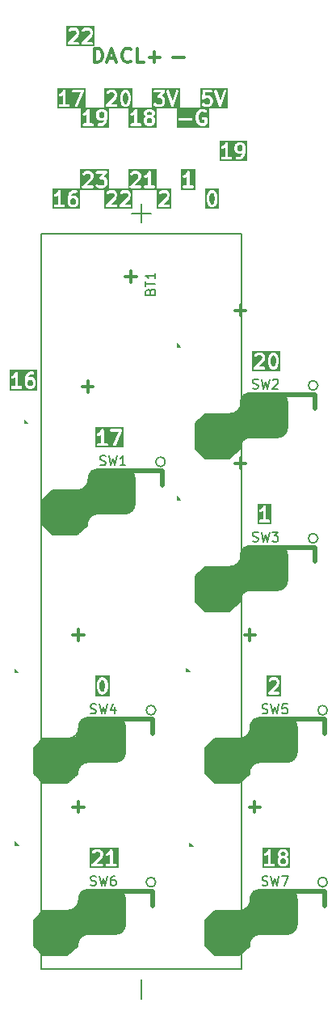
<source format=gbr>
%TF.GenerationSoftware,KiCad,Pcbnew,8.0.7*%
%TF.CreationDate,2025-04-08T16:05:58+09:00*%
%TF.ProjectId,Choc2,43686f63-322e-46b6-9963-61645f706362,rev?*%
%TF.SameCoordinates,Original*%
%TF.FileFunction,Legend,Top*%
%TF.FilePolarity,Positive*%
%FSLAX46Y46*%
G04 Gerber Fmt 4.6, Leading zero omitted, Abs format (unit mm)*
G04 Created by KiCad (PCBNEW 8.0.7) date 2025-04-08 16:05:58*
%MOMM*%
%LPD*%
G01*
G04 APERTURE LIST*
%ADD10C,0.300000*%
%ADD11C,0.150000*%
%ADD12C,0.127000*%
%ADD13C,0.100000*%
%ADD14C,0.500000*%
G04 APERTURE END LIST*
D10*
X80945489Y-96729400D02*
X79802632Y-96729400D01*
X80374060Y-97300828D02*
X80374060Y-96157971D01*
G36*
X73156892Y-70117495D02*
G01*
X71597868Y-70117495D01*
X71597868Y-69771565D01*
X71764535Y-69771565D01*
X71764535Y-69830091D01*
X71786932Y-69884163D01*
X71828318Y-69925549D01*
X71859992Y-69938668D01*
X71882389Y-69947946D01*
X71911653Y-69950828D01*
X72840225Y-69950828D01*
X72869489Y-69947946D01*
X72923561Y-69925548D01*
X72964945Y-69884164D01*
X72987343Y-69830092D01*
X72987343Y-69771564D01*
X72964945Y-69717492D01*
X72923561Y-69676108D01*
X72869489Y-69653710D01*
X72840225Y-69650828D01*
X72273785Y-69650828D01*
X72874862Y-69049751D01*
X72893517Y-69027021D01*
X72895580Y-69022039D01*
X72899110Y-69017970D01*
X72911098Y-68991120D01*
X72982527Y-68776835D01*
X72985826Y-68762325D01*
X72987343Y-68758664D01*
X72987865Y-68753355D01*
X72989047Y-68748161D01*
X72988766Y-68744211D01*
X72990225Y-68729400D01*
X72990225Y-68586542D01*
X72987343Y-68557278D01*
X72985279Y-68552297D01*
X72984898Y-68546923D01*
X72974389Y-68519459D01*
X72902960Y-68376603D01*
X72895033Y-68364011D01*
X72893517Y-68360349D01*
X72890133Y-68356226D01*
X72887295Y-68351717D01*
X72884302Y-68349121D01*
X72874862Y-68337619D01*
X72803434Y-68266191D01*
X72791932Y-68256751D01*
X72789336Y-68253758D01*
X72784822Y-68250917D01*
X72780703Y-68247536D01*
X72777043Y-68246020D01*
X72764450Y-68238093D01*
X72621592Y-68166664D01*
X72594129Y-68156154D01*
X72588751Y-68155771D01*
X72583774Y-68153710D01*
X72554510Y-68150828D01*
X72197368Y-68150828D01*
X72168104Y-68153710D01*
X72163126Y-68155771D01*
X72157749Y-68156154D01*
X72130286Y-68166664D01*
X71987428Y-68238093D01*
X71974836Y-68246019D01*
X71971174Y-68247536D01*
X71967051Y-68250919D01*
X71962542Y-68253758D01*
X71959946Y-68256750D01*
X71948444Y-68266191D01*
X71877016Y-68337619D01*
X71858361Y-68360350D01*
X71835964Y-68414422D01*
X71835964Y-68472948D01*
X71858361Y-68527020D01*
X71899747Y-68568406D01*
X71953819Y-68590803D01*
X72012345Y-68590803D01*
X72066417Y-68568406D01*
X72089148Y-68549751D01*
X72143364Y-68495535D01*
X72232778Y-68450828D01*
X72519100Y-68450828D01*
X72608514Y-68495535D01*
X72645518Y-68532539D01*
X72690225Y-68621952D01*
X72690225Y-68705059D01*
X72637691Y-68862657D01*
X71805587Y-69694762D01*
X71786932Y-69717493D01*
X71764535Y-69771565D01*
X71597868Y-69771565D01*
X71597868Y-67984161D01*
X73156892Y-67984161D01*
X73156892Y-70117495D01*
G37*
X65054510Y-54800828D02*
X65054510Y-53300828D01*
X65054510Y-53300828D02*
X65411653Y-53300828D01*
X65411653Y-53300828D02*
X65625939Y-53372257D01*
X65625939Y-53372257D02*
X65768796Y-53515114D01*
X65768796Y-53515114D02*
X65840225Y-53657971D01*
X65840225Y-53657971D02*
X65911653Y-53943685D01*
X65911653Y-53943685D02*
X65911653Y-54157971D01*
X65911653Y-54157971D02*
X65840225Y-54443685D01*
X65840225Y-54443685D02*
X65768796Y-54586542D01*
X65768796Y-54586542D02*
X65625939Y-54729400D01*
X65625939Y-54729400D02*
X65411653Y-54800828D01*
X65411653Y-54800828D02*
X65054510Y-54800828D01*
X66483082Y-54372257D02*
X67197368Y-54372257D01*
X66340225Y-54800828D02*
X66840225Y-53300828D01*
X66840225Y-53300828D02*
X67340225Y-54800828D01*
X63945489Y-132729400D02*
X62802632Y-132729400D01*
X63374060Y-133300828D02*
X63374060Y-132157971D01*
X71945489Y-54229400D02*
X70802632Y-54229400D01*
X71374060Y-54800828D02*
X71374060Y-53657971D01*
G36*
X75654010Y-68117495D02*
G01*
X74167593Y-68117495D01*
X74167593Y-66710639D01*
X74334260Y-66710639D01*
X74338409Y-66769019D01*
X74364583Y-66821368D01*
X74408798Y-66859715D01*
X74464321Y-66878222D01*
X74522701Y-66874073D01*
X74550164Y-66863564D01*
X74693021Y-66792135D01*
X74705614Y-66784207D01*
X74709274Y-66782692D01*
X74713393Y-66779310D01*
X74717907Y-66776470D01*
X74720503Y-66773476D01*
X74732005Y-66764037D01*
X74761653Y-66734389D01*
X74761653Y-67650828D01*
X74483082Y-67650828D01*
X74453818Y-67653710D01*
X74399746Y-67676108D01*
X74358362Y-67717492D01*
X74335964Y-67771564D01*
X74335964Y-67830092D01*
X74358362Y-67884164D01*
X74399746Y-67925548D01*
X74453818Y-67947946D01*
X74483082Y-67950828D01*
X75340225Y-67950828D01*
X75369489Y-67947946D01*
X75423561Y-67925548D01*
X75464945Y-67884164D01*
X75487343Y-67830092D01*
X75487343Y-67771564D01*
X75464945Y-67717492D01*
X75423561Y-67676108D01*
X75369489Y-67653710D01*
X75340225Y-67650828D01*
X75061653Y-67650828D01*
X75061653Y-66300828D01*
X75061642Y-66300722D01*
X75061653Y-66300670D01*
X75061622Y-66300516D01*
X75058771Y-66271564D01*
X75053087Y-66257843D01*
X75050175Y-66243281D01*
X75041996Y-66231068D01*
X75036373Y-66217492D01*
X75025874Y-66206993D01*
X75017609Y-66194651D01*
X75005378Y-66186497D01*
X74994989Y-66176108D01*
X74981270Y-66170425D01*
X74968910Y-66162185D01*
X74954491Y-66159332D01*
X74940917Y-66153710D01*
X74926066Y-66153710D01*
X74911496Y-66150828D01*
X74897086Y-66153710D01*
X74882389Y-66153710D01*
X74868667Y-66159393D01*
X74854106Y-66162306D01*
X74841893Y-66170484D01*
X74828317Y-66176108D01*
X74817818Y-66186606D01*
X74805476Y-66194872D01*
X74787044Y-66217380D01*
X74786933Y-66217492D01*
X74786912Y-66217542D01*
X74786846Y-66217623D01*
X74652226Y-66419551D01*
X74537085Y-66534692D01*
X74416000Y-66595236D01*
X74391114Y-66610901D01*
X74352767Y-66655116D01*
X74334260Y-66710639D01*
X74167593Y-66710639D01*
X74167593Y-65984161D01*
X75654010Y-65984161D01*
X75654010Y-68117495D01*
G37*
G36*
X58537085Y-88066963D02*
G01*
X58574088Y-88103967D01*
X58618796Y-88193381D01*
X58618796Y-88479703D01*
X58574088Y-88569117D01*
X58537085Y-88606121D01*
X58447672Y-88650828D01*
X58232777Y-88650828D01*
X58143363Y-88606121D01*
X58106358Y-88569116D01*
X58061653Y-88479704D01*
X58061653Y-88193380D01*
X58106358Y-88103968D01*
X58143363Y-88066963D01*
X58232777Y-88022257D01*
X58447672Y-88022257D01*
X58537085Y-88066963D01*
G37*
G36*
X59085463Y-89117495D02*
G01*
X56167593Y-89117495D01*
X56167593Y-87710639D01*
X56334260Y-87710639D01*
X56338409Y-87769019D01*
X56364583Y-87821368D01*
X56408798Y-87859715D01*
X56464321Y-87878222D01*
X56522701Y-87874073D01*
X56550164Y-87863564D01*
X56693021Y-87792135D01*
X56705614Y-87784207D01*
X56709274Y-87782692D01*
X56713393Y-87779310D01*
X56717907Y-87776470D01*
X56720503Y-87773476D01*
X56732005Y-87764037D01*
X56761653Y-87734389D01*
X56761653Y-88650828D01*
X56483082Y-88650828D01*
X56453818Y-88653710D01*
X56399746Y-88676108D01*
X56358362Y-88717492D01*
X56335964Y-88771564D01*
X56335964Y-88830092D01*
X56358362Y-88884164D01*
X56399746Y-88925548D01*
X56453818Y-88947946D01*
X56483082Y-88950828D01*
X57340225Y-88950828D01*
X57369489Y-88947946D01*
X57423561Y-88925548D01*
X57464945Y-88884164D01*
X57487343Y-88830092D01*
X57487343Y-88771564D01*
X57464945Y-88717492D01*
X57423561Y-88676108D01*
X57369489Y-88653710D01*
X57340225Y-88650828D01*
X57061653Y-88650828D01*
X57061653Y-87943685D01*
X57761653Y-87943685D01*
X57761653Y-88515114D01*
X57764535Y-88544378D01*
X57766597Y-88549356D01*
X57766979Y-88554732D01*
X57777489Y-88582196D01*
X57848917Y-88725053D01*
X57856844Y-88737646D01*
X57858360Y-88741306D01*
X57861741Y-88745425D01*
X57864582Y-88749939D01*
X57867575Y-88752535D01*
X57877015Y-88764037D01*
X57948444Y-88835466D01*
X57959948Y-88844907D01*
X57962543Y-88847899D01*
X57967052Y-88850737D01*
X57971175Y-88854121D01*
X57974836Y-88855637D01*
X57987428Y-88863564D01*
X58130286Y-88934992D01*
X58157749Y-88945502D01*
X58163124Y-88945883D01*
X58168103Y-88947946D01*
X58197367Y-88950828D01*
X58483081Y-88950828D01*
X58512345Y-88947946D01*
X58517323Y-88945883D01*
X58522699Y-88945502D01*
X58550162Y-88934992D01*
X58693021Y-88863564D01*
X58705615Y-88855635D01*
X58709275Y-88854120D01*
X58713395Y-88850738D01*
X58717906Y-88847899D01*
X58720500Y-88844907D01*
X58732006Y-88835465D01*
X58803434Y-88764036D01*
X58812872Y-88752535D01*
X58815866Y-88749939D01*
X58818706Y-88745426D01*
X58822088Y-88741306D01*
X58823603Y-88737646D01*
X58831531Y-88725053D01*
X58902960Y-88582197D01*
X58913469Y-88554733D01*
X58913850Y-88549358D01*
X58915914Y-88544378D01*
X58918796Y-88515114D01*
X58918796Y-88157971D01*
X58915914Y-88128707D01*
X58913850Y-88123726D01*
X58913469Y-88118352D01*
X58902960Y-88090888D01*
X58831531Y-87948032D01*
X58823603Y-87935438D01*
X58822088Y-87931779D01*
X58818706Y-87927658D01*
X58815866Y-87923146D01*
X58812872Y-87920549D01*
X58803434Y-87909049D01*
X58732006Y-87837620D01*
X58720500Y-87828177D01*
X58717906Y-87825186D01*
X58713395Y-87822346D01*
X58709275Y-87818965D01*
X58705615Y-87817449D01*
X58693021Y-87809521D01*
X58550162Y-87738093D01*
X58522699Y-87727583D01*
X58517323Y-87727201D01*
X58512345Y-87725139D01*
X58483081Y-87722257D01*
X58197367Y-87722257D01*
X58168103Y-87725139D01*
X58163124Y-87727201D01*
X58157749Y-87727583D01*
X58130286Y-87738093D01*
X58115863Y-87745303D01*
X58122300Y-87719557D01*
X58242505Y-87539250D01*
X58286221Y-87495534D01*
X58375634Y-87450828D01*
X58625939Y-87450828D01*
X58655203Y-87447946D01*
X58709275Y-87425548D01*
X58750659Y-87384164D01*
X58773057Y-87330092D01*
X58773057Y-87271564D01*
X58750659Y-87217492D01*
X58709275Y-87176108D01*
X58655203Y-87153710D01*
X58625939Y-87150828D01*
X58340224Y-87150828D01*
X58310960Y-87153710D01*
X58305979Y-87155773D01*
X58300605Y-87156155D01*
X58273141Y-87166664D01*
X58130285Y-87238093D01*
X58117693Y-87246019D01*
X58114031Y-87247536D01*
X58109908Y-87250919D01*
X58105399Y-87253758D01*
X58102803Y-87256750D01*
X58091301Y-87266191D01*
X58019873Y-87337619D01*
X58019808Y-87337698D01*
X58019762Y-87337729D01*
X58010439Y-87349114D01*
X58001218Y-87360350D01*
X58001197Y-87360400D01*
X58001132Y-87360480D01*
X57858274Y-87574766D01*
X57849659Y-87590921D01*
X57847453Y-87593900D01*
X57846196Y-87597416D01*
X57844439Y-87600713D01*
X57843719Y-87604350D01*
X57837560Y-87621591D01*
X57766132Y-87907305D01*
X57765382Y-87912376D01*
X57764535Y-87914421D01*
X57763449Y-87925443D01*
X57761830Y-87936394D01*
X57762155Y-87938581D01*
X57761653Y-87943685D01*
X57061653Y-87943685D01*
X57061653Y-87300828D01*
X57061642Y-87300722D01*
X57061653Y-87300670D01*
X57061622Y-87300516D01*
X57058771Y-87271564D01*
X57053087Y-87257843D01*
X57050175Y-87243281D01*
X57041996Y-87231068D01*
X57036373Y-87217492D01*
X57025874Y-87206993D01*
X57017609Y-87194651D01*
X57005378Y-87186497D01*
X56994989Y-87176108D01*
X56981270Y-87170425D01*
X56968910Y-87162185D01*
X56954491Y-87159332D01*
X56940917Y-87153710D01*
X56926066Y-87153710D01*
X56911496Y-87150828D01*
X56897086Y-87153710D01*
X56882389Y-87153710D01*
X56868667Y-87159393D01*
X56854106Y-87162306D01*
X56841893Y-87170484D01*
X56828317Y-87176108D01*
X56817818Y-87186606D01*
X56805476Y-87194872D01*
X56787044Y-87217380D01*
X56786933Y-87217492D01*
X56786912Y-87217542D01*
X56786846Y-87217623D01*
X56652226Y-87419551D01*
X56537085Y-87534692D01*
X56416000Y-87595236D01*
X56391114Y-87610901D01*
X56352767Y-87655116D01*
X56334260Y-87710639D01*
X56167593Y-87710639D01*
X56167593Y-86984161D01*
X59085463Y-86984161D01*
X59085463Y-89117495D01*
G37*
X68911653Y-54657971D02*
X68840225Y-54729400D01*
X68840225Y-54729400D02*
X68625939Y-54800828D01*
X68625939Y-54800828D02*
X68483082Y-54800828D01*
X68483082Y-54800828D02*
X68268796Y-54729400D01*
X68268796Y-54729400D02*
X68125939Y-54586542D01*
X68125939Y-54586542D02*
X68054510Y-54443685D01*
X68054510Y-54443685D02*
X67983082Y-54157971D01*
X67983082Y-54157971D02*
X67983082Y-53943685D01*
X67983082Y-53943685D02*
X68054510Y-53657971D01*
X68054510Y-53657971D02*
X68125939Y-53515114D01*
X68125939Y-53515114D02*
X68268796Y-53372257D01*
X68268796Y-53372257D02*
X68483082Y-53300828D01*
X68483082Y-53300828D02*
X68625939Y-53300828D01*
X68625939Y-53300828D02*
X68840225Y-53372257D01*
X68840225Y-53372257D02*
X68911653Y-53443685D01*
X70268796Y-54800828D02*
X69554510Y-54800828D01*
X69554510Y-54800828D02*
X69554510Y-53300828D01*
X64945489Y-88729400D02*
X63802632Y-88729400D01*
X64374060Y-89300828D02*
X64374060Y-88157971D01*
G36*
X69085463Y-70117495D02*
G01*
X66097868Y-70117495D01*
X66097868Y-69771565D01*
X66264535Y-69771565D01*
X66264535Y-69830091D01*
X66286932Y-69884163D01*
X66328318Y-69925549D01*
X66359992Y-69938668D01*
X66382389Y-69947946D01*
X66411653Y-69950828D01*
X67340225Y-69950828D01*
X67369489Y-69947946D01*
X67423561Y-69925548D01*
X67464945Y-69884164D01*
X67487343Y-69830092D01*
X67487343Y-69771565D01*
X67693106Y-69771565D01*
X67693106Y-69830091D01*
X67715503Y-69884163D01*
X67756889Y-69925549D01*
X67788563Y-69938668D01*
X67810960Y-69947946D01*
X67840224Y-69950828D01*
X68768796Y-69950828D01*
X68798060Y-69947946D01*
X68852132Y-69925548D01*
X68893516Y-69884164D01*
X68915914Y-69830092D01*
X68915914Y-69771564D01*
X68893516Y-69717492D01*
X68852132Y-69676108D01*
X68798060Y-69653710D01*
X68768796Y-69650828D01*
X68202356Y-69650828D01*
X68803433Y-69049751D01*
X68822088Y-69027021D01*
X68824151Y-69022039D01*
X68827681Y-69017970D01*
X68839669Y-68991120D01*
X68911098Y-68776835D01*
X68914397Y-68762325D01*
X68915914Y-68758664D01*
X68916436Y-68753355D01*
X68917618Y-68748161D01*
X68917337Y-68744211D01*
X68918796Y-68729400D01*
X68918796Y-68586542D01*
X68915914Y-68557278D01*
X68913850Y-68552297D01*
X68913469Y-68546923D01*
X68902960Y-68519459D01*
X68831531Y-68376603D01*
X68823604Y-68364011D01*
X68822088Y-68360349D01*
X68818704Y-68356226D01*
X68815866Y-68351717D01*
X68812873Y-68349121D01*
X68803433Y-68337619D01*
X68732005Y-68266191D01*
X68720503Y-68256751D01*
X68717907Y-68253758D01*
X68713393Y-68250917D01*
X68709274Y-68247536D01*
X68705614Y-68246020D01*
X68693021Y-68238093D01*
X68550163Y-68166664D01*
X68522700Y-68156154D01*
X68517322Y-68155771D01*
X68512345Y-68153710D01*
X68483081Y-68150828D01*
X68125939Y-68150828D01*
X68096675Y-68153710D01*
X68091697Y-68155771D01*
X68086320Y-68156154D01*
X68058857Y-68166664D01*
X67915999Y-68238093D01*
X67903407Y-68246019D01*
X67899745Y-68247536D01*
X67895622Y-68250919D01*
X67891113Y-68253758D01*
X67888517Y-68256750D01*
X67877015Y-68266191D01*
X67805587Y-68337619D01*
X67786932Y-68360350D01*
X67764535Y-68414422D01*
X67764535Y-68472948D01*
X67786932Y-68527020D01*
X67828318Y-68568406D01*
X67882390Y-68590803D01*
X67940916Y-68590803D01*
X67994988Y-68568406D01*
X68017719Y-68549751D01*
X68071935Y-68495535D01*
X68161349Y-68450828D01*
X68447671Y-68450828D01*
X68537085Y-68495535D01*
X68574089Y-68532539D01*
X68618796Y-68621952D01*
X68618796Y-68705059D01*
X68566262Y-68862657D01*
X67734158Y-69694762D01*
X67715503Y-69717493D01*
X67693106Y-69771565D01*
X67487343Y-69771565D01*
X67487343Y-69771564D01*
X67464945Y-69717492D01*
X67423561Y-69676108D01*
X67369489Y-69653710D01*
X67340225Y-69650828D01*
X66773785Y-69650828D01*
X67374862Y-69049751D01*
X67393517Y-69027021D01*
X67395580Y-69022039D01*
X67399110Y-69017970D01*
X67411098Y-68991120D01*
X67482527Y-68776835D01*
X67485826Y-68762325D01*
X67487343Y-68758664D01*
X67487865Y-68753355D01*
X67489047Y-68748161D01*
X67488766Y-68744211D01*
X67490225Y-68729400D01*
X67490225Y-68586542D01*
X67487343Y-68557278D01*
X67485279Y-68552297D01*
X67484898Y-68546923D01*
X67474389Y-68519459D01*
X67402960Y-68376603D01*
X67395033Y-68364011D01*
X67393517Y-68360349D01*
X67390133Y-68356226D01*
X67387295Y-68351717D01*
X67384302Y-68349121D01*
X67374862Y-68337619D01*
X67303434Y-68266191D01*
X67291932Y-68256751D01*
X67289336Y-68253758D01*
X67284822Y-68250917D01*
X67280703Y-68247536D01*
X67277043Y-68246020D01*
X67264450Y-68238093D01*
X67121592Y-68166664D01*
X67094129Y-68156154D01*
X67088751Y-68155771D01*
X67083774Y-68153710D01*
X67054510Y-68150828D01*
X66697368Y-68150828D01*
X66668104Y-68153710D01*
X66663126Y-68155771D01*
X66657749Y-68156154D01*
X66630286Y-68166664D01*
X66487428Y-68238093D01*
X66474836Y-68246019D01*
X66471174Y-68247536D01*
X66467051Y-68250919D01*
X66462542Y-68253758D01*
X66459946Y-68256750D01*
X66448444Y-68266191D01*
X66377016Y-68337619D01*
X66358361Y-68360350D01*
X66335964Y-68414422D01*
X66335964Y-68472948D01*
X66358361Y-68527020D01*
X66399747Y-68568406D01*
X66453819Y-68590803D01*
X66512345Y-68590803D01*
X66566417Y-68568406D01*
X66589148Y-68549751D01*
X66643364Y-68495535D01*
X66732778Y-68450828D01*
X67019100Y-68450828D01*
X67108514Y-68495535D01*
X67145518Y-68532539D01*
X67190225Y-68621952D01*
X67190225Y-68705059D01*
X67137691Y-68862657D01*
X66305587Y-69694762D01*
X66286932Y-69717493D01*
X66264535Y-69771565D01*
X66097868Y-69771565D01*
X66097868Y-67984161D01*
X69085463Y-67984161D01*
X69085463Y-70117495D01*
G37*
G36*
X83965657Y-85495535D02*
G01*
X84002661Y-85532539D01*
X84055839Y-85638897D01*
X84118796Y-85890721D01*
X84118796Y-86210935D01*
X84055839Y-86462759D01*
X84002660Y-86569117D01*
X83965655Y-86606122D01*
X83876243Y-86650828D01*
X83804206Y-86650828D01*
X83714792Y-86606121D01*
X83677788Y-86569117D01*
X83624607Y-86462757D01*
X83561653Y-86210936D01*
X83561653Y-85890720D01*
X83624607Y-85638898D01*
X83677788Y-85532538D01*
X83714792Y-85495535D01*
X83804206Y-85450828D01*
X83876243Y-85450828D01*
X83965657Y-85495535D01*
G37*
G36*
X84585463Y-87117495D02*
G01*
X81597868Y-87117495D01*
X81597868Y-86771565D01*
X81764535Y-86771565D01*
X81764535Y-86830091D01*
X81786932Y-86884163D01*
X81828318Y-86925549D01*
X81851116Y-86934992D01*
X81882389Y-86947946D01*
X81911653Y-86950828D01*
X82840225Y-86950828D01*
X82869489Y-86947946D01*
X82923561Y-86925548D01*
X82964945Y-86884164D01*
X82987343Y-86830092D01*
X82987343Y-86771564D01*
X82964945Y-86717492D01*
X82923561Y-86676108D01*
X82869489Y-86653710D01*
X82840225Y-86650828D01*
X82273785Y-86650828D01*
X82874862Y-86049751D01*
X82893517Y-86027021D01*
X82895580Y-86022039D01*
X82899110Y-86017970D01*
X82911098Y-85991120D01*
X82950719Y-85872257D01*
X83261653Y-85872257D01*
X83261653Y-86229400D01*
X83262155Y-86234503D01*
X83261830Y-86236691D01*
X83263449Y-86247641D01*
X83264535Y-86258664D01*
X83265382Y-86260708D01*
X83266132Y-86265780D01*
X83337560Y-86551494D01*
X83338331Y-86553652D01*
X83338408Y-86554733D01*
X83343066Y-86566907D01*
X83347453Y-86579185D01*
X83348097Y-86580055D01*
X83348917Y-86582196D01*
X83420346Y-86725053D01*
X83428273Y-86737646D01*
X83429789Y-86741306D01*
X83433170Y-86745425D01*
X83436011Y-86749939D01*
X83439004Y-86752535D01*
X83448444Y-86764037D01*
X83519873Y-86835466D01*
X83531377Y-86844907D01*
X83533972Y-86847899D01*
X83538481Y-86850737D01*
X83542604Y-86854121D01*
X83546265Y-86855637D01*
X83558857Y-86863564D01*
X83701715Y-86934992D01*
X83729178Y-86945502D01*
X83734553Y-86945883D01*
X83739532Y-86947946D01*
X83768796Y-86950828D01*
X83911653Y-86950828D01*
X83940917Y-86947946D01*
X83945895Y-86945883D01*
X83951271Y-86945502D01*
X83978735Y-86934992D01*
X84121592Y-86863564D01*
X84134185Y-86855636D01*
X84137845Y-86854121D01*
X84141964Y-86850739D01*
X84146478Y-86847899D01*
X84149074Y-86844905D01*
X84160576Y-86835466D01*
X84232005Y-86764037D01*
X84241446Y-86752532D01*
X84244438Y-86749938D01*
X84247276Y-86745428D01*
X84250660Y-86741306D01*
X84252176Y-86737644D01*
X84260103Y-86725053D01*
X84331531Y-86582195D01*
X84332348Y-86580058D01*
X84332995Y-86579186D01*
X84337384Y-86566899D01*
X84342041Y-86554732D01*
X84342117Y-86553650D01*
X84342888Y-86551495D01*
X84414317Y-86265781D01*
X84415067Y-86260708D01*
X84415914Y-86258664D01*
X84416999Y-86247644D01*
X84418619Y-86236692D01*
X84418293Y-86234503D01*
X84418796Y-86229400D01*
X84418796Y-85872257D01*
X84418293Y-85867153D01*
X84418619Y-85864965D01*
X84416999Y-85854012D01*
X84415914Y-85842993D01*
X84415067Y-85840948D01*
X84414317Y-85835876D01*
X84342888Y-85550162D01*
X84342117Y-85548006D01*
X84342041Y-85546924D01*
X84337381Y-85534749D01*
X84332995Y-85522470D01*
X84332348Y-85521597D01*
X84331531Y-85519461D01*
X84260103Y-85376603D01*
X84252174Y-85364008D01*
X84250659Y-85360349D01*
X84247277Y-85356228D01*
X84244438Y-85351718D01*
X84241446Y-85349123D01*
X84232004Y-85337618D01*
X84160575Y-85266190D01*
X84149075Y-85256752D01*
X84146478Y-85253758D01*
X84141961Y-85250915D01*
X84137844Y-85247536D01*
X84134187Y-85246021D01*
X84121592Y-85238093D01*
X83978735Y-85166664D01*
X83951272Y-85156155D01*
X83945897Y-85155773D01*
X83940917Y-85153710D01*
X83911653Y-85150828D01*
X83768796Y-85150828D01*
X83739532Y-85153710D01*
X83734551Y-85155773D01*
X83729177Y-85156155D01*
X83701713Y-85166664D01*
X83558857Y-85238093D01*
X83546263Y-85246020D01*
X83542604Y-85247536D01*
X83538483Y-85250917D01*
X83533971Y-85253758D01*
X83531374Y-85256751D01*
X83519874Y-85266190D01*
X83448445Y-85337618D01*
X83439005Y-85349120D01*
X83436011Y-85351717D01*
X83433169Y-85356231D01*
X83429790Y-85360349D01*
X83428274Y-85364007D01*
X83420346Y-85376603D01*
X83348917Y-85519460D01*
X83348097Y-85521600D01*
X83347453Y-85522471D01*
X83343066Y-85534748D01*
X83338408Y-85546923D01*
X83338331Y-85548003D01*
X83337560Y-85550162D01*
X83266132Y-85835877D01*
X83265382Y-85840948D01*
X83264535Y-85842993D01*
X83263449Y-85854015D01*
X83261830Y-85864966D01*
X83262155Y-85867153D01*
X83261653Y-85872257D01*
X82950719Y-85872257D01*
X82982527Y-85776835D01*
X82985826Y-85762325D01*
X82987343Y-85758664D01*
X82987865Y-85753355D01*
X82989047Y-85748161D01*
X82988766Y-85744211D01*
X82990225Y-85729400D01*
X82990225Y-85586542D01*
X82987343Y-85557278D01*
X82985279Y-85552297D01*
X82984898Y-85546923D01*
X82974389Y-85519459D01*
X82902960Y-85376603D01*
X82895033Y-85364011D01*
X82893517Y-85360349D01*
X82890133Y-85356226D01*
X82887295Y-85351717D01*
X82884302Y-85349121D01*
X82874862Y-85337619D01*
X82803434Y-85266191D01*
X82791932Y-85256751D01*
X82789336Y-85253758D01*
X82784822Y-85250917D01*
X82780703Y-85247536D01*
X82777043Y-85246020D01*
X82764450Y-85238093D01*
X82621592Y-85166664D01*
X82594129Y-85156154D01*
X82588751Y-85155771D01*
X82583774Y-85153710D01*
X82554510Y-85150828D01*
X82197368Y-85150828D01*
X82168104Y-85153710D01*
X82163126Y-85155771D01*
X82157749Y-85156154D01*
X82130286Y-85166664D01*
X81987428Y-85238093D01*
X81974836Y-85246019D01*
X81971174Y-85247536D01*
X81967051Y-85250919D01*
X81962542Y-85253758D01*
X81959946Y-85256750D01*
X81948444Y-85266191D01*
X81877016Y-85337619D01*
X81858361Y-85360350D01*
X81835964Y-85414422D01*
X81835964Y-85472948D01*
X81858361Y-85527020D01*
X81899747Y-85568406D01*
X81953819Y-85590803D01*
X82012345Y-85590803D01*
X82066417Y-85568406D01*
X82089148Y-85549751D01*
X82143364Y-85495535D01*
X82232778Y-85450828D01*
X82519100Y-85450828D01*
X82608514Y-85495535D01*
X82645518Y-85532539D01*
X82690225Y-85621952D01*
X82690225Y-85705059D01*
X82637691Y-85862657D01*
X81805587Y-86694762D01*
X81786932Y-86717493D01*
X81764535Y-86771565D01*
X81597868Y-86771565D01*
X81597868Y-84984161D01*
X84585463Y-84984161D01*
X84585463Y-87117495D01*
G37*
X81945489Y-114729400D02*
X80802632Y-114729400D01*
X81374060Y-115300828D02*
X81374060Y-114157971D01*
X74445489Y-54229400D02*
X73302632Y-54229400D01*
G36*
X84656892Y-121117495D02*
G01*
X83097868Y-121117495D01*
X83097868Y-120771565D01*
X83264535Y-120771565D01*
X83264535Y-120830091D01*
X83286932Y-120884163D01*
X83328318Y-120925549D01*
X83359992Y-120938668D01*
X83382389Y-120947946D01*
X83411653Y-120950828D01*
X84340225Y-120950828D01*
X84369489Y-120947946D01*
X84423561Y-120925548D01*
X84464945Y-120884164D01*
X84487343Y-120830092D01*
X84487343Y-120771564D01*
X84464945Y-120717492D01*
X84423561Y-120676108D01*
X84369489Y-120653710D01*
X84340225Y-120650828D01*
X83773785Y-120650828D01*
X84374862Y-120049751D01*
X84393517Y-120027021D01*
X84395580Y-120022039D01*
X84399110Y-120017970D01*
X84411098Y-119991120D01*
X84482527Y-119776835D01*
X84485826Y-119762325D01*
X84487343Y-119758664D01*
X84487865Y-119753355D01*
X84489047Y-119748161D01*
X84488766Y-119744211D01*
X84490225Y-119729400D01*
X84490225Y-119586542D01*
X84487343Y-119557278D01*
X84485279Y-119552297D01*
X84484898Y-119546923D01*
X84474389Y-119519459D01*
X84402960Y-119376603D01*
X84395033Y-119364011D01*
X84393517Y-119360349D01*
X84390133Y-119356226D01*
X84387295Y-119351717D01*
X84384302Y-119349121D01*
X84374862Y-119337619D01*
X84303434Y-119266191D01*
X84291932Y-119256751D01*
X84289336Y-119253758D01*
X84284822Y-119250917D01*
X84280703Y-119247536D01*
X84277043Y-119246020D01*
X84264450Y-119238093D01*
X84121592Y-119166664D01*
X84094129Y-119156154D01*
X84088751Y-119155771D01*
X84083774Y-119153710D01*
X84054510Y-119150828D01*
X83697368Y-119150828D01*
X83668104Y-119153710D01*
X83663126Y-119155771D01*
X83657749Y-119156154D01*
X83630286Y-119166664D01*
X83487428Y-119238093D01*
X83474836Y-119246019D01*
X83471174Y-119247536D01*
X83467051Y-119250919D01*
X83462542Y-119253758D01*
X83459946Y-119256750D01*
X83448444Y-119266191D01*
X83377016Y-119337619D01*
X83358361Y-119360350D01*
X83335964Y-119414422D01*
X83335964Y-119472948D01*
X83358361Y-119527020D01*
X83399747Y-119568406D01*
X83453819Y-119590803D01*
X83512345Y-119590803D01*
X83566417Y-119568406D01*
X83589148Y-119549751D01*
X83643364Y-119495535D01*
X83732778Y-119450828D01*
X84019100Y-119450828D01*
X84108514Y-119495535D01*
X84145518Y-119532539D01*
X84190225Y-119621952D01*
X84190225Y-119705059D01*
X84137691Y-119862657D01*
X83305587Y-120694762D01*
X83286932Y-120717493D01*
X83264535Y-120771565D01*
X83097868Y-120771565D01*
X83097868Y-118984161D01*
X84656892Y-118984161D01*
X84656892Y-121117495D01*
G37*
G36*
X63037085Y-69066963D02*
G01*
X63074088Y-69103967D01*
X63118796Y-69193381D01*
X63118796Y-69479703D01*
X63074088Y-69569117D01*
X63037085Y-69606121D01*
X62947672Y-69650828D01*
X62732777Y-69650828D01*
X62643363Y-69606121D01*
X62606358Y-69569116D01*
X62561653Y-69479704D01*
X62561653Y-69193380D01*
X62606358Y-69103968D01*
X62643363Y-69066963D01*
X62732777Y-69022257D01*
X62947672Y-69022257D01*
X63037085Y-69066963D01*
G37*
G36*
X63585463Y-70117495D02*
G01*
X60667593Y-70117495D01*
X60667593Y-68710639D01*
X60834260Y-68710639D01*
X60838409Y-68769019D01*
X60864583Y-68821368D01*
X60908798Y-68859715D01*
X60964321Y-68878222D01*
X61022701Y-68874073D01*
X61050164Y-68863564D01*
X61193021Y-68792135D01*
X61205614Y-68784207D01*
X61209274Y-68782692D01*
X61213393Y-68779310D01*
X61217907Y-68776470D01*
X61220503Y-68773476D01*
X61232005Y-68764037D01*
X61261653Y-68734389D01*
X61261653Y-69650828D01*
X60983082Y-69650828D01*
X60953818Y-69653710D01*
X60899746Y-69676108D01*
X60858362Y-69717492D01*
X60835964Y-69771564D01*
X60835964Y-69830092D01*
X60858362Y-69884164D01*
X60899746Y-69925548D01*
X60953818Y-69947946D01*
X60983082Y-69950828D01*
X61840225Y-69950828D01*
X61869489Y-69947946D01*
X61923561Y-69925548D01*
X61964945Y-69884164D01*
X61987343Y-69830092D01*
X61987343Y-69771564D01*
X61964945Y-69717492D01*
X61923561Y-69676108D01*
X61869489Y-69653710D01*
X61840225Y-69650828D01*
X61561653Y-69650828D01*
X61561653Y-68943685D01*
X62261653Y-68943685D01*
X62261653Y-69515114D01*
X62264535Y-69544378D01*
X62266597Y-69549356D01*
X62266979Y-69554732D01*
X62277489Y-69582196D01*
X62348917Y-69725053D01*
X62356844Y-69737646D01*
X62358360Y-69741306D01*
X62361741Y-69745425D01*
X62364582Y-69749939D01*
X62367575Y-69752535D01*
X62377015Y-69764037D01*
X62448444Y-69835466D01*
X62459948Y-69844907D01*
X62462543Y-69847899D01*
X62467052Y-69850737D01*
X62471175Y-69854121D01*
X62474836Y-69855637D01*
X62487428Y-69863564D01*
X62630286Y-69934992D01*
X62657749Y-69945502D01*
X62663124Y-69945883D01*
X62668103Y-69947946D01*
X62697367Y-69950828D01*
X62983081Y-69950828D01*
X63012345Y-69947946D01*
X63017323Y-69945883D01*
X63022699Y-69945502D01*
X63050162Y-69934992D01*
X63193021Y-69863564D01*
X63205615Y-69855635D01*
X63209275Y-69854120D01*
X63213395Y-69850738D01*
X63217906Y-69847899D01*
X63220500Y-69844907D01*
X63232006Y-69835465D01*
X63303434Y-69764036D01*
X63312872Y-69752535D01*
X63315866Y-69749939D01*
X63318706Y-69745426D01*
X63322088Y-69741306D01*
X63323603Y-69737646D01*
X63331531Y-69725053D01*
X63402960Y-69582197D01*
X63413469Y-69554733D01*
X63413850Y-69549358D01*
X63415914Y-69544378D01*
X63418796Y-69515114D01*
X63418796Y-69157971D01*
X63415914Y-69128707D01*
X63413850Y-69123726D01*
X63413469Y-69118352D01*
X63402960Y-69090888D01*
X63331531Y-68948032D01*
X63323603Y-68935438D01*
X63322088Y-68931779D01*
X63318706Y-68927658D01*
X63315866Y-68923146D01*
X63312872Y-68920549D01*
X63303434Y-68909049D01*
X63232006Y-68837620D01*
X63220500Y-68828177D01*
X63217906Y-68825186D01*
X63213395Y-68822346D01*
X63209275Y-68818965D01*
X63205615Y-68817449D01*
X63193021Y-68809521D01*
X63050162Y-68738093D01*
X63022699Y-68727583D01*
X63017323Y-68727201D01*
X63012345Y-68725139D01*
X62983081Y-68722257D01*
X62697367Y-68722257D01*
X62668103Y-68725139D01*
X62663124Y-68727201D01*
X62657749Y-68727583D01*
X62630286Y-68738093D01*
X62615863Y-68745303D01*
X62622300Y-68719557D01*
X62742505Y-68539250D01*
X62786221Y-68495534D01*
X62875634Y-68450828D01*
X63125939Y-68450828D01*
X63155203Y-68447946D01*
X63209275Y-68425548D01*
X63250659Y-68384164D01*
X63273057Y-68330092D01*
X63273057Y-68271564D01*
X63250659Y-68217492D01*
X63209275Y-68176108D01*
X63155203Y-68153710D01*
X63125939Y-68150828D01*
X62840224Y-68150828D01*
X62810960Y-68153710D01*
X62805979Y-68155773D01*
X62800605Y-68156155D01*
X62773141Y-68166664D01*
X62630285Y-68238093D01*
X62617693Y-68246019D01*
X62614031Y-68247536D01*
X62609908Y-68250919D01*
X62605399Y-68253758D01*
X62602803Y-68256750D01*
X62591301Y-68266191D01*
X62519873Y-68337619D01*
X62519808Y-68337698D01*
X62519762Y-68337729D01*
X62510439Y-68349114D01*
X62501218Y-68360350D01*
X62501197Y-68360400D01*
X62501132Y-68360480D01*
X62358274Y-68574766D01*
X62349659Y-68590921D01*
X62347453Y-68593900D01*
X62346196Y-68597416D01*
X62344439Y-68600713D01*
X62343719Y-68604350D01*
X62337560Y-68621591D01*
X62266132Y-68907305D01*
X62265382Y-68912376D01*
X62264535Y-68914421D01*
X62263449Y-68925443D01*
X62261830Y-68936394D01*
X62262155Y-68938581D01*
X62261653Y-68943685D01*
X61561653Y-68943685D01*
X61561653Y-68300828D01*
X61561642Y-68300722D01*
X61561653Y-68300670D01*
X61561622Y-68300516D01*
X61558771Y-68271564D01*
X61553087Y-68257843D01*
X61550175Y-68243281D01*
X61541996Y-68231068D01*
X61536373Y-68217492D01*
X61525874Y-68206993D01*
X61517609Y-68194651D01*
X61505378Y-68186497D01*
X61494989Y-68176108D01*
X61481270Y-68170425D01*
X61468910Y-68162185D01*
X61454491Y-68159332D01*
X61440917Y-68153710D01*
X61426066Y-68153710D01*
X61411496Y-68150828D01*
X61397086Y-68153710D01*
X61382389Y-68153710D01*
X61368667Y-68159393D01*
X61354106Y-68162306D01*
X61341893Y-68170484D01*
X61328317Y-68176108D01*
X61317818Y-68186606D01*
X61305476Y-68194872D01*
X61287044Y-68217380D01*
X61286933Y-68217492D01*
X61286912Y-68217542D01*
X61286846Y-68217623D01*
X61152226Y-68419551D01*
X61037085Y-68534692D01*
X60916000Y-68595236D01*
X60891114Y-68610901D01*
X60852767Y-68655116D01*
X60834260Y-68710639D01*
X60667593Y-68710639D01*
X60667593Y-67984161D01*
X63585463Y-67984161D01*
X63585463Y-70117495D01*
G37*
G36*
X68154354Y-95117495D02*
G01*
X65167593Y-95117495D01*
X65167593Y-93710639D01*
X65334260Y-93710639D01*
X65338409Y-93769019D01*
X65364583Y-93821368D01*
X65408798Y-93859715D01*
X65464321Y-93878222D01*
X65522701Y-93874073D01*
X65550164Y-93863564D01*
X65693021Y-93792135D01*
X65705614Y-93784207D01*
X65709274Y-93782692D01*
X65713393Y-93779310D01*
X65717907Y-93776470D01*
X65720503Y-93773476D01*
X65732005Y-93764037D01*
X65761653Y-93734389D01*
X65761653Y-94650828D01*
X65483082Y-94650828D01*
X65453818Y-94653710D01*
X65399746Y-94676108D01*
X65358362Y-94717492D01*
X65335964Y-94771564D01*
X65335964Y-94830092D01*
X65358362Y-94884164D01*
X65399746Y-94925548D01*
X65453818Y-94947946D01*
X65483082Y-94950828D01*
X66340225Y-94950828D01*
X66369489Y-94947946D01*
X66423561Y-94925548D01*
X66464945Y-94884164D01*
X66487343Y-94830092D01*
X66487343Y-94771564D01*
X66464945Y-94717492D01*
X66423561Y-94676108D01*
X66369489Y-94653710D01*
X66340225Y-94650828D01*
X66061653Y-94650828D01*
X66061653Y-93300828D01*
X66061642Y-93300722D01*
X66061653Y-93300670D01*
X66061622Y-93300516D01*
X66058771Y-93271564D01*
X66693106Y-93271564D01*
X66693106Y-93330092D01*
X66715504Y-93384164D01*
X66756888Y-93425548D01*
X66810960Y-93447946D01*
X66840224Y-93450828D01*
X67612743Y-93450828D01*
X67059495Y-94741740D01*
X67050617Y-94769773D01*
X67049904Y-94828296D01*
X67071640Y-94882636D01*
X67112517Y-94924523D01*
X67166312Y-94947578D01*
X67224835Y-94948291D01*
X67279175Y-94926555D01*
X67321062Y-94885678D01*
X67335239Y-94859916D01*
X67978096Y-93359916D01*
X67986974Y-93331883D01*
X67986985Y-93330953D01*
X67987342Y-93330092D01*
X67987342Y-93301677D01*
X67987687Y-93273360D01*
X67987342Y-93272497D01*
X67987342Y-93271564D01*
X67976469Y-93245315D01*
X67965951Y-93219020D01*
X67965301Y-93218354D01*
X67964944Y-93217492D01*
X67944864Y-93197412D01*
X67925074Y-93177133D01*
X67924218Y-93176766D01*
X67923560Y-93176108D01*
X67897340Y-93165247D01*
X67871279Y-93154078D01*
X67870349Y-93154066D01*
X67869488Y-93153710D01*
X67840224Y-93150828D01*
X66840224Y-93150828D01*
X66810960Y-93153710D01*
X66756888Y-93176108D01*
X66715504Y-93217492D01*
X66693106Y-93271564D01*
X66058771Y-93271564D01*
X66053087Y-93257843D01*
X66050175Y-93243281D01*
X66041996Y-93231068D01*
X66036373Y-93217492D01*
X66025874Y-93206993D01*
X66017609Y-93194651D01*
X66005378Y-93186497D01*
X65994989Y-93176108D01*
X65981270Y-93170425D01*
X65968910Y-93162185D01*
X65954491Y-93159332D01*
X65940917Y-93153710D01*
X65926066Y-93153710D01*
X65911496Y-93150828D01*
X65897086Y-93153710D01*
X65882389Y-93153710D01*
X65868667Y-93159393D01*
X65854106Y-93162306D01*
X65841893Y-93170484D01*
X65828317Y-93176108D01*
X65817818Y-93186606D01*
X65805476Y-93194872D01*
X65787044Y-93217380D01*
X65786933Y-93217492D01*
X65786912Y-93217542D01*
X65786846Y-93217623D01*
X65652226Y-93419551D01*
X65537085Y-93534692D01*
X65416000Y-93595236D01*
X65391114Y-93610901D01*
X65352767Y-93655116D01*
X65334260Y-93710639D01*
X65167593Y-93710639D01*
X65167593Y-92984161D01*
X68154354Y-92984161D01*
X68154354Y-95117495D01*
G37*
X80945489Y-80729400D02*
X79802632Y-80729400D01*
X80374060Y-81300828D02*
X80374060Y-80157971D01*
G36*
X83654010Y-103117495D02*
G01*
X82167593Y-103117495D01*
X82167593Y-101710639D01*
X82334260Y-101710639D01*
X82338409Y-101769019D01*
X82364583Y-101821368D01*
X82408798Y-101859715D01*
X82464321Y-101878222D01*
X82522701Y-101874073D01*
X82550164Y-101863564D01*
X82693021Y-101792135D01*
X82705614Y-101784207D01*
X82709274Y-101782692D01*
X82713393Y-101779310D01*
X82717907Y-101776470D01*
X82720503Y-101773476D01*
X82732005Y-101764037D01*
X82761653Y-101734389D01*
X82761653Y-102650828D01*
X82483082Y-102650828D01*
X82453818Y-102653710D01*
X82399746Y-102676108D01*
X82358362Y-102717492D01*
X82335964Y-102771564D01*
X82335964Y-102830092D01*
X82358362Y-102884164D01*
X82399746Y-102925548D01*
X82453818Y-102947946D01*
X82483082Y-102950828D01*
X83340225Y-102950828D01*
X83369489Y-102947946D01*
X83423561Y-102925548D01*
X83464945Y-102884164D01*
X83487343Y-102830092D01*
X83487343Y-102771564D01*
X83464945Y-102717492D01*
X83423561Y-102676108D01*
X83369489Y-102653710D01*
X83340225Y-102650828D01*
X83061653Y-102650828D01*
X83061653Y-101300828D01*
X83061642Y-101300722D01*
X83061653Y-101300670D01*
X83061622Y-101300516D01*
X83058771Y-101271564D01*
X83053087Y-101257843D01*
X83050175Y-101243281D01*
X83041996Y-101231068D01*
X83036373Y-101217492D01*
X83025874Y-101206993D01*
X83017609Y-101194651D01*
X83005378Y-101186497D01*
X82994989Y-101176108D01*
X82981270Y-101170425D01*
X82968910Y-101162185D01*
X82954491Y-101159332D01*
X82940917Y-101153710D01*
X82926066Y-101153710D01*
X82911496Y-101150828D01*
X82897086Y-101153710D01*
X82882389Y-101153710D01*
X82868667Y-101159393D01*
X82854106Y-101162306D01*
X82841893Y-101170484D01*
X82828317Y-101176108D01*
X82817818Y-101186606D01*
X82805476Y-101194872D01*
X82787044Y-101217380D01*
X82786933Y-101217492D01*
X82786912Y-101217542D01*
X82786846Y-101217623D01*
X82652226Y-101419551D01*
X82537085Y-101534692D01*
X82416000Y-101595236D01*
X82391114Y-101610901D01*
X82352767Y-101655116D01*
X82334260Y-101710639D01*
X82167593Y-101710639D01*
X82167593Y-100984161D01*
X83654010Y-100984161D01*
X83654010Y-103117495D01*
G37*
G36*
X68465657Y-57995535D02*
G01*
X68502661Y-58032539D01*
X68555839Y-58138897D01*
X68618796Y-58390721D01*
X68618796Y-58710935D01*
X68555839Y-58962759D01*
X68502660Y-59069117D01*
X68465655Y-59106122D01*
X68376243Y-59150828D01*
X68304206Y-59150828D01*
X68214792Y-59106121D01*
X68177788Y-59069117D01*
X68124607Y-58962757D01*
X68061653Y-58710936D01*
X68061653Y-58390720D01*
X68124607Y-58138898D01*
X68177788Y-58032538D01*
X68214792Y-57995535D01*
X68304206Y-57950828D01*
X68376243Y-57950828D01*
X68465657Y-57995535D01*
G37*
G36*
X69085463Y-59617495D02*
G01*
X66097868Y-59617495D01*
X66097868Y-59271565D01*
X66264535Y-59271565D01*
X66264535Y-59330091D01*
X66286932Y-59384163D01*
X66328318Y-59425549D01*
X66351116Y-59434992D01*
X66382389Y-59447946D01*
X66411653Y-59450828D01*
X67340225Y-59450828D01*
X67369489Y-59447946D01*
X67423561Y-59425548D01*
X67464945Y-59384164D01*
X67487343Y-59330092D01*
X67487343Y-59271564D01*
X67464945Y-59217492D01*
X67423561Y-59176108D01*
X67369489Y-59153710D01*
X67340225Y-59150828D01*
X66773785Y-59150828D01*
X67374862Y-58549751D01*
X67393517Y-58527021D01*
X67395580Y-58522039D01*
X67399110Y-58517970D01*
X67411098Y-58491120D01*
X67450719Y-58372257D01*
X67761653Y-58372257D01*
X67761653Y-58729400D01*
X67762155Y-58734503D01*
X67761830Y-58736691D01*
X67763449Y-58747641D01*
X67764535Y-58758664D01*
X67765382Y-58760708D01*
X67766132Y-58765780D01*
X67837560Y-59051494D01*
X67838331Y-59053652D01*
X67838408Y-59054733D01*
X67843066Y-59066907D01*
X67847453Y-59079185D01*
X67848097Y-59080055D01*
X67848917Y-59082196D01*
X67920346Y-59225053D01*
X67928273Y-59237646D01*
X67929789Y-59241306D01*
X67933170Y-59245425D01*
X67936011Y-59249939D01*
X67939004Y-59252535D01*
X67948444Y-59264037D01*
X68019873Y-59335466D01*
X68031377Y-59344907D01*
X68033972Y-59347899D01*
X68038481Y-59350737D01*
X68042604Y-59354121D01*
X68046265Y-59355637D01*
X68058857Y-59363564D01*
X68201715Y-59434992D01*
X68229178Y-59445502D01*
X68234553Y-59445883D01*
X68239532Y-59447946D01*
X68268796Y-59450828D01*
X68411653Y-59450828D01*
X68440917Y-59447946D01*
X68445895Y-59445883D01*
X68451271Y-59445502D01*
X68478735Y-59434992D01*
X68621592Y-59363564D01*
X68634185Y-59355636D01*
X68637845Y-59354121D01*
X68641964Y-59350739D01*
X68646478Y-59347899D01*
X68649074Y-59344905D01*
X68660576Y-59335466D01*
X68732005Y-59264037D01*
X68741446Y-59252532D01*
X68744438Y-59249938D01*
X68747276Y-59245428D01*
X68750660Y-59241306D01*
X68752176Y-59237644D01*
X68760103Y-59225053D01*
X68831531Y-59082195D01*
X68832348Y-59080058D01*
X68832995Y-59079186D01*
X68837384Y-59066899D01*
X68842041Y-59054732D01*
X68842117Y-59053650D01*
X68842888Y-59051495D01*
X68914317Y-58765781D01*
X68915067Y-58760708D01*
X68915914Y-58758664D01*
X68916999Y-58747644D01*
X68918619Y-58736692D01*
X68918293Y-58734503D01*
X68918796Y-58729400D01*
X68918796Y-58372257D01*
X68918293Y-58367153D01*
X68918619Y-58364965D01*
X68916999Y-58354012D01*
X68915914Y-58342993D01*
X68915067Y-58340948D01*
X68914317Y-58335876D01*
X68842888Y-58050162D01*
X68842117Y-58048006D01*
X68842041Y-58046924D01*
X68837381Y-58034749D01*
X68832995Y-58022470D01*
X68832348Y-58021597D01*
X68831531Y-58019461D01*
X68760103Y-57876603D01*
X68752174Y-57864008D01*
X68750659Y-57860349D01*
X68747277Y-57856228D01*
X68744438Y-57851718D01*
X68741446Y-57849123D01*
X68732004Y-57837618D01*
X68660575Y-57766190D01*
X68649075Y-57756752D01*
X68646478Y-57753758D01*
X68641961Y-57750915D01*
X68637844Y-57747536D01*
X68634187Y-57746021D01*
X68621592Y-57738093D01*
X68478735Y-57666664D01*
X68451272Y-57656155D01*
X68445897Y-57655773D01*
X68440917Y-57653710D01*
X68411653Y-57650828D01*
X68268796Y-57650828D01*
X68239532Y-57653710D01*
X68234551Y-57655773D01*
X68229177Y-57656155D01*
X68201713Y-57666664D01*
X68058857Y-57738093D01*
X68046263Y-57746020D01*
X68042604Y-57747536D01*
X68038483Y-57750917D01*
X68033971Y-57753758D01*
X68031374Y-57756751D01*
X68019874Y-57766190D01*
X67948445Y-57837618D01*
X67939005Y-57849120D01*
X67936011Y-57851717D01*
X67933169Y-57856231D01*
X67929790Y-57860349D01*
X67928274Y-57864007D01*
X67920346Y-57876603D01*
X67848917Y-58019460D01*
X67848097Y-58021600D01*
X67847453Y-58022471D01*
X67843066Y-58034748D01*
X67838408Y-58046923D01*
X67838331Y-58048003D01*
X67837560Y-58050162D01*
X67766132Y-58335877D01*
X67765382Y-58340948D01*
X67764535Y-58342993D01*
X67763449Y-58354015D01*
X67761830Y-58364966D01*
X67762155Y-58367153D01*
X67761653Y-58372257D01*
X67450719Y-58372257D01*
X67482527Y-58276835D01*
X67485826Y-58262325D01*
X67487343Y-58258664D01*
X67487865Y-58253355D01*
X67489047Y-58248161D01*
X67488766Y-58244211D01*
X67490225Y-58229400D01*
X67490225Y-58086542D01*
X67487343Y-58057278D01*
X67485279Y-58052297D01*
X67484898Y-58046923D01*
X67474389Y-58019459D01*
X67402960Y-57876603D01*
X67395033Y-57864011D01*
X67393517Y-57860349D01*
X67390133Y-57856226D01*
X67387295Y-57851717D01*
X67384302Y-57849121D01*
X67374862Y-57837619D01*
X67303434Y-57766191D01*
X67291932Y-57756751D01*
X67289336Y-57753758D01*
X67284822Y-57750917D01*
X67280703Y-57747536D01*
X67277043Y-57746020D01*
X67264450Y-57738093D01*
X67121592Y-57666664D01*
X67094129Y-57656154D01*
X67088751Y-57655771D01*
X67083774Y-57653710D01*
X67054510Y-57650828D01*
X66697368Y-57650828D01*
X66668104Y-57653710D01*
X66663126Y-57655771D01*
X66657749Y-57656154D01*
X66630286Y-57666664D01*
X66487428Y-57738093D01*
X66474836Y-57746019D01*
X66471174Y-57747536D01*
X66467051Y-57750919D01*
X66462542Y-57753758D01*
X66459946Y-57756750D01*
X66448444Y-57766191D01*
X66377016Y-57837619D01*
X66358361Y-57860350D01*
X66335964Y-57914422D01*
X66335964Y-57972948D01*
X66358361Y-58027020D01*
X66399747Y-58068406D01*
X66453819Y-58090803D01*
X66512345Y-58090803D01*
X66566417Y-58068406D01*
X66589148Y-58049751D01*
X66643364Y-57995535D01*
X66732778Y-57950828D01*
X67019100Y-57950828D01*
X67108514Y-57995535D01*
X67145518Y-58032539D01*
X67190225Y-58121952D01*
X67190225Y-58205059D01*
X67137691Y-58362657D01*
X66305587Y-59194762D01*
X66286932Y-59217493D01*
X66264535Y-59271565D01*
X66097868Y-59271565D01*
X66097868Y-57484161D01*
X69085463Y-57484161D01*
X69085463Y-59617495D01*
G37*
G36*
X80537085Y-63495535D02*
G01*
X80574089Y-63532539D01*
X80618796Y-63621952D01*
X80618796Y-63908274D01*
X80574088Y-63997688D01*
X80537084Y-64034693D01*
X80447671Y-64079400D01*
X80232777Y-64079400D01*
X80143364Y-64034693D01*
X80106358Y-63997687D01*
X80061653Y-63908275D01*
X80061653Y-63621951D01*
X80106358Y-63532540D01*
X80143363Y-63495535D01*
X80232777Y-63450828D01*
X80447671Y-63450828D01*
X80537085Y-63495535D01*
G37*
G36*
X81085463Y-65117495D02*
G01*
X78167593Y-65117495D01*
X78167593Y-63710639D01*
X78334260Y-63710639D01*
X78338409Y-63769019D01*
X78364583Y-63821368D01*
X78408798Y-63859715D01*
X78464321Y-63878222D01*
X78522701Y-63874073D01*
X78550164Y-63863564D01*
X78693021Y-63792135D01*
X78705614Y-63784207D01*
X78709274Y-63782692D01*
X78713393Y-63779310D01*
X78717907Y-63776470D01*
X78720503Y-63773476D01*
X78732005Y-63764037D01*
X78761653Y-63734389D01*
X78761653Y-64650828D01*
X78483082Y-64650828D01*
X78453818Y-64653710D01*
X78399746Y-64676108D01*
X78358362Y-64717492D01*
X78335964Y-64771564D01*
X78335964Y-64830092D01*
X78358362Y-64884164D01*
X78399746Y-64925548D01*
X78453818Y-64947946D01*
X78483082Y-64950828D01*
X79340225Y-64950828D01*
X79369489Y-64947946D01*
X79423561Y-64925548D01*
X79464945Y-64884164D01*
X79487343Y-64830092D01*
X79487343Y-64771564D01*
X79464945Y-64717492D01*
X79423561Y-64676108D01*
X79369489Y-64653710D01*
X79340225Y-64650828D01*
X79061653Y-64650828D01*
X79061653Y-63586542D01*
X79761653Y-63586542D01*
X79761653Y-63943685D01*
X79764535Y-63972949D01*
X79766597Y-63977927D01*
X79766979Y-63983303D01*
X79777489Y-64010767D01*
X79848917Y-64153624D01*
X79856844Y-64166217D01*
X79858360Y-64169877D01*
X79861741Y-64173996D01*
X79864582Y-64178510D01*
X79867575Y-64181106D01*
X79877015Y-64192608D01*
X79948444Y-64264037D01*
X79959945Y-64273475D01*
X79962542Y-64276470D01*
X79967055Y-64279310D01*
X79971175Y-64282692D01*
X79974834Y-64284207D01*
X79987428Y-64292135D01*
X80130284Y-64363564D01*
X80157748Y-64374073D01*
X80163122Y-64374454D01*
X80168103Y-64376518D01*
X80197367Y-64379400D01*
X80483081Y-64379400D01*
X80512345Y-64376518D01*
X80517322Y-64374456D01*
X80522700Y-64374074D01*
X80550163Y-64363564D01*
X80564583Y-64356353D01*
X80558147Y-64382098D01*
X80437940Y-64562408D01*
X80394226Y-64606122D01*
X80304814Y-64650828D01*
X80054510Y-64650828D01*
X80025246Y-64653710D01*
X79971174Y-64676108D01*
X79929790Y-64717492D01*
X79907392Y-64771564D01*
X79907392Y-64830092D01*
X79929790Y-64884164D01*
X79971174Y-64925548D01*
X80025246Y-64947946D01*
X80054510Y-64950828D01*
X80340224Y-64950828D01*
X80369488Y-64947946D01*
X80374466Y-64945883D01*
X80379842Y-64945502D01*
X80407306Y-64934992D01*
X80550163Y-64863564D01*
X80562756Y-64855636D01*
X80566416Y-64854121D01*
X80570535Y-64850739D01*
X80575049Y-64847899D01*
X80577645Y-64844905D01*
X80589147Y-64835466D01*
X80660576Y-64764037D01*
X80660642Y-64763955D01*
X80660687Y-64763926D01*
X80670053Y-64752489D01*
X80679231Y-64741306D01*
X80679250Y-64741257D01*
X80679318Y-64741176D01*
X80822175Y-64526890D01*
X80830788Y-64510734D01*
X80832995Y-64507757D01*
X80834251Y-64504240D01*
X80836010Y-64500942D01*
X80836729Y-64497303D01*
X80842888Y-64480066D01*
X80914317Y-64194352D01*
X80915067Y-64189279D01*
X80915914Y-64187235D01*
X80916999Y-64176215D01*
X80918619Y-64165263D01*
X80918293Y-64163074D01*
X80918796Y-64157971D01*
X80918796Y-63586542D01*
X80915914Y-63557278D01*
X80913850Y-63552297D01*
X80913469Y-63546923D01*
X80902960Y-63519459D01*
X80831531Y-63376603D01*
X80823604Y-63364011D01*
X80822088Y-63360349D01*
X80818704Y-63356226D01*
X80815866Y-63351717D01*
X80812873Y-63349121D01*
X80803433Y-63337619D01*
X80732005Y-63266191D01*
X80720503Y-63256751D01*
X80717907Y-63253758D01*
X80713393Y-63250917D01*
X80709274Y-63247536D01*
X80705614Y-63246020D01*
X80693021Y-63238093D01*
X80550163Y-63166664D01*
X80522700Y-63156154D01*
X80517322Y-63155771D01*
X80512345Y-63153710D01*
X80483081Y-63150828D01*
X80197367Y-63150828D01*
X80168103Y-63153710D01*
X80163122Y-63155773D01*
X80157748Y-63156155D01*
X80130284Y-63166664D01*
X79987428Y-63238093D01*
X79974834Y-63246020D01*
X79971175Y-63247536D01*
X79967054Y-63250917D01*
X79962542Y-63253758D01*
X79959945Y-63256751D01*
X79948445Y-63266190D01*
X79877016Y-63337618D01*
X79867576Y-63349120D01*
X79864582Y-63351717D01*
X79861740Y-63356231D01*
X79858361Y-63360349D01*
X79856845Y-63364007D01*
X79848917Y-63376603D01*
X79777489Y-63519460D01*
X79766979Y-63546924D01*
X79766597Y-63552299D01*
X79764535Y-63557278D01*
X79761653Y-63586542D01*
X79061653Y-63586542D01*
X79061653Y-63300828D01*
X79061642Y-63300722D01*
X79061653Y-63300670D01*
X79061622Y-63300516D01*
X79058771Y-63271564D01*
X79053087Y-63257843D01*
X79050175Y-63243281D01*
X79041996Y-63231068D01*
X79036373Y-63217492D01*
X79025874Y-63206993D01*
X79017609Y-63194651D01*
X79005378Y-63186497D01*
X78994989Y-63176108D01*
X78981270Y-63170425D01*
X78968910Y-63162185D01*
X78954491Y-63159332D01*
X78940917Y-63153710D01*
X78926066Y-63153710D01*
X78911496Y-63150828D01*
X78897086Y-63153710D01*
X78882389Y-63153710D01*
X78868667Y-63159393D01*
X78854106Y-63162306D01*
X78841893Y-63170484D01*
X78828317Y-63176108D01*
X78817818Y-63186606D01*
X78805476Y-63194872D01*
X78787044Y-63217380D01*
X78786933Y-63217492D01*
X78786912Y-63217542D01*
X78786846Y-63217623D01*
X78652226Y-63419551D01*
X78537085Y-63534692D01*
X78416000Y-63595236D01*
X78391114Y-63610901D01*
X78352767Y-63655116D01*
X78334260Y-63710639D01*
X78167593Y-63710639D01*
X78167593Y-62984161D01*
X81085463Y-62984161D01*
X81085463Y-65117495D01*
G37*
X69445489Y-77229400D02*
X68302632Y-77229400D01*
X68874060Y-77800828D02*
X68874060Y-76657971D01*
X63945489Y-114729400D02*
X62802632Y-114729400D01*
X63374060Y-115300828D02*
X63374060Y-114157971D01*
G36*
X67582581Y-139117495D02*
G01*
X64597868Y-139117495D01*
X64597868Y-138771565D01*
X64764535Y-138771565D01*
X64764535Y-138830091D01*
X64786932Y-138884163D01*
X64828318Y-138925549D01*
X64859992Y-138938668D01*
X64882389Y-138947946D01*
X64911653Y-138950828D01*
X65840225Y-138950828D01*
X65869489Y-138947946D01*
X65923561Y-138925548D01*
X65964945Y-138884164D01*
X65987343Y-138830092D01*
X65987343Y-138771564D01*
X65964945Y-138717492D01*
X65923561Y-138676108D01*
X65869489Y-138653710D01*
X65840225Y-138650828D01*
X65273785Y-138650828D01*
X65874862Y-138049751D01*
X65893517Y-138027021D01*
X65895580Y-138022039D01*
X65899110Y-138017970D01*
X65911098Y-137991120D01*
X65982527Y-137776835D01*
X65985826Y-137762325D01*
X65987343Y-137758664D01*
X65987865Y-137753355D01*
X65989047Y-137748161D01*
X65988766Y-137744211D01*
X65990225Y-137729400D01*
X65990225Y-137710639D01*
X66262831Y-137710639D01*
X66266980Y-137769019D01*
X66293154Y-137821368D01*
X66337369Y-137859715D01*
X66392892Y-137878222D01*
X66451272Y-137874073D01*
X66478735Y-137863564D01*
X66621592Y-137792135D01*
X66634185Y-137784207D01*
X66637845Y-137782692D01*
X66641964Y-137779310D01*
X66646478Y-137776470D01*
X66649074Y-137773476D01*
X66660576Y-137764037D01*
X66690224Y-137734389D01*
X66690224Y-138650828D01*
X66411653Y-138650828D01*
X66382389Y-138653710D01*
X66328317Y-138676108D01*
X66286933Y-138717492D01*
X66264535Y-138771564D01*
X66264535Y-138830092D01*
X66286933Y-138884164D01*
X66328317Y-138925548D01*
X66382389Y-138947946D01*
X66411653Y-138950828D01*
X67268796Y-138950828D01*
X67298060Y-138947946D01*
X67352132Y-138925548D01*
X67393516Y-138884164D01*
X67415914Y-138830092D01*
X67415914Y-138771564D01*
X67393516Y-138717492D01*
X67352132Y-138676108D01*
X67298060Y-138653710D01*
X67268796Y-138650828D01*
X66990224Y-138650828D01*
X66990224Y-137300828D01*
X66990213Y-137300722D01*
X66990224Y-137300670D01*
X66990193Y-137300516D01*
X66987342Y-137271564D01*
X66981658Y-137257843D01*
X66978746Y-137243281D01*
X66970567Y-137231068D01*
X66964944Y-137217492D01*
X66954445Y-137206993D01*
X66946180Y-137194651D01*
X66933949Y-137186497D01*
X66923560Y-137176108D01*
X66909841Y-137170425D01*
X66897481Y-137162185D01*
X66883062Y-137159332D01*
X66869488Y-137153710D01*
X66854637Y-137153710D01*
X66840067Y-137150828D01*
X66825657Y-137153710D01*
X66810960Y-137153710D01*
X66797238Y-137159393D01*
X66782677Y-137162306D01*
X66770464Y-137170484D01*
X66756888Y-137176108D01*
X66746389Y-137186606D01*
X66734047Y-137194872D01*
X66715615Y-137217380D01*
X66715504Y-137217492D01*
X66715483Y-137217542D01*
X66715417Y-137217623D01*
X66580797Y-137419551D01*
X66465656Y-137534692D01*
X66344571Y-137595236D01*
X66319685Y-137610901D01*
X66281338Y-137655116D01*
X66262831Y-137710639D01*
X65990225Y-137710639D01*
X65990225Y-137586542D01*
X65987343Y-137557278D01*
X65985279Y-137552297D01*
X65984898Y-137546923D01*
X65974389Y-137519459D01*
X65902960Y-137376603D01*
X65895033Y-137364011D01*
X65893517Y-137360349D01*
X65890133Y-137356226D01*
X65887295Y-137351717D01*
X65884302Y-137349121D01*
X65874862Y-137337619D01*
X65803434Y-137266191D01*
X65791932Y-137256751D01*
X65789336Y-137253758D01*
X65784822Y-137250917D01*
X65780703Y-137247536D01*
X65777043Y-137246020D01*
X65764450Y-137238093D01*
X65621592Y-137166664D01*
X65594129Y-137156154D01*
X65588751Y-137155771D01*
X65583774Y-137153710D01*
X65554510Y-137150828D01*
X65197368Y-137150828D01*
X65168104Y-137153710D01*
X65163126Y-137155771D01*
X65157749Y-137156154D01*
X65130286Y-137166664D01*
X64987428Y-137238093D01*
X64974836Y-137246019D01*
X64971174Y-137247536D01*
X64967051Y-137250919D01*
X64962542Y-137253758D01*
X64959946Y-137256750D01*
X64948444Y-137266191D01*
X64877016Y-137337619D01*
X64858361Y-137360350D01*
X64835964Y-137414422D01*
X64835964Y-137472948D01*
X64858361Y-137527020D01*
X64899747Y-137568406D01*
X64953819Y-137590803D01*
X65012345Y-137590803D01*
X65066417Y-137568406D01*
X65089148Y-137549751D01*
X65143364Y-137495535D01*
X65232778Y-137450828D01*
X65519100Y-137450828D01*
X65608514Y-137495535D01*
X65645518Y-137532539D01*
X65690225Y-137621952D01*
X65690225Y-137705059D01*
X65637691Y-137862657D01*
X64805587Y-138694762D01*
X64786932Y-138717493D01*
X64764535Y-138771565D01*
X64597868Y-138771565D01*
X64597868Y-136984161D01*
X67582581Y-136984161D01*
X67582581Y-139117495D01*
G37*
G36*
X77085463Y-61617495D02*
G01*
X73740725Y-61617495D01*
X73740725Y-60700136D01*
X73907392Y-60700136D01*
X73907392Y-60758664D01*
X73929790Y-60812736D01*
X73971174Y-60854120D01*
X74025246Y-60876518D01*
X74054510Y-60879400D01*
X75197368Y-60879400D01*
X75226632Y-60876518D01*
X75280704Y-60854120D01*
X75322088Y-60812736D01*
X75344486Y-60758664D01*
X75344486Y-60700136D01*
X75322088Y-60646064D01*
X75280704Y-60604680D01*
X75226632Y-60582282D01*
X75197368Y-60579400D01*
X74054510Y-60579400D01*
X74025246Y-60582282D01*
X73971174Y-60604680D01*
X73929790Y-60646064D01*
X73907392Y-60700136D01*
X73740725Y-60700136D01*
X73740725Y-60443685D01*
X75690225Y-60443685D01*
X75690225Y-60657971D01*
X75690727Y-60663074D01*
X75690402Y-60665262D01*
X75692021Y-60676212D01*
X75693107Y-60687235D01*
X75693954Y-60689279D01*
X75694704Y-60694351D01*
X75766132Y-60980065D01*
X75766903Y-60982223D01*
X75766980Y-60983304D01*
X75771638Y-60995478D01*
X75776025Y-61007756D01*
X75776669Y-61008626D01*
X75777489Y-61010767D01*
X75848918Y-61153624D01*
X75856845Y-61166217D01*
X75858361Y-61169877D01*
X75861742Y-61173996D01*
X75864583Y-61178510D01*
X75867576Y-61181106D01*
X75877016Y-61192608D01*
X76019873Y-61335466D01*
X76042603Y-61354121D01*
X76047582Y-61356183D01*
X76051654Y-61359715D01*
X76078505Y-61371703D01*
X76292791Y-61443131D01*
X76307303Y-61446430D01*
X76310961Y-61447946D01*
X76316263Y-61448468D01*
X76321465Y-61449651D01*
X76325419Y-61449369D01*
X76340225Y-61450828D01*
X76483082Y-61450828D01*
X76497887Y-61449369D01*
X76501842Y-61449651D01*
X76507043Y-61448468D01*
X76512346Y-61447946D01*
X76516003Y-61446430D01*
X76530516Y-61443131D01*
X76744802Y-61371703D01*
X76771653Y-61359715D01*
X76775726Y-61356181D01*
X76780704Y-61354120D01*
X76803435Y-61335465D01*
X76874863Y-61264036D01*
X76893517Y-61241306D01*
X76913688Y-61192608D01*
X76915914Y-61187235D01*
X76918796Y-61157971D01*
X76918796Y-60657971D01*
X76915914Y-60628707D01*
X76893516Y-60574635D01*
X76852132Y-60533251D01*
X76798060Y-60510853D01*
X76768796Y-60507971D01*
X76483082Y-60507971D01*
X76453818Y-60510853D01*
X76399746Y-60533251D01*
X76358362Y-60574635D01*
X76335964Y-60628707D01*
X76335964Y-60687235D01*
X76358362Y-60741307D01*
X76399746Y-60782691D01*
X76453818Y-60805089D01*
X76483082Y-60807971D01*
X76618796Y-60807971D01*
X76618796Y-61095839D01*
X76616341Y-61098294D01*
X76458739Y-61150828D01*
X76364568Y-61150828D01*
X76206965Y-61098294D01*
X76106360Y-60997688D01*
X76053179Y-60891328D01*
X75990225Y-60639507D01*
X75990225Y-60462148D01*
X76053179Y-60210327D01*
X76106360Y-60103967D01*
X76206966Y-60003361D01*
X76364568Y-59950828D01*
X76519101Y-59950828D01*
X76630285Y-60006421D01*
X76657749Y-60016930D01*
X76716129Y-60021079D01*
X76771651Y-60002572D01*
X76815867Y-59964225D01*
X76842041Y-59911876D01*
X76846190Y-59853496D01*
X76827682Y-59797973D01*
X76789336Y-59753758D01*
X76764450Y-59738093D01*
X76621593Y-59666664D01*
X76594130Y-59656155D01*
X76588755Y-59655773D01*
X76583775Y-59653710D01*
X76554511Y-59650828D01*
X76340225Y-59650828D01*
X76325413Y-59652286D01*
X76321464Y-59652006D01*
X76316269Y-59653187D01*
X76310961Y-59653710D01*
X76307299Y-59655226D01*
X76292790Y-59658526D01*
X76078505Y-59729955D01*
X76051654Y-59741943D01*
X76047584Y-59745472D01*
X76042603Y-59747536D01*
X76019873Y-59766191D01*
X75877016Y-59909048D01*
X75867576Y-59920549D01*
X75864583Y-59923146D01*
X75861742Y-59927659D01*
X75858361Y-59931779D01*
X75856845Y-59935438D01*
X75848918Y-59948032D01*
X75777489Y-60090889D01*
X75776669Y-60093029D01*
X75776025Y-60093900D01*
X75771638Y-60106177D01*
X75766980Y-60118352D01*
X75766903Y-60119432D01*
X75766132Y-60121591D01*
X75694704Y-60407305D01*
X75693954Y-60412376D01*
X75693107Y-60414421D01*
X75692021Y-60425443D01*
X75690402Y-60436394D01*
X75690727Y-60438581D01*
X75690225Y-60443685D01*
X73740725Y-60443685D01*
X73740725Y-59484161D01*
X77085463Y-59484161D01*
X77085463Y-61617495D01*
G37*
G36*
X66037085Y-59995535D02*
G01*
X66074089Y-60032539D01*
X66118796Y-60121952D01*
X66118796Y-60408274D01*
X66074088Y-60497688D01*
X66037084Y-60534693D01*
X65947671Y-60579400D01*
X65732777Y-60579400D01*
X65643364Y-60534693D01*
X65606358Y-60497687D01*
X65561653Y-60408275D01*
X65561653Y-60121951D01*
X65606358Y-60032540D01*
X65643363Y-59995535D01*
X65732777Y-59950828D01*
X65947671Y-59950828D01*
X66037085Y-59995535D01*
G37*
G36*
X66585463Y-61617495D02*
G01*
X63667593Y-61617495D01*
X63667593Y-60210639D01*
X63834260Y-60210639D01*
X63838409Y-60269019D01*
X63864583Y-60321368D01*
X63908798Y-60359715D01*
X63964321Y-60378222D01*
X64022701Y-60374073D01*
X64050164Y-60363564D01*
X64193021Y-60292135D01*
X64205614Y-60284207D01*
X64209274Y-60282692D01*
X64213393Y-60279310D01*
X64217907Y-60276470D01*
X64220503Y-60273476D01*
X64232005Y-60264037D01*
X64261653Y-60234389D01*
X64261653Y-61150828D01*
X63983082Y-61150828D01*
X63953818Y-61153710D01*
X63899746Y-61176108D01*
X63858362Y-61217492D01*
X63835964Y-61271564D01*
X63835964Y-61330092D01*
X63858362Y-61384164D01*
X63899746Y-61425548D01*
X63953818Y-61447946D01*
X63983082Y-61450828D01*
X64840225Y-61450828D01*
X64869489Y-61447946D01*
X64923561Y-61425548D01*
X64964945Y-61384164D01*
X64987343Y-61330092D01*
X64987343Y-61271564D01*
X64964945Y-61217492D01*
X64923561Y-61176108D01*
X64869489Y-61153710D01*
X64840225Y-61150828D01*
X64561653Y-61150828D01*
X64561653Y-60086542D01*
X65261653Y-60086542D01*
X65261653Y-60443685D01*
X65264535Y-60472949D01*
X65266597Y-60477927D01*
X65266979Y-60483303D01*
X65277489Y-60510767D01*
X65348917Y-60653624D01*
X65356844Y-60666217D01*
X65358360Y-60669877D01*
X65361741Y-60673996D01*
X65364582Y-60678510D01*
X65367575Y-60681106D01*
X65377015Y-60692608D01*
X65448444Y-60764037D01*
X65459945Y-60773475D01*
X65462542Y-60776470D01*
X65467055Y-60779310D01*
X65471175Y-60782692D01*
X65474834Y-60784207D01*
X65487428Y-60792135D01*
X65630284Y-60863564D01*
X65657748Y-60874073D01*
X65663122Y-60874454D01*
X65668103Y-60876518D01*
X65697367Y-60879400D01*
X65983081Y-60879400D01*
X66012345Y-60876518D01*
X66017322Y-60874456D01*
X66022700Y-60874074D01*
X66050163Y-60863564D01*
X66064583Y-60856353D01*
X66058147Y-60882098D01*
X65937940Y-61062408D01*
X65894226Y-61106122D01*
X65804814Y-61150828D01*
X65554510Y-61150828D01*
X65525246Y-61153710D01*
X65471174Y-61176108D01*
X65429790Y-61217492D01*
X65407392Y-61271564D01*
X65407392Y-61330092D01*
X65429790Y-61384164D01*
X65471174Y-61425548D01*
X65525246Y-61447946D01*
X65554510Y-61450828D01*
X65840224Y-61450828D01*
X65869488Y-61447946D01*
X65874466Y-61445883D01*
X65879842Y-61445502D01*
X65907306Y-61434992D01*
X66050163Y-61363564D01*
X66062756Y-61355636D01*
X66066416Y-61354121D01*
X66070535Y-61350739D01*
X66075049Y-61347899D01*
X66077645Y-61344905D01*
X66089147Y-61335466D01*
X66160576Y-61264037D01*
X66160642Y-61263955D01*
X66160687Y-61263926D01*
X66170053Y-61252489D01*
X66179231Y-61241306D01*
X66179250Y-61241257D01*
X66179318Y-61241176D01*
X66322175Y-61026890D01*
X66330788Y-61010734D01*
X66332995Y-61007757D01*
X66334251Y-61004240D01*
X66336010Y-61000942D01*
X66336729Y-60997303D01*
X66342888Y-60980066D01*
X66414317Y-60694352D01*
X66415067Y-60689279D01*
X66415914Y-60687235D01*
X66416999Y-60676215D01*
X66418619Y-60665263D01*
X66418293Y-60663074D01*
X66418796Y-60657971D01*
X66418796Y-60086542D01*
X66415914Y-60057278D01*
X66413850Y-60052297D01*
X66413469Y-60046923D01*
X66402960Y-60019459D01*
X66331531Y-59876603D01*
X66323604Y-59864011D01*
X66322088Y-59860349D01*
X66318704Y-59856226D01*
X66315866Y-59851717D01*
X66312873Y-59849121D01*
X66303433Y-59837619D01*
X66232005Y-59766191D01*
X66220503Y-59756751D01*
X66217907Y-59753758D01*
X66213393Y-59750917D01*
X66209274Y-59747536D01*
X66205614Y-59746020D01*
X66193021Y-59738093D01*
X66050163Y-59666664D01*
X66022700Y-59656154D01*
X66017322Y-59655771D01*
X66012345Y-59653710D01*
X65983081Y-59650828D01*
X65697367Y-59650828D01*
X65668103Y-59653710D01*
X65663122Y-59655773D01*
X65657748Y-59656155D01*
X65630284Y-59666664D01*
X65487428Y-59738093D01*
X65474834Y-59746020D01*
X65471175Y-59747536D01*
X65467054Y-59750917D01*
X65462542Y-59753758D01*
X65459945Y-59756751D01*
X65448445Y-59766190D01*
X65377016Y-59837618D01*
X65367576Y-59849120D01*
X65364582Y-59851717D01*
X65361740Y-59856231D01*
X65358361Y-59860349D01*
X65356845Y-59864007D01*
X65348917Y-59876603D01*
X65277489Y-60019460D01*
X65266979Y-60046924D01*
X65266597Y-60052299D01*
X65264535Y-60057278D01*
X65261653Y-60086542D01*
X64561653Y-60086542D01*
X64561653Y-59800828D01*
X64561642Y-59800722D01*
X64561653Y-59800670D01*
X64561622Y-59800516D01*
X64558771Y-59771564D01*
X64553087Y-59757843D01*
X64550175Y-59743281D01*
X64541996Y-59731068D01*
X64536373Y-59717492D01*
X64525874Y-59706993D01*
X64517609Y-59694651D01*
X64505378Y-59686497D01*
X64494989Y-59676108D01*
X64481270Y-59670425D01*
X64468910Y-59662185D01*
X64454491Y-59659332D01*
X64440917Y-59653710D01*
X64426066Y-59653710D01*
X64411496Y-59650828D01*
X64397086Y-59653710D01*
X64382389Y-59653710D01*
X64368667Y-59659393D01*
X64354106Y-59662306D01*
X64341893Y-59670484D01*
X64328317Y-59676108D01*
X64317818Y-59686606D01*
X64305476Y-59694872D01*
X64287044Y-59717380D01*
X64286933Y-59717492D01*
X64286912Y-59717542D01*
X64286846Y-59717623D01*
X64152226Y-59919551D01*
X64037085Y-60034692D01*
X63916000Y-60095236D01*
X63891114Y-60110901D01*
X63852767Y-60155116D01*
X63834260Y-60210639D01*
X63667593Y-60210639D01*
X63667593Y-59484161D01*
X66585463Y-59484161D01*
X66585463Y-61617495D01*
G37*
G36*
X64154354Y-59617495D02*
G01*
X61167593Y-59617495D01*
X61167593Y-58210639D01*
X61334260Y-58210639D01*
X61338409Y-58269019D01*
X61364583Y-58321368D01*
X61408798Y-58359715D01*
X61464321Y-58378222D01*
X61522701Y-58374073D01*
X61550164Y-58363564D01*
X61693021Y-58292135D01*
X61705614Y-58284207D01*
X61709274Y-58282692D01*
X61713393Y-58279310D01*
X61717907Y-58276470D01*
X61720503Y-58273476D01*
X61732005Y-58264037D01*
X61761653Y-58234389D01*
X61761653Y-59150828D01*
X61483082Y-59150828D01*
X61453818Y-59153710D01*
X61399746Y-59176108D01*
X61358362Y-59217492D01*
X61335964Y-59271564D01*
X61335964Y-59330092D01*
X61358362Y-59384164D01*
X61399746Y-59425548D01*
X61453818Y-59447946D01*
X61483082Y-59450828D01*
X62340225Y-59450828D01*
X62369489Y-59447946D01*
X62423561Y-59425548D01*
X62464945Y-59384164D01*
X62487343Y-59330092D01*
X62487343Y-59271564D01*
X62464945Y-59217492D01*
X62423561Y-59176108D01*
X62369489Y-59153710D01*
X62340225Y-59150828D01*
X62061653Y-59150828D01*
X62061653Y-57800828D01*
X62061642Y-57800722D01*
X62061653Y-57800670D01*
X62061622Y-57800516D01*
X62058771Y-57771564D01*
X62693106Y-57771564D01*
X62693106Y-57830092D01*
X62715504Y-57884164D01*
X62756888Y-57925548D01*
X62810960Y-57947946D01*
X62840224Y-57950828D01*
X63612743Y-57950828D01*
X63059495Y-59241740D01*
X63050617Y-59269773D01*
X63049904Y-59328296D01*
X63071640Y-59382636D01*
X63112517Y-59424523D01*
X63166312Y-59447578D01*
X63224835Y-59448291D01*
X63279175Y-59426555D01*
X63321062Y-59385678D01*
X63335239Y-59359916D01*
X63978096Y-57859916D01*
X63986974Y-57831883D01*
X63986985Y-57830953D01*
X63987342Y-57830092D01*
X63987342Y-57801677D01*
X63987687Y-57773360D01*
X63987342Y-57772497D01*
X63987342Y-57771564D01*
X63976469Y-57745315D01*
X63965951Y-57719020D01*
X63965301Y-57718354D01*
X63964944Y-57717492D01*
X63944864Y-57697412D01*
X63925074Y-57677133D01*
X63924218Y-57676766D01*
X63923560Y-57676108D01*
X63897340Y-57665247D01*
X63871279Y-57654078D01*
X63870349Y-57654066D01*
X63869488Y-57653710D01*
X63840224Y-57650828D01*
X62840224Y-57650828D01*
X62810960Y-57653710D01*
X62756888Y-57676108D01*
X62715504Y-57717492D01*
X62693106Y-57771564D01*
X62058771Y-57771564D01*
X62053087Y-57757843D01*
X62050175Y-57743281D01*
X62041996Y-57731068D01*
X62036373Y-57717492D01*
X62025874Y-57706993D01*
X62017609Y-57694651D01*
X62005378Y-57686497D01*
X61994989Y-57676108D01*
X61981270Y-57670425D01*
X61968910Y-57662185D01*
X61954491Y-57659332D01*
X61940917Y-57653710D01*
X61926066Y-57653710D01*
X61911496Y-57650828D01*
X61897086Y-57653710D01*
X61882389Y-57653710D01*
X61868667Y-57659393D01*
X61854106Y-57662306D01*
X61841893Y-57670484D01*
X61828317Y-57676108D01*
X61817818Y-57686606D01*
X61805476Y-57694872D01*
X61787044Y-57717380D01*
X61786933Y-57717492D01*
X61786912Y-57717542D01*
X61786846Y-57717623D01*
X61652226Y-57919551D01*
X61537085Y-58034692D01*
X61416000Y-58095236D01*
X61391114Y-58110901D01*
X61352767Y-58155116D01*
X61334260Y-58210639D01*
X61167593Y-58210639D01*
X61167593Y-57484161D01*
X64154354Y-57484161D01*
X64154354Y-59617495D01*
G37*
X82445489Y-132729400D02*
X81302632Y-132729400D01*
X81874060Y-133300828D02*
X81874060Y-132157971D01*
G36*
X79084286Y-59617495D02*
G01*
X76167115Y-59617495D01*
X76167115Y-58529594D01*
X76333782Y-58529594D01*
X76335964Y-58536825D01*
X76335964Y-58544378D01*
X76344355Y-58564637D01*
X76350689Y-58585626D01*
X76355470Y-58591470D01*
X76358362Y-58598450D01*
X76373866Y-58613953D01*
X76387750Y-58630923D01*
X76394406Y-58634494D01*
X76399748Y-58639835D01*
X76420002Y-58648224D01*
X76439325Y-58658590D01*
X76446842Y-58659341D01*
X76453820Y-58662232D01*
X76475743Y-58662232D01*
X76497562Y-58664414D01*
X76504793Y-58662232D01*
X76512346Y-58662232D01*
X76532605Y-58653840D01*
X76553594Y-58647507D01*
X76559438Y-58642725D01*
X76566418Y-58639834D01*
X76589149Y-58621179D01*
X76643365Y-58566962D01*
X76732777Y-58522257D01*
X77019101Y-58522257D01*
X77108514Y-58566963D01*
X77145517Y-58603967D01*
X77190225Y-58693381D01*
X77190225Y-58979703D01*
X77145517Y-59069117D01*
X77108514Y-59106121D01*
X77019101Y-59150828D01*
X76732777Y-59150828D01*
X76643365Y-59106122D01*
X76589149Y-59051906D01*
X76566418Y-59033251D01*
X76512346Y-59010853D01*
X76453820Y-59010853D01*
X76399748Y-59033250D01*
X76358362Y-59074635D01*
X76335964Y-59128707D01*
X76335964Y-59187233D01*
X76358361Y-59241305D01*
X76377015Y-59264036D01*
X76448443Y-59335465D01*
X76459945Y-59344904D01*
X76462543Y-59347900D01*
X76467057Y-59350741D01*
X76471174Y-59354120D01*
X76474832Y-59355635D01*
X76487429Y-59363564D01*
X76630287Y-59434993D01*
X76657750Y-59445502D01*
X76663125Y-59445883D01*
X76668104Y-59447946D01*
X76697368Y-59450828D01*
X77054510Y-59450828D01*
X77083774Y-59447946D01*
X77088752Y-59445883D01*
X77094128Y-59445502D01*
X77121591Y-59434992D01*
X77264450Y-59363564D01*
X77277044Y-59355635D01*
X77280704Y-59354120D01*
X77284824Y-59350738D01*
X77289335Y-59347899D01*
X77291929Y-59344907D01*
X77303435Y-59335465D01*
X77374863Y-59264036D01*
X77384301Y-59252535D01*
X77387295Y-59249939D01*
X77390135Y-59245426D01*
X77393517Y-59241306D01*
X77395032Y-59237646D01*
X77402960Y-59225053D01*
X77474389Y-59082197D01*
X77484898Y-59054733D01*
X77485279Y-59049358D01*
X77487343Y-59044378D01*
X77490225Y-59015114D01*
X77490225Y-58657971D01*
X77487343Y-58628707D01*
X77485279Y-58623726D01*
X77484898Y-58618352D01*
X77474389Y-58590888D01*
X77402960Y-58448032D01*
X77395032Y-58435438D01*
X77393517Y-58431779D01*
X77390135Y-58427658D01*
X77387295Y-58423146D01*
X77384301Y-58420549D01*
X77374863Y-58409049D01*
X77303435Y-58337620D01*
X77291929Y-58328177D01*
X77289335Y-58325186D01*
X77284824Y-58322346D01*
X77280704Y-58318965D01*
X77277044Y-58317449D01*
X77264450Y-58309521D01*
X77121591Y-58238093D01*
X77094128Y-58227583D01*
X77088752Y-58227201D01*
X77083774Y-58225139D01*
X77054510Y-58222257D01*
X76697368Y-58222257D01*
X76668104Y-58225139D01*
X76663125Y-58227201D01*
X76662617Y-58227237D01*
X76690259Y-57950828D01*
X77268796Y-57950828D01*
X77298060Y-57947946D01*
X77352132Y-57925548D01*
X77393516Y-57884164D01*
X77415914Y-57830092D01*
X77415914Y-57819589D01*
X77619974Y-57819589D01*
X77626494Y-57848262D01*
X78126494Y-59348262D01*
X78138482Y-59375113D01*
X78145504Y-59383210D01*
X78150297Y-59392795D01*
X78164503Y-59405116D01*
X78176829Y-59419328D01*
X78186416Y-59424121D01*
X78194511Y-59431142D01*
X78212353Y-59437089D01*
X78229177Y-59445501D01*
X78239867Y-59446260D01*
X78250035Y-59449650D01*
X78268791Y-59448317D01*
X78287557Y-59449651D01*
X78297727Y-59446260D01*
X78308416Y-59445501D01*
X78325237Y-59437090D01*
X78343081Y-59431142D01*
X78351177Y-59424119D01*
X78360763Y-59419327D01*
X78373086Y-59405118D01*
X78387295Y-59392795D01*
X78392087Y-59383209D01*
X78399110Y-59375113D01*
X78411098Y-59348262D01*
X78911099Y-57848262D01*
X78917619Y-57819588D01*
X78913469Y-57761208D01*
X78887295Y-57708861D01*
X78843081Y-57670514D01*
X78787557Y-57652005D01*
X78729177Y-57656155D01*
X78676829Y-57682328D01*
X78638482Y-57726543D01*
X78626494Y-57753394D01*
X78268796Y-58826486D01*
X77911098Y-57753394D01*
X77899110Y-57726543D01*
X77860763Y-57682329D01*
X77808416Y-57656155D01*
X77750035Y-57652006D01*
X77694511Y-57670514D01*
X77650297Y-57708861D01*
X77624123Y-57761208D01*
X77619974Y-57819589D01*
X77415914Y-57819589D01*
X77415914Y-57771564D01*
X77393516Y-57717492D01*
X77352132Y-57676108D01*
X77298060Y-57653710D01*
X77268796Y-57650828D01*
X76554510Y-57650828D01*
X76543683Y-57651894D01*
X76540030Y-57651529D01*
X76536462Y-57652605D01*
X76525246Y-57653710D01*
X76504983Y-57662103D01*
X76483998Y-57668435D01*
X76478153Y-57673216D01*
X76471174Y-57676108D01*
X76455668Y-57691613D01*
X76438701Y-57705496D01*
X76435130Y-57712151D01*
X76429790Y-57717492D01*
X76421398Y-57737749D01*
X76411034Y-57757071D01*
X76408819Y-57768118D01*
X76407392Y-57771564D01*
X76407392Y-57775238D01*
X76405254Y-57785903D01*
X76333826Y-58500189D01*
X76333782Y-58529594D01*
X76167115Y-58529594D01*
X76167115Y-57484161D01*
X79084286Y-57484161D01*
X79084286Y-59617495D01*
G37*
G36*
X65085463Y-53117495D02*
G01*
X62097868Y-53117495D01*
X62097868Y-52771565D01*
X62264535Y-52771565D01*
X62264535Y-52830091D01*
X62286932Y-52884163D01*
X62328318Y-52925549D01*
X62359992Y-52938668D01*
X62382389Y-52947946D01*
X62411653Y-52950828D01*
X63340225Y-52950828D01*
X63369489Y-52947946D01*
X63423561Y-52925548D01*
X63464945Y-52884164D01*
X63487343Y-52830092D01*
X63487343Y-52771565D01*
X63693106Y-52771565D01*
X63693106Y-52830091D01*
X63715503Y-52884163D01*
X63756889Y-52925549D01*
X63788563Y-52938668D01*
X63810960Y-52947946D01*
X63840224Y-52950828D01*
X64768796Y-52950828D01*
X64798060Y-52947946D01*
X64852132Y-52925548D01*
X64893516Y-52884164D01*
X64915914Y-52830092D01*
X64915914Y-52771564D01*
X64893516Y-52717492D01*
X64852132Y-52676108D01*
X64798060Y-52653710D01*
X64768796Y-52650828D01*
X64202356Y-52650828D01*
X64803433Y-52049751D01*
X64822088Y-52027021D01*
X64824151Y-52022039D01*
X64827681Y-52017970D01*
X64839669Y-51991120D01*
X64911098Y-51776835D01*
X64914397Y-51762325D01*
X64915914Y-51758664D01*
X64916436Y-51753355D01*
X64917618Y-51748161D01*
X64917337Y-51744211D01*
X64918796Y-51729400D01*
X64918796Y-51586542D01*
X64915914Y-51557278D01*
X64913850Y-51552297D01*
X64913469Y-51546923D01*
X64902960Y-51519459D01*
X64831531Y-51376603D01*
X64823604Y-51364011D01*
X64822088Y-51360349D01*
X64818704Y-51356226D01*
X64815866Y-51351717D01*
X64812873Y-51349121D01*
X64803433Y-51337619D01*
X64732005Y-51266191D01*
X64720503Y-51256751D01*
X64717907Y-51253758D01*
X64713393Y-51250917D01*
X64709274Y-51247536D01*
X64705614Y-51246020D01*
X64693021Y-51238093D01*
X64550163Y-51166664D01*
X64522700Y-51156154D01*
X64517322Y-51155771D01*
X64512345Y-51153710D01*
X64483081Y-51150828D01*
X64125939Y-51150828D01*
X64096675Y-51153710D01*
X64091697Y-51155771D01*
X64086320Y-51156154D01*
X64058857Y-51166664D01*
X63915999Y-51238093D01*
X63903407Y-51246019D01*
X63899745Y-51247536D01*
X63895622Y-51250919D01*
X63891113Y-51253758D01*
X63888517Y-51256750D01*
X63877015Y-51266191D01*
X63805587Y-51337619D01*
X63786932Y-51360350D01*
X63764535Y-51414422D01*
X63764535Y-51472948D01*
X63786932Y-51527020D01*
X63828318Y-51568406D01*
X63882390Y-51590803D01*
X63940916Y-51590803D01*
X63994988Y-51568406D01*
X64017719Y-51549751D01*
X64071935Y-51495535D01*
X64161349Y-51450828D01*
X64447671Y-51450828D01*
X64537085Y-51495535D01*
X64574089Y-51532539D01*
X64618796Y-51621952D01*
X64618796Y-51705059D01*
X64566262Y-51862657D01*
X63734158Y-52694762D01*
X63715503Y-52717493D01*
X63693106Y-52771565D01*
X63487343Y-52771565D01*
X63487343Y-52771564D01*
X63464945Y-52717492D01*
X63423561Y-52676108D01*
X63369489Y-52653710D01*
X63340225Y-52650828D01*
X62773785Y-52650828D01*
X63374862Y-52049751D01*
X63393517Y-52027021D01*
X63395580Y-52022039D01*
X63399110Y-52017970D01*
X63411098Y-51991120D01*
X63482527Y-51776835D01*
X63485826Y-51762325D01*
X63487343Y-51758664D01*
X63487865Y-51753355D01*
X63489047Y-51748161D01*
X63488766Y-51744211D01*
X63490225Y-51729400D01*
X63490225Y-51586542D01*
X63487343Y-51557278D01*
X63485279Y-51552297D01*
X63484898Y-51546923D01*
X63474389Y-51519459D01*
X63402960Y-51376603D01*
X63395033Y-51364011D01*
X63393517Y-51360349D01*
X63390133Y-51356226D01*
X63387295Y-51351717D01*
X63384302Y-51349121D01*
X63374862Y-51337619D01*
X63303434Y-51266191D01*
X63291932Y-51256751D01*
X63289336Y-51253758D01*
X63284822Y-51250917D01*
X63280703Y-51247536D01*
X63277043Y-51246020D01*
X63264450Y-51238093D01*
X63121592Y-51166664D01*
X63094129Y-51156154D01*
X63088751Y-51155771D01*
X63083774Y-51153710D01*
X63054510Y-51150828D01*
X62697368Y-51150828D01*
X62668104Y-51153710D01*
X62663126Y-51155771D01*
X62657749Y-51156154D01*
X62630286Y-51166664D01*
X62487428Y-51238093D01*
X62474836Y-51246019D01*
X62471174Y-51247536D01*
X62467051Y-51250919D01*
X62462542Y-51253758D01*
X62459946Y-51256750D01*
X62448444Y-51266191D01*
X62377016Y-51337619D01*
X62358361Y-51360350D01*
X62335964Y-51414422D01*
X62335964Y-51472948D01*
X62358361Y-51527020D01*
X62399747Y-51568406D01*
X62453819Y-51590803D01*
X62512345Y-51590803D01*
X62566417Y-51568406D01*
X62589148Y-51549751D01*
X62643364Y-51495535D01*
X62732778Y-51450828D01*
X63019100Y-51450828D01*
X63108514Y-51495535D01*
X63145518Y-51532539D01*
X63190225Y-51621952D01*
X63190225Y-51705059D01*
X63137691Y-51862657D01*
X62305587Y-52694762D01*
X62286932Y-52717493D01*
X62264535Y-52771565D01*
X62097868Y-52771565D01*
X62097868Y-50984161D01*
X65085463Y-50984161D01*
X65085463Y-53117495D01*
G37*
G36*
X66037086Y-119495535D02*
G01*
X66074090Y-119532539D01*
X66127268Y-119638897D01*
X66190225Y-119890721D01*
X66190225Y-120210935D01*
X66127268Y-120462759D01*
X66074089Y-120569117D01*
X66037084Y-120606122D01*
X65947672Y-120650828D01*
X65875635Y-120650828D01*
X65786221Y-120606121D01*
X65749217Y-120569117D01*
X65696036Y-120462757D01*
X65633082Y-120210936D01*
X65633082Y-119890720D01*
X65696036Y-119638898D01*
X65749217Y-119532538D01*
X65786221Y-119495535D01*
X65875635Y-119450828D01*
X65947672Y-119450828D01*
X66037086Y-119495535D01*
G37*
G36*
X66656892Y-121117495D02*
G01*
X65166415Y-121117495D01*
X65166415Y-119872257D01*
X65333082Y-119872257D01*
X65333082Y-120229400D01*
X65333584Y-120234503D01*
X65333259Y-120236691D01*
X65334878Y-120247641D01*
X65335964Y-120258664D01*
X65336811Y-120260708D01*
X65337561Y-120265780D01*
X65408989Y-120551494D01*
X65409760Y-120553652D01*
X65409837Y-120554733D01*
X65414495Y-120566907D01*
X65418882Y-120579185D01*
X65419526Y-120580055D01*
X65420346Y-120582196D01*
X65491775Y-120725053D01*
X65499702Y-120737646D01*
X65501218Y-120741306D01*
X65504599Y-120745425D01*
X65507440Y-120749939D01*
X65510433Y-120752535D01*
X65519873Y-120764037D01*
X65591302Y-120835466D01*
X65602806Y-120844907D01*
X65605401Y-120847899D01*
X65609910Y-120850737D01*
X65614033Y-120854121D01*
X65617694Y-120855637D01*
X65630286Y-120863564D01*
X65773144Y-120934992D01*
X65800607Y-120945502D01*
X65805982Y-120945883D01*
X65810961Y-120947946D01*
X65840225Y-120950828D01*
X65983082Y-120950828D01*
X66012346Y-120947946D01*
X66017324Y-120945883D01*
X66022700Y-120945502D01*
X66050164Y-120934992D01*
X66193021Y-120863564D01*
X66205614Y-120855636D01*
X66209274Y-120854121D01*
X66213393Y-120850739D01*
X66217907Y-120847899D01*
X66220503Y-120844905D01*
X66232005Y-120835466D01*
X66303434Y-120764037D01*
X66312875Y-120752532D01*
X66315867Y-120749938D01*
X66318705Y-120745428D01*
X66322089Y-120741306D01*
X66323605Y-120737644D01*
X66331532Y-120725053D01*
X66402960Y-120582195D01*
X66403777Y-120580058D01*
X66404424Y-120579186D01*
X66408813Y-120566899D01*
X66413470Y-120554732D01*
X66413546Y-120553650D01*
X66414317Y-120551495D01*
X66485746Y-120265781D01*
X66486496Y-120260708D01*
X66487343Y-120258664D01*
X66488428Y-120247644D01*
X66490048Y-120236692D01*
X66489722Y-120234503D01*
X66490225Y-120229400D01*
X66490225Y-119872257D01*
X66489722Y-119867153D01*
X66490048Y-119864965D01*
X66488428Y-119854012D01*
X66487343Y-119842993D01*
X66486496Y-119840948D01*
X66485746Y-119835876D01*
X66414317Y-119550162D01*
X66413546Y-119548006D01*
X66413470Y-119546924D01*
X66408810Y-119534749D01*
X66404424Y-119522470D01*
X66403777Y-119521597D01*
X66402960Y-119519461D01*
X66331532Y-119376603D01*
X66323603Y-119364008D01*
X66322088Y-119360349D01*
X66318706Y-119356228D01*
X66315867Y-119351718D01*
X66312875Y-119349123D01*
X66303433Y-119337618D01*
X66232004Y-119266190D01*
X66220504Y-119256752D01*
X66217907Y-119253758D01*
X66213390Y-119250915D01*
X66209273Y-119247536D01*
X66205616Y-119246021D01*
X66193021Y-119238093D01*
X66050164Y-119166664D01*
X66022701Y-119156155D01*
X66017326Y-119155773D01*
X66012346Y-119153710D01*
X65983082Y-119150828D01*
X65840225Y-119150828D01*
X65810961Y-119153710D01*
X65805980Y-119155773D01*
X65800606Y-119156155D01*
X65773142Y-119166664D01*
X65630286Y-119238093D01*
X65617692Y-119246020D01*
X65614033Y-119247536D01*
X65609912Y-119250917D01*
X65605400Y-119253758D01*
X65602803Y-119256751D01*
X65591303Y-119266190D01*
X65519874Y-119337618D01*
X65510434Y-119349120D01*
X65507440Y-119351717D01*
X65504598Y-119356231D01*
X65501219Y-119360349D01*
X65499703Y-119364007D01*
X65491775Y-119376603D01*
X65420346Y-119519460D01*
X65419526Y-119521600D01*
X65418882Y-119522471D01*
X65414495Y-119534748D01*
X65409837Y-119546923D01*
X65409760Y-119548003D01*
X65408989Y-119550162D01*
X65337561Y-119835877D01*
X65336811Y-119840948D01*
X65335964Y-119842993D01*
X65334878Y-119854015D01*
X65333259Y-119864966D01*
X65333584Y-119867153D01*
X65333082Y-119872257D01*
X65166415Y-119872257D01*
X65166415Y-118984161D01*
X66656892Y-118984161D01*
X66656892Y-121117495D01*
G37*
G36*
X71037085Y-60638392D02*
G01*
X71074089Y-60675396D01*
X71118796Y-60764810D01*
X71118796Y-60979703D01*
X71074088Y-61069117D01*
X71037085Y-61106121D01*
X70947672Y-61150828D01*
X70732777Y-61150828D01*
X70643363Y-61106121D01*
X70606358Y-61069116D01*
X70561653Y-60979704D01*
X70561653Y-60764809D01*
X70606359Y-60675395D01*
X70643363Y-60638392D01*
X70732777Y-60593685D01*
X70947671Y-60593685D01*
X71037085Y-60638392D01*
G37*
G36*
X71037085Y-59995535D02*
G01*
X71074089Y-60032539D01*
X71118796Y-60121952D01*
X71118796Y-60122560D01*
X71074088Y-60211974D01*
X71037085Y-60248978D01*
X70947672Y-60293685D01*
X70732777Y-60293685D01*
X70643363Y-60248978D01*
X70606358Y-60211973D01*
X70561653Y-60122561D01*
X70561653Y-60121951D01*
X70606358Y-60032540D01*
X70643363Y-59995535D01*
X70732777Y-59950828D01*
X70947671Y-59950828D01*
X71037085Y-59995535D01*
G37*
G36*
X71585463Y-61617495D02*
G01*
X68667593Y-61617495D01*
X68667593Y-60210639D01*
X68834260Y-60210639D01*
X68838409Y-60269019D01*
X68864583Y-60321368D01*
X68908798Y-60359715D01*
X68964321Y-60378222D01*
X69022701Y-60374073D01*
X69050164Y-60363564D01*
X69193021Y-60292135D01*
X69205614Y-60284207D01*
X69209274Y-60282692D01*
X69213393Y-60279310D01*
X69217907Y-60276470D01*
X69220503Y-60273476D01*
X69232005Y-60264037D01*
X69261653Y-60234389D01*
X69261653Y-61150828D01*
X68983082Y-61150828D01*
X68953818Y-61153710D01*
X68899746Y-61176108D01*
X68858362Y-61217492D01*
X68835964Y-61271564D01*
X68835964Y-61330092D01*
X68858362Y-61384164D01*
X68899746Y-61425548D01*
X68953818Y-61447946D01*
X68983082Y-61450828D01*
X69840225Y-61450828D01*
X69869489Y-61447946D01*
X69923561Y-61425548D01*
X69964945Y-61384164D01*
X69987343Y-61330092D01*
X69987343Y-61271564D01*
X69964945Y-61217492D01*
X69923561Y-61176108D01*
X69869489Y-61153710D01*
X69840225Y-61150828D01*
X69561653Y-61150828D01*
X69561653Y-60086542D01*
X70261653Y-60086542D01*
X70261653Y-60157971D01*
X70264535Y-60187235D01*
X70266597Y-60192213D01*
X70266979Y-60197589D01*
X70277489Y-60225053D01*
X70348917Y-60367910D01*
X70356844Y-60380503D01*
X70358360Y-60384163D01*
X70361741Y-60388282D01*
X70364582Y-60392796D01*
X70367575Y-60395392D01*
X70377015Y-60406894D01*
X70413806Y-60443685D01*
X70377016Y-60480475D01*
X70367573Y-60491980D01*
X70364582Y-60494575D01*
X70361742Y-60499085D01*
X70358361Y-60503206D01*
X70356845Y-60506865D01*
X70348917Y-60519460D01*
X70277489Y-60662319D01*
X70266979Y-60689782D01*
X70266597Y-60695157D01*
X70264535Y-60700136D01*
X70261653Y-60729400D01*
X70261653Y-61015114D01*
X70264535Y-61044378D01*
X70266597Y-61049356D01*
X70266979Y-61054732D01*
X70277489Y-61082196D01*
X70348917Y-61225053D01*
X70356844Y-61237646D01*
X70358360Y-61241306D01*
X70361741Y-61245425D01*
X70364582Y-61249939D01*
X70367575Y-61252535D01*
X70377015Y-61264037D01*
X70448444Y-61335466D01*
X70459948Y-61344907D01*
X70462543Y-61347899D01*
X70467052Y-61350737D01*
X70471175Y-61354121D01*
X70474836Y-61355637D01*
X70487428Y-61363564D01*
X70630286Y-61434992D01*
X70657749Y-61445502D01*
X70663124Y-61445883D01*
X70668103Y-61447946D01*
X70697367Y-61450828D01*
X70983081Y-61450828D01*
X71012345Y-61447946D01*
X71017323Y-61445883D01*
X71022699Y-61445502D01*
X71050162Y-61434992D01*
X71193021Y-61363564D01*
X71205615Y-61355635D01*
X71209275Y-61354120D01*
X71213395Y-61350738D01*
X71217906Y-61347899D01*
X71220500Y-61344907D01*
X71232006Y-61335465D01*
X71303434Y-61264036D01*
X71312872Y-61252535D01*
X71315866Y-61249939D01*
X71318706Y-61245426D01*
X71322088Y-61241306D01*
X71323603Y-61237646D01*
X71331531Y-61225053D01*
X71402960Y-61082197D01*
X71413469Y-61054733D01*
X71413850Y-61049358D01*
X71415914Y-61044378D01*
X71418796Y-61015114D01*
X71418796Y-60729400D01*
X71415914Y-60700136D01*
X71413852Y-60695158D01*
X71413470Y-60689781D01*
X71402960Y-60662318D01*
X71331531Y-60519460D01*
X71323604Y-60506868D01*
X71322088Y-60503206D01*
X71318704Y-60499083D01*
X71315866Y-60494574D01*
X71312873Y-60491978D01*
X71303433Y-60480476D01*
X71266642Y-60443685D01*
X71303434Y-60406893D01*
X71312872Y-60395392D01*
X71315866Y-60392796D01*
X71318706Y-60388283D01*
X71322088Y-60384163D01*
X71323603Y-60380503D01*
X71331531Y-60367910D01*
X71402960Y-60225054D01*
X71413469Y-60197590D01*
X71413850Y-60192215D01*
X71415914Y-60187235D01*
X71418796Y-60157971D01*
X71418796Y-60086542D01*
X71415914Y-60057278D01*
X71413850Y-60052297D01*
X71413469Y-60046923D01*
X71402960Y-60019459D01*
X71331531Y-59876603D01*
X71323604Y-59864011D01*
X71322088Y-59860349D01*
X71318704Y-59856226D01*
X71315866Y-59851717D01*
X71312873Y-59849121D01*
X71303433Y-59837619D01*
X71232005Y-59766191D01*
X71220503Y-59756751D01*
X71217907Y-59753758D01*
X71213393Y-59750917D01*
X71209274Y-59747536D01*
X71205614Y-59746020D01*
X71193021Y-59738093D01*
X71050163Y-59666664D01*
X71022700Y-59656154D01*
X71017322Y-59655771D01*
X71012345Y-59653710D01*
X70983081Y-59650828D01*
X70697367Y-59650828D01*
X70668103Y-59653710D01*
X70663122Y-59655773D01*
X70657748Y-59656155D01*
X70630284Y-59666664D01*
X70487428Y-59738093D01*
X70474834Y-59746020D01*
X70471175Y-59747536D01*
X70467054Y-59750917D01*
X70462542Y-59753758D01*
X70459945Y-59756751D01*
X70448445Y-59766190D01*
X70377016Y-59837618D01*
X70367576Y-59849120D01*
X70364582Y-59851717D01*
X70361740Y-59856231D01*
X70358361Y-59860349D01*
X70356845Y-59864007D01*
X70348917Y-59876603D01*
X70277489Y-60019460D01*
X70266979Y-60046924D01*
X70266597Y-60052299D01*
X70264535Y-60057278D01*
X70261653Y-60086542D01*
X69561653Y-60086542D01*
X69561653Y-59800828D01*
X69561642Y-59800722D01*
X69561653Y-59800670D01*
X69561622Y-59800516D01*
X69558771Y-59771564D01*
X69553087Y-59757843D01*
X69550175Y-59743281D01*
X69541996Y-59731068D01*
X69536373Y-59717492D01*
X69525874Y-59706993D01*
X69517609Y-59694651D01*
X69505378Y-59686497D01*
X69494989Y-59676108D01*
X69481270Y-59670425D01*
X69468910Y-59662185D01*
X69454491Y-59659332D01*
X69440917Y-59653710D01*
X69426066Y-59653710D01*
X69411496Y-59650828D01*
X69397086Y-59653710D01*
X69382389Y-59653710D01*
X69368667Y-59659393D01*
X69354106Y-59662306D01*
X69341893Y-59670484D01*
X69328317Y-59676108D01*
X69317818Y-59686606D01*
X69305476Y-59694872D01*
X69287044Y-59717380D01*
X69286933Y-59717492D01*
X69286912Y-59717542D01*
X69286846Y-59717623D01*
X69152226Y-59919551D01*
X69037085Y-60034692D01*
X68916000Y-60095236D01*
X68891114Y-60110901D01*
X68852767Y-60155116D01*
X68834260Y-60210639D01*
X68667593Y-60210639D01*
X68667593Y-59484161D01*
X71585463Y-59484161D01*
X71585463Y-61617495D01*
G37*
G36*
X66585463Y-68117495D02*
G01*
X63597868Y-68117495D01*
X63597868Y-67771565D01*
X63764535Y-67771565D01*
X63764535Y-67830091D01*
X63786932Y-67884163D01*
X63828318Y-67925549D01*
X63851116Y-67934992D01*
X63882389Y-67947946D01*
X63911653Y-67950828D01*
X64840225Y-67950828D01*
X64869489Y-67947946D01*
X64923561Y-67925548D01*
X64964945Y-67884164D01*
X64987343Y-67830092D01*
X64987343Y-67771564D01*
X64964945Y-67717492D01*
X64923561Y-67676108D01*
X64869489Y-67653710D01*
X64840225Y-67650828D01*
X64273785Y-67650828D01*
X64874862Y-67049751D01*
X64893517Y-67027021D01*
X64895580Y-67022039D01*
X64899110Y-67017970D01*
X64911098Y-66991120D01*
X64982527Y-66776835D01*
X64985826Y-66762325D01*
X64987343Y-66758664D01*
X64987865Y-66753355D01*
X64989047Y-66748161D01*
X64988766Y-66744211D01*
X64990225Y-66729400D01*
X64990225Y-66586542D01*
X64987343Y-66557278D01*
X64985279Y-66552297D01*
X64984898Y-66546923D01*
X64974389Y-66519459D01*
X64902960Y-66376603D01*
X64895033Y-66364011D01*
X64893517Y-66360349D01*
X64890133Y-66356226D01*
X64887295Y-66351717D01*
X64884302Y-66349121D01*
X64874862Y-66337619D01*
X64808807Y-66271564D01*
X65193106Y-66271564D01*
X65193106Y-66330092D01*
X65215504Y-66384164D01*
X65256888Y-66425548D01*
X65310960Y-66447946D01*
X65340224Y-66450828D01*
X65938231Y-66450828D01*
X65655909Y-66773481D01*
X65646865Y-66786131D01*
X65644076Y-66788921D01*
X65642979Y-66791566D01*
X65638808Y-66797403D01*
X65631001Y-66820484D01*
X65621678Y-66842993D01*
X65621678Y-66848052D01*
X65620057Y-66852845D01*
X65621678Y-66877154D01*
X65621678Y-66901521D01*
X65623614Y-66906196D01*
X65623951Y-66911241D01*
X65634749Y-66933076D01*
X65644076Y-66955593D01*
X65647652Y-66959169D01*
X65649895Y-66963704D01*
X65668230Y-66979747D01*
X65685460Y-66996977D01*
X65690134Y-66998913D01*
X65693942Y-67002245D01*
X65717023Y-67010051D01*
X65739532Y-67019375D01*
X65746669Y-67020077D01*
X65749384Y-67020996D01*
X65753323Y-67020733D01*
X65768796Y-67022257D01*
X65947672Y-67022257D01*
X66037085Y-67066963D01*
X66074088Y-67103967D01*
X66118796Y-67193381D01*
X66118796Y-67479703D01*
X66074088Y-67569117D01*
X66037085Y-67606121D01*
X65947672Y-67650828D01*
X65589920Y-67650828D01*
X65500506Y-67606121D01*
X65446290Y-67551905D01*
X65423559Y-67533250D01*
X65369487Y-67510853D01*
X65310961Y-67510853D01*
X65256889Y-67533250D01*
X65215503Y-67574636D01*
X65193106Y-67628708D01*
X65193106Y-67687234D01*
X65215503Y-67741306D01*
X65234158Y-67764037D01*
X65305587Y-67835466D01*
X65317091Y-67844907D01*
X65319686Y-67847899D01*
X65324195Y-67850737D01*
X65328318Y-67854121D01*
X65331979Y-67855637D01*
X65344571Y-67863564D01*
X65487429Y-67934992D01*
X65514892Y-67945502D01*
X65520267Y-67945883D01*
X65525246Y-67947946D01*
X65554510Y-67950828D01*
X65983081Y-67950828D01*
X66012345Y-67947946D01*
X66017323Y-67945883D01*
X66022699Y-67945502D01*
X66050162Y-67934992D01*
X66193021Y-67863564D01*
X66205615Y-67855635D01*
X66209275Y-67854120D01*
X66213395Y-67850738D01*
X66217906Y-67847899D01*
X66220500Y-67844907D01*
X66232006Y-67835465D01*
X66303434Y-67764036D01*
X66312872Y-67752535D01*
X66315866Y-67749939D01*
X66318706Y-67745426D01*
X66322088Y-67741306D01*
X66323603Y-67737646D01*
X66331531Y-67725053D01*
X66402960Y-67582197D01*
X66413469Y-67554733D01*
X66413850Y-67549358D01*
X66415914Y-67544378D01*
X66418796Y-67515114D01*
X66418796Y-67157971D01*
X66415914Y-67128707D01*
X66413850Y-67123726D01*
X66413469Y-67118352D01*
X66402960Y-67090888D01*
X66331531Y-66948032D01*
X66323603Y-66935438D01*
X66322088Y-66931779D01*
X66318706Y-66927658D01*
X66315866Y-66923146D01*
X66312872Y-66920549D01*
X66303434Y-66909049D01*
X66232006Y-66837620D01*
X66220500Y-66828177D01*
X66217906Y-66825186D01*
X66213395Y-66822346D01*
X66209275Y-66818965D01*
X66205615Y-66817449D01*
X66193021Y-66809521D01*
X66074748Y-66750386D01*
X66381682Y-66399604D01*
X66390725Y-66386954D01*
X66393516Y-66384164D01*
X66394611Y-66381519D01*
X66398784Y-66375683D01*
X66406589Y-66352603D01*
X66415914Y-66330092D01*
X66415914Y-66325030D01*
X66417534Y-66320240D01*
X66415914Y-66295939D01*
X66415914Y-66271564D01*
X66413977Y-66266888D01*
X66413641Y-66261844D01*
X66402842Y-66240008D01*
X66393516Y-66217492D01*
X66389939Y-66213915D01*
X66387697Y-66209381D01*
X66369361Y-66193337D01*
X66352132Y-66176108D01*
X66347457Y-66174171D01*
X66343650Y-66170840D01*
X66320574Y-66163036D01*
X66298060Y-66153710D01*
X66290918Y-66153006D01*
X66288208Y-66152090D01*
X66284273Y-66152352D01*
X66268796Y-66150828D01*
X65340224Y-66150828D01*
X65310960Y-66153710D01*
X65256888Y-66176108D01*
X65215504Y-66217492D01*
X65193106Y-66271564D01*
X64808807Y-66271564D01*
X64803434Y-66266191D01*
X64791932Y-66256751D01*
X64789336Y-66253758D01*
X64784822Y-66250917D01*
X64780703Y-66247536D01*
X64777043Y-66246020D01*
X64764450Y-66238093D01*
X64621592Y-66166664D01*
X64594129Y-66156154D01*
X64588751Y-66155771D01*
X64583774Y-66153710D01*
X64554510Y-66150828D01*
X64197368Y-66150828D01*
X64168104Y-66153710D01*
X64163126Y-66155771D01*
X64157749Y-66156154D01*
X64130286Y-66166664D01*
X63987428Y-66238093D01*
X63974836Y-66246019D01*
X63971174Y-66247536D01*
X63967051Y-66250919D01*
X63962542Y-66253758D01*
X63959946Y-66256750D01*
X63948444Y-66266191D01*
X63877016Y-66337619D01*
X63858361Y-66360350D01*
X63835964Y-66414422D01*
X63835964Y-66472948D01*
X63858361Y-66527020D01*
X63899747Y-66568406D01*
X63953819Y-66590803D01*
X64012345Y-66590803D01*
X64066417Y-66568406D01*
X64089148Y-66549751D01*
X64143364Y-66495535D01*
X64232778Y-66450828D01*
X64519100Y-66450828D01*
X64608514Y-66495535D01*
X64645518Y-66532539D01*
X64690225Y-66621952D01*
X64690225Y-66705059D01*
X64637691Y-66862657D01*
X63805587Y-67694762D01*
X63786932Y-67717493D01*
X63774229Y-67748162D01*
X63767654Y-67764036D01*
X63764535Y-67771565D01*
X63597868Y-67771565D01*
X63597868Y-65984161D01*
X66585463Y-65984161D01*
X66585463Y-68117495D01*
G37*
G36*
X71582581Y-68117495D02*
G01*
X68597868Y-68117495D01*
X68597868Y-67771565D01*
X68764535Y-67771565D01*
X68764535Y-67830091D01*
X68786932Y-67884163D01*
X68828318Y-67925549D01*
X68859992Y-67938668D01*
X68882389Y-67947946D01*
X68911653Y-67950828D01*
X69840225Y-67950828D01*
X69869489Y-67947946D01*
X69923561Y-67925548D01*
X69964945Y-67884164D01*
X69987343Y-67830092D01*
X69987343Y-67771564D01*
X69964945Y-67717492D01*
X69923561Y-67676108D01*
X69869489Y-67653710D01*
X69840225Y-67650828D01*
X69273785Y-67650828D01*
X69874862Y-67049751D01*
X69893517Y-67027021D01*
X69895580Y-67022039D01*
X69899110Y-67017970D01*
X69911098Y-66991120D01*
X69982527Y-66776835D01*
X69985826Y-66762325D01*
X69987343Y-66758664D01*
X69987865Y-66753355D01*
X69989047Y-66748161D01*
X69988766Y-66744211D01*
X69990225Y-66729400D01*
X69990225Y-66710639D01*
X70262831Y-66710639D01*
X70266980Y-66769019D01*
X70293154Y-66821368D01*
X70337369Y-66859715D01*
X70392892Y-66878222D01*
X70451272Y-66874073D01*
X70478735Y-66863564D01*
X70621592Y-66792135D01*
X70634185Y-66784207D01*
X70637845Y-66782692D01*
X70641964Y-66779310D01*
X70646478Y-66776470D01*
X70649074Y-66773476D01*
X70660576Y-66764037D01*
X70690224Y-66734389D01*
X70690224Y-67650828D01*
X70411653Y-67650828D01*
X70382389Y-67653710D01*
X70328317Y-67676108D01*
X70286933Y-67717492D01*
X70264535Y-67771564D01*
X70264535Y-67830092D01*
X70286933Y-67884164D01*
X70328317Y-67925548D01*
X70382389Y-67947946D01*
X70411653Y-67950828D01*
X71268796Y-67950828D01*
X71298060Y-67947946D01*
X71352132Y-67925548D01*
X71393516Y-67884164D01*
X71415914Y-67830092D01*
X71415914Y-67771564D01*
X71393516Y-67717492D01*
X71352132Y-67676108D01*
X71298060Y-67653710D01*
X71268796Y-67650828D01*
X70990224Y-67650828D01*
X70990224Y-66300828D01*
X70990213Y-66300722D01*
X70990224Y-66300670D01*
X70990193Y-66300516D01*
X70987342Y-66271564D01*
X70981658Y-66257843D01*
X70978746Y-66243281D01*
X70970567Y-66231068D01*
X70964944Y-66217492D01*
X70954445Y-66206993D01*
X70946180Y-66194651D01*
X70933949Y-66186497D01*
X70923560Y-66176108D01*
X70909841Y-66170425D01*
X70897481Y-66162185D01*
X70883062Y-66159332D01*
X70869488Y-66153710D01*
X70854637Y-66153710D01*
X70840067Y-66150828D01*
X70825657Y-66153710D01*
X70810960Y-66153710D01*
X70797238Y-66159393D01*
X70782677Y-66162306D01*
X70770464Y-66170484D01*
X70756888Y-66176108D01*
X70746389Y-66186606D01*
X70734047Y-66194872D01*
X70715615Y-66217380D01*
X70715504Y-66217492D01*
X70715483Y-66217542D01*
X70715417Y-66217623D01*
X70580797Y-66419551D01*
X70465656Y-66534692D01*
X70344571Y-66595236D01*
X70319685Y-66610901D01*
X70281338Y-66655116D01*
X70262831Y-66710639D01*
X69990225Y-66710639D01*
X69990225Y-66586542D01*
X69987343Y-66557278D01*
X69985279Y-66552297D01*
X69984898Y-66546923D01*
X69974389Y-66519459D01*
X69902960Y-66376603D01*
X69895033Y-66364011D01*
X69893517Y-66360349D01*
X69890133Y-66356226D01*
X69887295Y-66351717D01*
X69884302Y-66349121D01*
X69874862Y-66337619D01*
X69803434Y-66266191D01*
X69791932Y-66256751D01*
X69789336Y-66253758D01*
X69784822Y-66250917D01*
X69780703Y-66247536D01*
X69777043Y-66246020D01*
X69764450Y-66238093D01*
X69621592Y-66166664D01*
X69594129Y-66156154D01*
X69588751Y-66155771D01*
X69583774Y-66153710D01*
X69554510Y-66150828D01*
X69197368Y-66150828D01*
X69168104Y-66153710D01*
X69163126Y-66155771D01*
X69157749Y-66156154D01*
X69130286Y-66166664D01*
X68987428Y-66238093D01*
X68974836Y-66246019D01*
X68971174Y-66247536D01*
X68967051Y-66250919D01*
X68962542Y-66253758D01*
X68959946Y-66256750D01*
X68948444Y-66266191D01*
X68877016Y-66337619D01*
X68858361Y-66360350D01*
X68835964Y-66414422D01*
X68835964Y-66472948D01*
X68858361Y-66527020D01*
X68899747Y-66568406D01*
X68953819Y-66590803D01*
X69012345Y-66590803D01*
X69066417Y-66568406D01*
X69089148Y-66549751D01*
X69143364Y-66495535D01*
X69232778Y-66450828D01*
X69519100Y-66450828D01*
X69608514Y-66495535D01*
X69645518Y-66532539D01*
X69690225Y-66621952D01*
X69690225Y-66705059D01*
X69637691Y-66862657D01*
X68805587Y-67694762D01*
X68786932Y-67717493D01*
X68764535Y-67771565D01*
X68597868Y-67771565D01*
X68597868Y-65984161D01*
X71582581Y-65984161D01*
X71582581Y-68117495D01*
G37*
G36*
X85037085Y-138138392D02*
G01*
X85074089Y-138175396D01*
X85118796Y-138264810D01*
X85118796Y-138479703D01*
X85074088Y-138569117D01*
X85037085Y-138606121D01*
X84947672Y-138650828D01*
X84732777Y-138650828D01*
X84643363Y-138606121D01*
X84606358Y-138569116D01*
X84561653Y-138479704D01*
X84561653Y-138264809D01*
X84606359Y-138175395D01*
X84643363Y-138138392D01*
X84732777Y-138093685D01*
X84947671Y-138093685D01*
X85037085Y-138138392D01*
G37*
G36*
X85037085Y-137495535D02*
G01*
X85074089Y-137532539D01*
X85118796Y-137621952D01*
X85118796Y-137622560D01*
X85074088Y-137711974D01*
X85037085Y-137748978D01*
X84947672Y-137793685D01*
X84732777Y-137793685D01*
X84643363Y-137748978D01*
X84606358Y-137711973D01*
X84561653Y-137622561D01*
X84561653Y-137621951D01*
X84606358Y-137532540D01*
X84643363Y-137495535D01*
X84732777Y-137450828D01*
X84947671Y-137450828D01*
X85037085Y-137495535D01*
G37*
G36*
X85585463Y-139117495D02*
G01*
X82667593Y-139117495D01*
X82667593Y-137710639D01*
X82834260Y-137710639D01*
X82838409Y-137769019D01*
X82864583Y-137821368D01*
X82908798Y-137859715D01*
X82964321Y-137878222D01*
X83022701Y-137874073D01*
X83050164Y-137863564D01*
X83193021Y-137792135D01*
X83205614Y-137784207D01*
X83209274Y-137782692D01*
X83213393Y-137779310D01*
X83217907Y-137776470D01*
X83220503Y-137773476D01*
X83232005Y-137764037D01*
X83261653Y-137734389D01*
X83261653Y-138650828D01*
X82983082Y-138650828D01*
X82953818Y-138653710D01*
X82899746Y-138676108D01*
X82858362Y-138717492D01*
X82835964Y-138771564D01*
X82835964Y-138830092D01*
X82858362Y-138884164D01*
X82899746Y-138925548D01*
X82953818Y-138947946D01*
X82983082Y-138950828D01*
X83840225Y-138950828D01*
X83869489Y-138947946D01*
X83923561Y-138925548D01*
X83964945Y-138884164D01*
X83987343Y-138830092D01*
X83987343Y-138771564D01*
X83964945Y-138717492D01*
X83923561Y-138676108D01*
X83869489Y-138653710D01*
X83840225Y-138650828D01*
X83561653Y-138650828D01*
X83561653Y-137586542D01*
X84261653Y-137586542D01*
X84261653Y-137657971D01*
X84264535Y-137687235D01*
X84266597Y-137692213D01*
X84266979Y-137697589D01*
X84277489Y-137725053D01*
X84348917Y-137867910D01*
X84356844Y-137880503D01*
X84358360Y-137884163D01*
X84361741Y-137888282D01*
X84364582Y-137892796D01*
X84367575Y-137895392D01*
X84377015Y-137906894D01*
X84413806Y-137943685D01*
X84377016Y-137980475D01*
X84367573Y-137991980D01*
X84364582Y-137994575D01*
X84361742Y-137999085D01*
X84358361Y-138003206D01*
X84356845Y-138006865D01*
X84348917Y-138019460D01*
X84277489Y-138162319D01*
X84266979Y-138189782D01*
X84266597Y-138195157D01*
X84264535Y-138200136D01*
X84261653Y-138229400D01*
X84261653Y-138515114D01*
X84264535Y-138544378D01*
X84266597Y-138549356D01*
X84266979Y-138554732D01*
X84277489Y-138582196D01*
X84348917Y-138725053D01*
X84356844Y-138737646D01*
X84358360Y-138741306D01*
X84361741Y-138745425D01*
X84364582Y-138749939D01*
X84367575Y-138752535D01*
X84377015Y-138764037D01*
X84448444Y-138835466D01*
X84459948Y-138844907D01*
X84462543Y-138847899D01*
X84467052Y-138850737D01*
X84471175Y-138854121D01*
X84474836Y-138855637D01*
X84487428Y-138863564D01*
X84630286Y-138934992D01*
X84657749Y-138945502D01*
X84663124Y-138945883D01*
X84668103Y-138947946D01*
X84697367Y-138950828D01*
X84983081Y-138950828D01*
X85012345Y-138947946D01*
X85017323Y-138945883D01*
X85022699Y-138945502D01*
X85050162Y-138934992D01*
X85193021Y-138863564D01*
X85205615Y-138855635D01*
X85209275Y-138854120D01*
X85213395Y-138850738D01*
X85217906Y-138847899D01*
X85220500Y-138844907D01*
X85232006Y-138835465D01*
X85303434Y-138764036D01*
X85312872Y-138752535D01*
X85315866Y-138749939D01*
X85318706Y-138745426D01*
X85322088Y-138741306D01*
X85323603Y-138737646D01*
X85331531Y-138725053D01*
X85402960Y-138582197D01*
X85413469Y-138554733D01*
X85413850Y-138549358D01*
X85415914Y-138544378D01*
X85418796Y-138515114D01*
X85418796Y-138229400D01*
X85415914Y-138200136D01*
X85413852Y-138195158D01*
X85413470Y-138189781D01*
X85402960Y-138162318D01*
X85331531Y-138019460D01*
X85323604Y-138006868D01*
X85322088Y-138003206D01*
X85318704Y-137999083D01*
X85315866Y-137994574D01*
X85312873Y-137991978D01*
X85303433Y-137980476D01*
X85266642Y-137943685D01*
X85303434Y-137906893D01*
X85312872Y-137895392D01*
X85315866Y-137892796D01*
X85318706Y-137888283D01*
X85322088Y-137884163D01*
X85323603Y-137880503D01*
X85331531Y-137867910D01*
X85402960Y-137725054D01*
X85413469Y-137697590D01*
X85413850Y-137692215D01*
X85415914Y-137687235D01*
X85418796Y-137657971D01*
X85418796Y-137586542D01*
X85415914Y-137557278D01*
X85413850Y-137552297D01*
X85413469Y-137546923D01*
X85402960Y-137519459D01*
X85331531Y-137376603D01*
X85323604Y-137364011D01*
X85322088Y-137360349D01*
X85318704Y-137356226D01*
X85315866Y-137351717D01*
X85312873Y-137349121D01*
X85303433Y-137337619D01*
X85232005Y-137266191D01*
X85220503Y-137256751D01*
X85217907Y-137253758D01*
X85213393Y-137250917D01*
X85209274Y-137247536D01*
X85205614Y-137246020D01*
X85193021Y-137238093D01*
X85050163Y-137166664D01*
X85022700Y-137156154D01*
X85017322Y-137155771D01*
X85012345Y-137153710D01*
X84983081Y-137150828D01*
X84697367Y-137150828D01*
X84668103Y-137153710D01*
X84663122Y-137155773D01*
X84657748Y-137156155D01*
X84630284Y-137166664D01*
X84487428Y-137238093D01*
X84474834Y-137246020D01*
X84471175Y-137247536D01*
X84467054Y-137250917D01*
X84462542Y-137253758D01*
X84459945Y-137256751D01*
X84448445Y-137266190D01*
X84377016Y-137337618D01*
X84367576Y-137349120D01*
X84364582Y-137351717D01*
X84361740Y-137356231D01*
X84358361Y-137360349D01*
X84356845Y-137364007D01*
X84348917Y-137376603D01*
X84277489Y-137519460D01*
X84266979Y-137546924D01*
X84266597Y-137552299D01*
X84264535Y-137557278D01*
X84261653Y-137586542D01*
X83561653Y-137586542D01*
X83561653Y-137300828D01*
X83561642Y-137300722D01*
X83561653Y-137300670D01*
X83561622Y-137300516D01*
X83558771Y-137271564D01*
X83553087Y-137257843D01*
X83550175Y-137243281D01*
X83541996Y-137231068D01*
X83536373Y-137217492D01*
X83525874Y-137206993D01*
X83517609Y-137194651D01*
X83505378Y-137186497D01*
X83494989Y-137176108D01*
X83481270Y-137170425D01*
X83468910Y-137162185D01*
X83454491Y-137159332D01*
X83440917Y-137153710D01*
X83426066Y-137153710D01*
X83411496Y-137150828D01*
X83397086Y-137153710D01*
X83382389Y-137153710D01*
X83368667Y-137159393D01*
X83354106Y-137162306D01*
X83341893Y-137170484D01*
X83328317Y-137176108D01*
X83317818Y-137186606D01*
X83305476Y-137194872D01*
X83287044Y-137217380D01*
X83286933Y-137217492D01*
X83286912Y-137217542D01*
X83286846Y-137217623D01*
X83152226Y-137419551D01*
X83037085Y-137534692D01*
X82916000Y-137595236D01*
X82891114Y-137610901D01*
X82852767Y-137655116D01*
X82834260Y-137710639D01*
X82667593Y-137710639D01*
X82667593Y-136984161D01*
X85585463Y-136984161D01*
X85585463Y-139117495D01*
G37*
G36*
X74084286Y-59617495D02*
G01*
X71097868Y-59617495D01*
X71097868Y-57771564D01*
X71264535Y-57771564D01*
X71264535Y-57830092D01*
X71286933Y-57884164D01*
X71328317Y-57925548D01*
X71382389Y-57947946D01*
X71411653Y-57950828D01*
X72009660Y-57950828D01*
X71727338Y-58273481D01*
X71718294Y-58286131D01*
X71715505Y-58288921D01*
X71714408Y-58291566D01*
X71710237Y-58297403D01*
X71702430Y-58320484D01*
X71693107Y-58342993D01*
X71693107Y-58348052D01*
X71691486Y-58352845D01*
X71693107Y-58377154D01*
X71693107Y-58401521D01*
X71695043Y-58406196D01*
X71695380Y-58411241D01*
X71706178Y-58433076D01*
X71715505Y-58455593D01*
X71719081Y-58459169D01*
X71721324Y-58463704D01*
X71739659Y-58479747D01*
X71756889Y-58496977D01*
X71761563Y-58498913D01*
X71765371Y-58502245D01*
X71788452Y-58510051D01*
X71810961Y-58519375D01*
X71818098Y-58520077D01*
X71820813Y-58520996D01*
X71824752Y-58520733D01*
X71840225Y-58522257D01*
X72019101Y-58522257D01*
X72108514Y-58566963D01*
X72145517Y-58603967D01*
X72190225Y-58693381D01*
X72190225Y-58979703D01*
X72145517Y-59069117D01*
X72108514Y-59106121D01*
X72019101Y-59150828D01*
X71661349Y-59150828D01*
X71571935Y-59106121D01*
X71517719Y-59051905D01*
X71494988Y-59033250D01*
X71440916Y-59010853D01*
X71382390Y-59010853D01*
X71328318Y-59033250D01*
X71286932Y-59074636D01*
X71264535Y-59128708D01*
X71264535Y-59187234D01*
X71286932Y-59241306D01*
X71305587Y-59264037D01*
X71377016Y-59335466D01*
X71388520Y-59344907D01*
X71391115Y-59347899D01*
X71395624Y-59350737D01*
X71399747Y-59354121D01*
X71403408Y-59355637D01*
X71416000Y-59363564D01*
X71558858Y-59434992D01*
X71586321Y-59445502D01*
X71591696Y-59445883D01*
X71596675Y-59447946D01*
X71625939Y-59450828D01*
X72054510Y-59450828D01*
X72083774Y-59447946D01*
X72088752Y-59445883D01*
X72094128Y-59445502D01*
X72121591Y-59434992D01*
X72264450Y-59363564D01*
X72277044Y-59355635D01*
X72280704Y-59354120D01*
X72284824Y-59350738D01*
X72289335Y-59347899D01*
X72291929Y-59344907D01*
X72303435Y-59335465D01*
X72374863Y-59264036D01*
X72384301Y-59252535D01*
X72387295Y-59249939D01*
X72390135Y-59245426D01*
X72393517Y-59241306D01*
X72395032Y-59237646D01*
X72402960Y-59225053D01*
X72474389Y-59082197D01*
X72484898Y-59054733D01*
X72485279Y-59049358D01*
X72487343Y-59044378D01*
X72490225Y-59015114D01*
X72490225Y-58657971D01*
X72487343Y-58628707D01*
X72485279Y-58623726D01*
X72484898Y-58618352D01*
X72474389Y-58590888D01*
X72402960Y-58448032D01*
X72395032Y-58435438D01*
X72393517Y-58431779D01*
X72390135Y-58427658D01*
X72387295Y-58423146D01*
X72384301Y-58420549D01*
X72374863Y-58409049D01*
X72303435Y-58337620D01*
X72291929Y-58328177D01*
X72289335Y-58325186D01*
X72284824Y-58322346D01*
X72280704Y-58318965D01*
X72277044Y-58317449D01*
X72264450Y-58309521D01*
X72146177Y-58250386D01*
X72453111Y-57899604D01*
X72462154Y-57886954D01*
X72464945Y-57884164D01*
X72466040Y-57881519D01*
X72470213Y-57875683D01*
X72478018Y-57852603D01*
X72487343Y-57830092D01*
X72487343Y-57825030D01*
X72488963Y-57820240D01*
X72488920Y-57819589D01*
X72619974Y-57819589D01*
X72626494Y-57848262D01*
X73126494Y-59348262D01*
X73138482Y-59375113D01*
X73145504Y-59383210D01*
X73150297Y-59392795D01*
X73164503Y-59405116D01*
X73176829Y-59419328D01*
X73186416Y-59424121D01*
X73194511Y-59431142D01*
X73212353Y-59437089D01*
X73229177Y-59445501D01*
X73239867Y-59446260D01*
X73250035Y-59449650D01*
X73268791Y-59448317D01*
X73287557Y-59449651D01*
X73297727Y-59446260D01*
X73308416Y-59445501D01*
X73325237Y-59437090D01*
X73343081Y-59431142D01*
X73351177Y-59424119D01*
X73360763Y-59419327D01*
X73373086Y-59405118D01*
X73387295Y-59392795D01*
X73392087Y-59383209D01*
X73399110Y-59375113D01*
X73411098Y-59348262D01*
X73911099Y-57848262D01*
X73917619Y-57819588D01*
X73913469Y-57761208D01*
X73887295Y-57708861D01*
X73843081Y-57670514D01*
X73787557Y-57652005D01*
X73729177Y-57656155D01*
X73676829Y-57682328D01*
X73638482Y-57726543D01*
X73626494Y-57753394D01*
X73268796Y-58826486D01*
X72911098Y-57753394D01*
X72899110Y-57726543D01*
X72860763Y-57682329D01*
X72808416Y-57656155D01*
X72750035Y-57652006D01*
X72694511Y-57670514D01*
X72650297Y-57708861D01*
X72624123Y-57761208D01*
X72619974Y-57819589D01*
X72488920Y-57819589D01*
X72487343Y-57795939D01*
X72487343Y-57771564D01*
X72485406Y-57766888D01*
X72485070Y-57761844D01*
X72474271Y-57740008D01*
X72464945Y-57717492D01*
X72461368Y-57713915D01*
X72459126Y-57709381D01*
X72440790Y-57693337D01*
X72423561Y-57676108D01*
X72418886Y-57674171D01*
X72415079Y-57670840D01*
X72392003Y-57663036D01*
X72369489Y-57653710D01*
X72362347Y-57653006D01*
X72359637Y-57652090D01*
X72355702Y-57652352D01*
X72340225Y-57650828D01*
X71411653Y-57650828D01*
X71382389Y-57653710D01*
X71328317Y-57676108D01*
X71286933Y-57717492D01*
X71264535Y-57771564D01*
X71097868Y-57771564D01*
X71097868Y-57484161D01*
X74084286Y-57484161D01*
X74084286Y-59617495D01*
G37*
G36*
X77537086Y-68495535D02*
G01*
X77574090Y-68532539D01*
X77627268Y-68638897D01*
X77690225Y-68890721D01*
X77690225Y-69210935D01*
X77627268Y-69462759D01*
X77574089Y-69569117D01*
X77537084Y-69606122D01*
X77447672Y-69650828D01*
X77375635Y-69650828D01*
X77286221Y-69606121D01*
X77249217Y-69569117D01*
X77196036Y-69462757D01*
X77133082Y-69210936D01*
X77133082Y-68890720D01*
X77196036Y-68638898D01*
X77249217Y-68532538D01*
X77286221Y-68495535D01*
X77375635Y-68450828D01*
X77447672Y-68450828D01*
X77537086Y-68495535D01*
G37*
G36*
X78156892Y-70117495D02*
G01*
X76666415Y-70117495D01*
X76666415Y-68872257D01*
X76833082Y-68872257D01*
X76833082Y-69229400D01*
X76833584Y-69234503D01*
X76833259Y-69236691D01*
X76834878Y-69247641D01*
X76835964Y-69258664D01*
X76836811Y-69260708D01*
X76837561Y-69265780D01*
X76908989Y-69551494D01*
X76909760Y-69553652D01*
X76909837Y-69554733D01*
X76914495Y-69566907D01*
X76918882Y-69579185D01*
X76919526Y-69580055D01*
X76920346Y-69582196D01*
X76991775Y-69725053D01*
X76999702Y-69737646D01*
X77001218Y-69741306D01*
X77004599Y-69745425D01*
X77007440Y-69749939D01*
X77010433Y-69752535D01*
X77019873Y-69764037D01*
X77091302Y-69835466D01*
X77102806Y-69844907D01*
X77105401Y-69847899D01*
X77109910Y-69850737D01*
X77114033Y-69854121D01*
X77117694Y-69855637D01*
X77130286Y-69863564D01*
X77273144Y-69934992D01*
X77300607Y-69945502D01*
X77305982Y-69945883D01*
X77310961Y-69947946D01*
X77340225Y-69950828D01*
X77483082Y-69950828D01*
X77512346Y-69947946D01*
X77517324Y-69945883D01*
X77522700Y-69945502D01*
X77550164Y-69934992D01*
X77693021Y-69863564D01*
X77705614Y-69855636D01*
X77709274Y-69854121D01*
X77713393Y-69850739D01*
X77717907Y-69847899D01*
X77720503Y-69844905D01*
X77732005Y-69835466D01*
X77803434Y-69764037D01*
X77812875Y-69752532D01*
X77815867Y-69749938D01*
X77818705Y-69745428D01*
X77822089Y-69741306D01*
X77823605Y-69737644D01*
X77831532Y-69725053D01*
X77902960Y-69582195D01*
X77903777Y-69580058D01*
X77904424Y-69579186D01*
X77908813Y-69566899D01*
X77913470Y-69554732D01*
X77913546Y-69553650D01*
X77914317Y-69551495D01*
X77985746Y-69265781D01*
X77986496Y-69260708D01*
X77987343Y-69258664D01*
X77988428Y-69247644D01*
X77990048Y-69236692D01*
X77989722Y-69234503D01*
X77990225Y-69229400D01*
X77990225Y-68872257D01*
X77989722Y-68867153D01*
X77990048Y-68864965D01*
X77988428Y-68854012D01*
X77987343Y-68842993D01*
X77986496Y-68840948D01*
X77985746Y-68835876D01*
X77914317Y-68550162D01*
X77913546Y-68548006D01*
X77913470Y-68546924D01*
X77908810Y-68534749D01*
X77904424Y-68522470D01*
X77903777Y-68521597D01*
X77902960Y-68519461D01*
X77831532Y-68376603D01*
X77823603Y-68364008D01*
X77822088Y-68360349D01*
X77818706Y-68356228D01*
X77815867Y-68351718D01*
X77812875Y-68349123D01*
X77803433Y-68337618D01*
X77732004Y-68266190D01*
X77720504Y-68256752D01*
X77717907Y-68253758D01*
X77713390Y-68250915D01*
X77709273Y-68247536D01*
X77705616Y-68246021D01*
X77693021Y-68238093D01*
X77550164Y-68166664D01*
X77522701Y-68156155D01*
X77517326Y-68155773D01*
X77512346Y-68153710D01*
X77483082Y-68150828D01*
X77340225Y-68150828D01*
X77310961Y-68153710D01*
X77305980Y-68155773D01*
X77300606Y-68156155D01*
X77273142Y-68166664D01*
X77130286Y-68238093D01*
X77117692Y-68246020D01*
X77114033Y-68247536D01*
X77109912Y-68250917D01*
X77105400Y-68253758D01*
X77102803Y-68256751D01*
X77091303Y-68266190D01*
X77019874Y-68337618D01*
X77010434Y-68349120D01*
X77007440Y-68351717D01*
X77004598Y-68356231D01*
X77001219Y-68360349D01*
X76999703Y-68364007D01*
X76991775Y-68376603D01*
X76920346Y-68519460D01*
X76919526Y-68521600D01*
X76918882Y-68522471D01*
X76914495Y-68534748D01*
X76909837Y-68546923D01*
X76909760Y-68548003D01*
X76908989Y-68550162D01*
X76837561Y-68835877D01*
X76836811Y-68840948D01*
X76835964Y-68842993D01*
X76834878Y-68854015D01*
X76833259Y-68864966D01*
X76833584Y-68867153D01*
X76833082Y-68872257D01*
X76666415Y-68872257D01*
X76666415Y-67984161D01*
X78156892Y-67984161D01*
X78156892Y-70117495D01*
G37*
D11*
X70931009Y-78785714D02*
X70978628Y-78642857D01*
X70978628Y-78642857D02*
X71026247Y-78595238D01*
X71026247Y-78595238D02*
X71121485Y-78547619D01*
X71121485Y-78547619D02*
X71264342Y-78547619D01*
X71264342Y-78547619D02*
X71359580Y-78595238D01*
X71359580Y-78595238D02*
X71407200Y-78642857D01*
X71407200Y-78642857D02*
X71454819Y-78738095D01*
X71454819Y-78738095D02*
X71454819Y-79119047D01*
X71454819Y-79119047D02*
X70454819Y-79119047D01*
X70454819Y-79119047D02*
X70454819Y-78785714D01*
X70454819Y-78785714D02*
X70502438Y-78690476D01*
X70502438Y-78690476D02*
X70550057Y-78642857D01*
X70550057Y-78642857D02*
X70645295Y-78595238D01*
X70645295Y-78595238D02*
X70740533Y-78595238D01*
X70740533Y-78595238D02*
X70835771Y-78642857D01*
X70835771Y-78642857D02*
X70883390Y-78690476D01*
X70883390Y-78690476D02*
X70931009Y-78785714D01*
X70931009Y-78785714D02*
X70931009Y-79119047D01*
X70454819Y-78261904D02*
X70454819Y-77690476D01*
X71454819Y-77976190D02*
X70454819Y-77976190D01*
X71454819Y-76833333D02*
X71454819Y-77404761D01*
X71454819Y-77119047D02*
X70454819Y-77119047D01*
X70454819Y-77119047D02*
X70597676Y-77214285D01*
X70597676Y-77214285D02*
X70692914Y-77309523D01*
X70692914Y-77309523D02*
X70740533Y-77404761D01*
X65666667Y-96907200D02*
X65809524Y-96954819D01*
X65809524Y-96954819D02*
X66047619Y-96954819D01*
X66047619Y-96954819D02*
X66142857Y-96907200D01*
X66142857Y-96907200D02*
X66190476Y-96859580D01*
X66190476Y-96859580D02*
X66238095Y-96764342D01*
X66238095Y-96764342D02*
X66238095Y-96669104D01*
X66238095Y-96669104D02*
X66190476Y-96573866D01*
X66190476Y-96573866D02*
X66142857Y-96526247D01*
X66142857Y-96526247D02*
X66047619Y-96478628D01*
X66047619Y-96478628D02*
X65857143Y-96431009D01*
X65857143Y-96431009D02*
X65761905Y-96383390D01*
X65761905Y-96383390D02*
X65714286Y-96335771D01*
X65714286Y-96335771D02*
X65666667Y-96240533D01*
X65666667Y-96240533D02*
X65666667Y-96145295D01*
X65666667Y-96145295D02*
X65714286Y-96050057D01*
X65714286Y-96050057D02*
X65761905Y-96002438D01*
X65761905Y-96002438D02*
X65857143Y-95954819D01*
X65857143Y-95954819D02*
X66095238Y-95954819D01*
X66095238Y-95954819D02*
X66238095Y-96002438D01*
X66571429Y-95954819D02*
X66809524Y-96954819D01*
X66809524Y-96954819D02*
X67000000Y-96240533D01*
X67000000Y-96240533D02*
X67190476Y-96954819D01*
X67190476Y-96954819D02*
X67428572Y-95954819D01*
X68333333Y-96954819D02*
X67761905Y-96954819D01*
X68047619Y-96954819D02*
X68047619Y-95954819D01*
X68047619Y-95954819D02*
X67952381Y-96097676D01*
X67952381Y-96097676D02*
X67857143Y-96192914D01*
X67857143Y-96192914D02*
X67761905Y-96240533D01*
X81666667Y-88907200D02*
X81809524Y-88954819D01*
X81809524Y-88954819D02*
X82047619Y-88954819D01*
X82047619Y-88954819D02*
X82142857Y-88907200D01*
X82142857Y-88907200D02*
X82190476Y-88859580D01*
X82190476Y-88859580D02*
X82238095Y-88764342D01*
X82238095Y-88764342D02*
X82238095Y-88669104D01*
X82238095Y-88669104D02*
X82190476Y-88573866D01*
X82190476Y-88573866D02*
X82142857Y-88526247D01*
X82142857Y-88526247D02*
X82047619Y-88478628D01*
X82047619Y-88478628D02*
X81857143Y-88431009D01*
X81857143Y-88431009D02*
X81761905Y-88383390D01*
X81761905Y-88383390D02*
X81714286Y-88335771D01*
X81714286Y-88335771D02*
X81666667Y-88240533D01*
X81666667Y-88240533D02*
X81666667Y-88145295D01*
X81666667Y-88145295D02*
X81714286Y-88050057D01*
X81714286Y-88050057D02*
X81761905Y-88002438D01*
X81761905Y-88002438D02*
X81857143Y-87954819D01*
X81857143Y-87954819D02*
X82095238Y-87954819D01*
X82095238Y-87954819D02*
X82238095Y-88002438D01*
X82571429Y-87954819D02*
X82809524Y-88954819D01*
X82809524Y-88954819D02*
X83000000Y-88240533D01*
X83000000Y-88240533D02*
X83190476Y-88954819D01*
X83190476Y-88954819D02*
X83428572Y-87954819D01*
X83761905Y-88050057D02*
X83809524Y-88002438D01*
X83809524Y-88002438D02*
X83904762Y-87954819D01*
X83904762Y-87954819D02*
X84142857Y-87954819D01*
X84142857Y-87954819D02*
X84238095Y-88002438D01*
X84238095Y-88002438D02*
X84285714Y-88050057D01*
X84285714Y-88050057D02*
X84333333Y-88145295D01*
X84333333Y-88145295D02*
X84333333Y-88240533D01*
X84333333Y-88240533D02*
X84285714Y-88383390D01*
X84285714Y-88383390D02*
X83714286Y-88954819D01*
X83714286Y-88954819D02*
X84333333Y-88954819D01*
X64666667Y-140907200D02*
X64809524Y-140954819D01*
X64809524Y-140954819D02*
X65047619Y-140954819D01*
X65047619Y-140954819D02*
X65142857Y-140907200D01*
X65142857Y-140907200D02*
X65190476Y-140859580D01*
X65190476Y-140859580D02*
X65238095Y-140764342D01*
X65238095Y-140764342D02*
X65238095Y-140669104D01*
X65238095Y-140669104D02*
X65190476Y-140573866D01*
X65190476Y-140573866D02*
X65142857Y-140526247D01*
X65142857Y-140526247D02*
X65047619Y-140478628D01*
X65047619Y-140478628D02*
X64857143Y-140431009D01*
X64857143Y-140431009D02*
X64761905Y-140383390D01*
X64761905Y-140383390D02*
X64714286Y-140335771D01*
X64714286Y-140335771D02*
X64666667Y-140240533D01*
X64666667Y-140240533D02*
X64666667Y-140145295D01*
X64666667Y-140145295D02*
X64714286Y-140050057D01*
X64714286Y-140050057D02*
X64761905Y-140002438D01*
X64761905Y-140002438D02*
X64857143Y-139954819D01*
X64857143Y-139954819D02*
X65095238Y-139954819D01*
X65095238Y-139954819D02*
X65238095Y-140002438D01*
X65571429Y-139954819D02*
X65809524Y-140954819D01*
X65809524Y-140954819D02*
X66000000Y-140240533D01*
X66000000Y-140240533D02*
X66190476Y-140954819D01*
X66190476Y-140954819D02*
X66428572Y-139954819D01*
X67238095Y-139954819D02*
X67047619Y-139954819D01*
X67047619Y-139954819D02*
X66952381Y-140002438D01*
X66952381Y-140002438D02*
X66904762Y-140050057D01*
X66904762Y-140050057D02*
X66809524Y-140192914D01*
X66809524Y-140192914D02*
X66761905Y-140383390D01*
X66761905Y-140383390D02*
X66761905Y-140764342D01*
X66761905Y-140764342D02*
X66809524Y-140859580D01*
X66809524Y-140859580D02*
X66857143Y-140907200D01*
X66857143Y-140907200D02*
X66952381Y-140954819D01*
X66952381Y-140954819D02*
X67142857Y-140954819D01*
X67142857Y-140954819D02*
X67238095Y-140907200D01*
X67238095Y-140907200D02*
X67285714Y-140859580D01*
X67285714Y-140859580D02*
X67333333Y-140764342D01*
X67333333Y-140764342D02*
X67333333Y-140526247D01*
X67333333Y-140526247D02*
X67285714Y-140431009D01*
X67285714Y-140431009D02*
X67238095Y-140383390D01*
X67238095Y-140383390D02*
X67142857Y-140335771D01*
X67142857Y-140335771D02*
X66952381Y-140335771D01*
X66952381Y-140335771D02*
X66857143Y-140383390D01*
X66857143Y-140383390D02*
X66809524Y-140431009D01*
X66809524Y-140431009D02*
X66761905Y-140526247D01*
X82666667Y-140907200D02*
X82809524Y-140954819D01*
X82809524Y-140954819D02*
X83047619Y-140954819D01*
X83047619Y-140954819D02*
X83142857Y-140907200D01*
X83142857Y-140907200D02*
X83190476Y-140859580D01*
X83190476Y-140859580D02*
X83238095Y-140764342D01*
X83238095Y-140764342D02*
X83238095Y-140669104D01*
X83238095Y-140669104D02*
X83190476Y-140573866D01*
X83190476Y-140573866D02*
X83142857Y-140526247D01*
X83142857Y-140526247D02*
X83047619Y-140478628D01*
X83047619Y-140478628D02*
X82857143Y-140431009D01*
X82857143Y-140431009D02*
X82761905Y-140383390D01*
X82761905Y-140383390D02*
X82714286Y-140335771D01*
X82714286Y-140335771D02*
X82666667Y-140240533D01*
X82666667Y-140240533D02*
X82666667Y-140145295D01*
X82666667Y-140145295D02*
X82714286Y-140050057D01*
X82714286Y-140050057D02*
X82761905Y-140002438D01*
X82761905Y-140002438D02*
X82857143Y-139954819D01*
X82857143Y-139954819D02*
X83095238Y-139954819D01*
X83095238Y-139954819D02*
X83238095Y-140002438D01*
X83571429Y-139954819D02*
X83809524Y-140954819D01*
X83809524Y-140954819D02*
X84000000Y-140240533D01*
X84000000Y-140240533D02*
X84190476Y-140954819D01*
X84190476Y-140954819D02*
X84428572Y-139954819D01*
X84714286Y-139954819D02*
X85380952Y-139954819D01*
X85380952Y-139954819D02*
X84952381Y-140954819D01*
X82666667Y-122907200D02*
X82809524Y-122954819D01*
X82809524Y-122954819D02*
X83047619Y-122954819D01*
X83047619Y-122954819D02*
X83142857Y-122907200D01*
X83142857Y-122907200D02*
X83190476Y-122859580D01*
X83190476Y-122859580D02*
X83238095Y-122764342D01*
X83238095Y-122764342D02*
X83238095Y-122669104D01*
X83238095Y-122669104D02*
X83190476Y-122573866D01*
X83190476Y-122573866D02*
X83142857Y-122526247D01*
X83142857Y-122526247D02*
X83047619Y-122478628D01*
X83047619Y-122478628D02*
X82857143Y-122431009D01*
X82857143Y-122431009D02*
X82761905Y-122383390D01*
X82761905Y-122383390D02*
X82714286Y-122335771D01*
X82714286Y-122335771D02*
X82666667Y-122240533D01*
X82666667Y-122240533D02*
X82666667Y-122145295D01*
X82666667Y-122145295D02*
X82714286Y-122050057D01*
X82714286Y-122050057D02*
X82761905Y-122002438D01*
X82761905Y-122002438D02*
X82857143Y-121954819D01*
X82857143Y-121954819D02*
X83095238Y-121954819D01*
X83095238Y-121954819D02*
X83238095Y-122002438D01*
X83571429Y-121954819D02*
X83809524Y-122954819D01*
X83809524Y-122954819D02*
X84000000Y-122240533D01*
X84000000Y-122240533D02*
X84190476Y-122954819D01*
X84190476Y-122954819D02*
X84428572Y-121954819D01*
X85285714Y-121954819D02*
X84809524Y-121954819D01*
X84809524Y-121954819D02*
X84761905Y-122431009D01*
X84761905Y-122431009D02*
X84809524Y-122383390D01*
X84809524Y-122383390D02*
X84904762Y-122335771D01*
X84904762Y-122335771D02*
X85142857Y-122335771D01*
X85142857Y-122335771D02*
X85238095Y-122383390D01*
X85238095Y-122383390D02*
X85285714Y-122431009D01*
X85285714Y-122431009D02*
X85333333Y-122526247D01*
X85333333Y-122526247D02*
X85333333Y-122764342D01*
X85333333Y-122764342D02*
X85285714Y-122859580D01*
X85285714Y-122859580D02*
X85238095Y-122907200D01*
X85238095Y-122907200D02*
X85142857Y-122954819D01*
X85142857Y-122954819D02*
X84904762Y-122954819D01*
X84904762Y-122954819D02*
X84809524Y-122907200D01*
X84809524Y-122907200D02*
X84761905Y-122859580D01*
X81666667Y-104907200D02*
X81809524Y-104954819D01*
X81809524Y-104954819D02*
X82047619Y-104954819D01*
X82047619Y-104954819D02*
X82142857Y-104907200D01*
X82142857Y-104907200D02*
X82190476Y-104859580D01*
X82190476Y-104859580D02*
X82238095Y-104764342D01*
X82238095Y-104764342D02*
X82238095Y-104669104D01*
X82238095Y-104669104D02*
X82190476Y-104573866D01*
X82190476Y-104573866D02*
X82142857Y-104526247D01*
X82142857Y-104526247D02*
X82047619Y-104478628D01*
X82047619Y-104478628D02*
X81857143Y-104431009D01*
X81857143Y-104431009D02*
X81761905Y-104383390D01*
X81761905Y-104383390D02*
X81714286Y-104335771D01*
X81714286Y-104335771D02*
X81666667Y-104240533D01*
X81666667Y-104240533D02*
X81666667Y-104145295D01*
X81666667Y-104145295D02*
X81714286Y-104050057D01*
X81714286Y-104050057D02*
X81761905Y-104002438D01*
X81761905Y-104002438D02*
X81857143Y-103954819D01*
X81857143Y-103954819D02*
X82095238Y-103954819D01*
X82095238Y-103954819D02*
X82238095Y-104002438D01*
X82571429Y-103954819D02*
X82809524Y-104954819D01*
X82809524Y-104954819D02*
X83000000Y-104240533D01*
X83000000Y-104240533D02*
X83190476Y-104954819D01*
X83190476Y-104954819D02*
X83428572Y-103954819D01*
X83714286Y-103954819D02*
X84333333Y-103954819D01*
X84333333Y-103954819D02*
X84000000Y-104335771D01*
X84000000Y-104335771D02*
X84142857Y-104335771D01*
X84142857Y-104335771D02*
X84238095Y-104383390D01*
X84238095Y-104383390D02*
X84285714Y-104431009D01*
X84285714Y-104431009D02*
X84333333Y-104526247D01*
X84333333Y-104526247D02*
X84333333Y-104764342D01*
X84333333Y-104764342D02*
X84285714Y-104859580D01*
X84285714Y-104859580D02*
X84238095Y-104907200D01*
X84238095Y-104907200D02*
X84142857Y-104954819D01*
X84142857Y-104954819D02*
X83857143Y-104954819D01*
X83857143Y-104954819D02*
X83761905Y-104907200D01*
X83761905Y-104907200D02*
X83714286Y-104859580D01*
X64666667Y-122907200D02*
X64809524Y-122954819D01*
X64809524Y-122954819D02*
X65047619Y-122954819D01*
X65047619Y-122954819D02*
X65142857Y-122907200D01*
X65142857Y-122907200D02*
X65190476Y-122859580D01*
X65190476Y-122859580D02*
X65238095Y-122764342D01*
X65238095Y-122764342D02*
X65238095Y-122669104D01*
X65238095Y-122669104D02*
X65190476Y-122573866D01*
X65190476Y-122573866D02*
X65142857Y-122526247D01*
X65142857Y-122526247D02*
X65047619Y-122478628D01*
X65047619Y-122478628D02*
X64857143Y-122431009D01*
X64857143Y-122431009D02*
X64761905Y-122383390D01*
X64761905Y-122383390D02*
X64714286Y-122335771D01*
X64714286Y-122335771D02*
X64666667Y-122240533D01*
X64666667Y-122240533D02*
X64666667Y-122145295D01*
X64666667Y-122145295D02*
X64714286Y-122050057D01*
X64714286Y-122050057D02*
X64761905Y-122002438D01*
X64761905Y-122002438D02*
X64857143Y-121954819D01*
X64857143Y-121954819D02*
X65095238Y-121954819D01*
X65095238Y-121954819D02*
X65238095Y-122002438D01*
X65571429Y-121954819D02*
X65809524Y-122954819D01*
X65809524Y-122954819D02*
X66000000Y-122240533D01*
X66000000Y-122240533D02*
X66190476Y-122954819D01*
X66190476Y-122954819D02*
X66428572Y-121954819D01*
X67238095Y-122288152D02*
X67238095Y-122954819D01*
X67000000Y-121907200D02*
X66761905Y-122621485D01*
X66761905Y-122621485D02*
X67380952Y-122621485D01*
D12*
%TO.C,BT1*%
X59510000Y-72720000D02*
X80490000Y-72720000D01*
X59510000Y-149680000D02*
X59510000Y-72720000D01*
X70000000Y-69570000D02*
X70000000Y-71570000D01*
X70000000Y-150830000D02*
X70000000Y-152830000D01*
X71000000Y-70570000D02*
X69000000Y-70570000D01*
X80490000Y-72720000D02*
X80490000Y-149680000D01*
X80490000Y-149680000D02*
X59510000Y-149680000D01*
D13*
%TO.C,LED7*%
X75413000Y-136847000D02*
X75032000Y-136847000D01*
X75032000Y-136447000D01*
X75413000Y-136847000D01*
G36*
X75413000Y-136847000D02*
G01*
X75032000Y-136847000D01*
X75032000Y-136447000D01*
X75413000Y-136847000D01*
G37*
%TO.C,LED6*%
X57113000Y-136697000D02*
X56732000Y-136697000D01*
X56732000Y-136297000D01*
X57113000Y-136697000D01*
G36*
X57113000Y-136697000D02*
G01*
X56732000Y-136697000D01*
X56732000Y-136297000D01*
X57113000Y-136697000D01*
G37*
%TO.C,LED1*%
X58063000Y-92572000D02*
X57682000Y-92572000D01*
X57682000Y-92172000D01*
X58063000Y-92572000D01*
G36*
X58063000Y-92572000D02*
G01*
X57682000Y-92572000D01*
X57682000Y-92172000D01*
X58063000Y-92572000D01*
G37*
D11*
%TO.C,SW1*%
X59700000Y-103225000D02*
X59700000Y-100575000D01*
X59850000Y-100440000D02*
X59850000Y-103370000D01*
X59950000Y-100330000D02*
X59950000Y-103450000D01*
X60050000Y-100230000D02*
X60050000Y-103560000D01*
X60150000Y-100130000D02*
X60150000Y-103660000D01*
X60300000Y-99990000D02*
X60300000Y-103820000D01*
X60450000Y-99830000D02*
X60450000Y-103950000D01*
X60600000Y-99700000D02*
X60600000Y-104090000D01*
X60700000Y-99575000D02*
X59700000Y-100575000D01*
X60700000Y-104225000D02*
X59700000Y-103225000D01*
X60750000Y-99600000D02*
X60750000Y-104200000D01*
X60900000Y-99600000D02*
X60900000Y-104200000D01*
X61050000Y-99600000D02*
X61050000Y-104200000D01*
X61200000Y-99600000D02*
X61200000Y-104200000D01*
X61350000Y-99600000D02*
X61350000Y-104200000D01*
X61500000Y-99600000D02*
X61500000Y-104200000D01*
X61650000Y-99600000D02*
X61650000Y-104200000D01*
X61800000Y-99600000D02*
X61800000Y-104200000D01*
X61950000Y-99600000D02*
X61950000Y-104200000D01*
X62100000Y-99600000D02*
X62100000Y-104200000D01*
X62250000Y-99600000D02*
X62250000Y-104200000D01*
X62400000Y-99600000D02*
X62400000Y-104200000D01*
X62550000Y-99600000D02*
X62550000Y-104200000D01*
X62700000Y-99600000D02*
X62700000Y-104200000D01*
X62850000Y-99600000D02*
X62850000Y-104200000D01*
X63000000Y-99600000D02*
X63000000Y-104200000D01*
X63110000Y-99600000D02*
X63110000Y-104200000D01*
X63200000Y-99600000D02*
X63200000Y-104200000D01*
X63225000Y-104225000D02*
X60700000Y-104225000D01*
X63225000Y-104225000D02*
X64300000Y-103280000D01*
X63275000Y-99575000D02*
X60700000Y-99575000D01*
X63350000Y-99650000D02*
X63350000Y-104110000D01*
X63500000Y-99600000D02*
X63500000Y-103980000D01*
X63650000Y-99550000D02*
X63650000Y-103850000D01*
X63800000Y-99500000D02*
X63800000Y-103700000D01*
X63950000Y-99400000D02*
X63950000Y-103580000D01*
X64100000Y-99350000D02*
X64100000Y-103350000D01*
X64100000Y-99450000D02*
X64090000Y-103450000D01*
X64200000Y-99250000D02*
X64200000Y-103270000D01*
X64200000Y-99400000D02*
X64200000Y-103360000D01*
X64300000Y-99050000D02*
X64300000Y-103280000D01*
X64400000Y-98900000D02*
X64400000Y-102730000D01*
X64450000Y-98076887D02*
X64450000Y-98400000D01*
X64500000Y-97950000D02*
X64510000Y-102500000D01*
X64650000Y-97750000D02*
X64650000Y-102320000D01*
X64800000Y-97560000D02*
X64800000Y-102230000D01*
X64950000Y-97480000D02*
X64950000Y-102140000D01*
X65100000Y-97430000D02*
X65100000Y-102070000D01*
X65250000Y-97400000D02*
X65250000Y-102040000D01*
X65400000Y-97380000D02*
X65400000Y-102020000D01*
X65550000Y-97390000D02*
X65550000Y-102020000D01*
X65700000Y-97450000D02*
X65700000Y-102000000D01*
X65850000Y-97400000D02*
X65850000Y-102010000D01*
X66000000Y-97400000D02*
X66000000Y-102020000D01*
X66150000Y-97450000D02*
X66150000Y-102000000D01*
X66300000Y-97400000D02*
X66300000Y-102000000D01*
X66450000Y-97400000D02*
X66450000Y-102000000D01*
X66600000Y-97400000D02*
X66600000Y-102000000D01*
X66750000Y-97400000D02*
X66750000Y-102000000D01*
X66900000Y-97400000D02*
X66900000Y-102000000D01*
X67050000Y-97400000D02*
X67050000Y-102000000D01*
X67200000Y-97400000D02*
X67200000Y-102000000D01*
X67350000Y-97400000D02*
X67350000Y-102000000D01*
X67500000Y-97400000D02*
X67500000Y-102000000D01*
X67650000Y-97400000D02*
X67650000Y-102000000D01*
X67800000Y-97400000D02*
X67800000Y-102000000D01*
X67950000Y-97400000D02*
X67950000Y-102000000D01*
X68100000Y-97400000D02*
X68100000Y-102000000D01*
X68250000Y-97400000D02*
X68250000Y-102000000D01*
X68275000Y-97375000D02*
X65311204Y-97375000D01*
X68275000Y-102025000D02*
X65475000Y-102025000D01*
X68400000Y-97500000D02*
X68400000Y-102010000D01*
X68550000Y-97650000D02*
X68550000Y-101970000D01*
X68700000Y-97800000D02*
X68700000Y-101920000D01*
X68850000Y-97700000D02*
X68850000Y-101840000D01*
X69000000Y-97730000D02*
X69000000Y-101700000D01*
X69150000Y-97850000D02*
X69150000Y-101530000D01*
X69305000Y-101025000D02*
X69305000Y-98375000D01*
D14*
X72200000Y-97555000D02*
X67800000Y-97555000D01*
X72200000Y-99055000D02*
X72200000Y-97555000D01*
D11*
X64300000Y-103200000D02*
G75*
G02*
X65475000Y-102025000I1175000J0D01*
G01*
X64450000Y-98076887D02*
G75*
G02*
X65311204Y-97374997I900030J-225033D01*
G01*
X64450000Y-98400000D02*
G75*
G02*
X63275000Y-99575000I-1175000J0D01*
G01*
X68305000Y-97375000D02*
G75*
G02*
X69305000Y-98375000I0J-1000000D01*
G01*
X69305000Y-101025000D02*
G75*
G02*
X68305000Y-102025000I-1000000J0D01*
G01*
X72500000Y-96600000D02*
G75*
G02*
X71500000Y-96600000I-500000J0D01*
G01*
X71500000Y-96600000D02*
G75*
G02*
X72500000Y-96600000I500000J0D01*
G01*
%TO.C,SW2*%
X75700000Y-95225000D02*
X75700000Y-92575000D01*
X75850000Y-92440000D02*
X75850000Y-95370000D01*
X75950000Y-92330000D02*
X75950000Y-95450000D01*
X76050000Y-92230000D02*
X76050000Y-95560000D01*
X76150000Y-92130000D02*
X76150000Y-95660000D01*
X76300000Y-91990000D02*
X76300000Y-95820000D01*
X76450000Y-91830000D02*
X76450000Y-95950000D01*
X76600000Y-91700000D02*
X76600000Y-96090000D01*
X76700000Y-91575000D02*
X75700000Y-92575000D01*
X76700000Y-96225000D02*
X75700000Y-95225000D01*
X76750000Y-91600000D02*
X76750000Y-96200000D01*
X76900000Y-91600000D02*
X76900000Y-96200000D01*
X77050000Y-91600000D02*
X77050000Y-96200000D01*
X77200000Y-91600000D02*
X77200000Y-96200000D01*
X77350000Y-91600000D02*
X77350000Y-96200000D01*
X77500000Y-91600000D02*
X77500000Y-96200000D01*
X77650000Y-91600000D02*
X77650000Y-96200000D01*
X77800000Y-91600000D02*
X77800000Y-96200000D01*
X77950000Y-91600000D02*
X77950000Y-96200000D01*
X78100000Y-91600000D02*
X78100000Y-96200000D01*
X78250000Y-91600000D02*
X78250000Y-96200000D01*
X78400000Y-91600000D02*
X78400000Y-96200000D01*
X78550000Y-91600000D02*
X78550000Y-96200000D01*
X78700000Y-91600000D02*
X78700000Y-96200000D01*
X78850000Y-91600000D02*
X78850000Y-96200000D01*
X79000000Y-91600000D02*
X79000000Y-96200000D01*
X79110000Y-91600000D02*
X79110000Y-96200000D01*
X79200000Y-91600000D02*
X79200000Y-96200000D01*
X79225000Y-96225000D02*
X76700000Y-96225000D01*
X79225000Y-96225000D02*
X80300000Y-95280000D01*
X79275000Y-91575000D02*
X76700000Y-91575000D01*
X79350000Y-91650000D02*
X79350000Y-96110000D01*
X79500000Y-91600000D02*
X79500000Y-95980000D01*
X79650000Y-91550000D02*
X79650000Y-95850000D01*
X79800000Y-91500000D02*
X79800000Y-95700000D01*
X79950000Y-91400000D02*
X79950000Y-95580000D01*
X80100000Y-91350000D02*
X80100000Y-95350000D01*
X80100000Y-91450000D02*
X80090000Y-95450000D01*
X80200000Y-91250000D02*
X80200000Y-95270000D01*
X80200000Y-91400000D02*
X80200000Y-95360000D01*
X80300000Y-91050000D02*
X80300000Y-95280000D01*
X80400000Y-90900000D02*
X80400000Y-94730000D01*
X80450000Y-90076887D02*
X80450000Y-90400000D01*
X80500000Y-89950000D02*
X80510000Y-94500000D01*
X80650000Y-89750000D02*
X80650000Y-94320000D01*
X80800000Y-89560000D02*
X80800000Y-94230000D01*
X80950000Y-89480000D02*
X80950000Y-94140000D01*
X81100000Y-89430000D02*
X81100000Y-94070000D01*
X81250000Y-89400000D02*
X81250000Y-94040000D01*
X81400000Y-89380000D02*
X81400000Y-94020000D01*
X81550000Y-89390000D02*
X81550000Y-94020000D01*
X81700000Y-89450000D02*
X81700000Y-94000000D01*
X81850000Y-89400000D02*
X81850000Y-94010000D01*
X82000000Y-89400000D02*
X82000000Y-94020000D01*
X82150000Y-89450000D02*
X82150000Y-94000000D01*
X82300000Y-89400000D02*
X82300000Y-94000000D01*
X82450000Y-89400000D02*
X82450000Y-94000000D01*
X82600000Y-89400000D02*
X82600000Y-94000000D01*
X82750000Y-89400000D02*
X82750000Y-94000000D01*
X82900000Y-89400000D02*
X82900000Y-94000000D01*
X83050000Y-89400000D02*
X83050000Y-94000000D01*
X83200000Y-89400000D02*
X83200000Y-94000000D01*
X83350000Y-89400000D02*
X83350000Y-94000000D01*
X83500000Y-89400000D02*
X83500000Y-94000000D01*
X83650000Y-89400000D02*
X83650000Y-94000000D01*
X83800000Y-89400000D02*
X83800000Y-94000000D01*
X83950000Y-89400000D02*
X83950000Y-94000000D01*
X84100000Y-89400000D02*
X84100000Y-94000000D01*
X84250000Y-89400000D02*
X84250000Y-94000000D01*
X84275000Y-89375000D02*
X81311204Y-89375000D01*
X84275000Y-94025000D02*
X81475000Y-94025000D01*
X84400000Y-89500000D02*
X84400000Y-94010000D01*
X84550000Y-89650000D02*
X84550000Y-93970000D01*
X84700000Y-89800000D02*
X84700000Y-93920000D01*
X84850000Y-89700000D02*
X84850000Y-93840000D01*
X85000000Y-89730000D02*
X85000000Y-93700000D01*
X85150000Y-89850000D02*
X85150000Y-93530000D01*
X85305000Y-93025000D02*
X85305000Y-90375000D01*
D14*
X88200000Y-89555000D02*
X83800000Y-89555000D01*
X88200000Y-91055000D02*
X88200000Y-89555000D01*
D11*
X80300000Y-95200000D02*
G75*
G02*
X81475000Y-94025000I1175000J0D01*
G01*
X80450000Y-90076887D02*
G75*
G02*
X81311204Y-89374997I900030J-225033D01*
G01*
X80450000Y-90400000D02*
G75*
G02*
X79275000Y-91575000I-1175000J0D01*
G01*
X84305000Y-89375000D02*
G75*
G02*
X85305000Y-90375000I0J-1000000D01*
G01*
X85305000Y-93025000D02*
G75*
G02*
X84305000Y-94025000I-1000000J0D01*
G01*
X88500000Y-88600000D02*
G75*
G02*
X87500000Y-88600000I-500000J0D01*
G01*
X87500000Y-88600000D02*
G75*
G02*
X88500000Y-88600000I500000J0D01*
G01*
%TO.C,SW6*%
X58700000Y-147225000D02*
X58700000Y-144575000D01*
X58850000Y-144440000D02*
X58850000Y-147370000D01*
X58950000Y-144330000D02*
X58950000Y-147450000D01*
X59050000Y-144230000D02*
X59050000Y-147560000D01*
X59150000Y-144130000D02*
X59150000Y-147660000D01*
X59300000Y-143990000D02*
X59300000Y-147820000D01*
X59450000Y-143830000D02*
X59450000Y-147950000D01*
X59600000Y-143700000D02*
X59600000Y-148090000D01*
X59700000Y-143575000D02*
X58700000Y-144575000D01*
X59700000Y-148225000D02*
X58700000Y-147225000D01*
X59750000Y-143600000D02*
X59750000Y-148200000D01*
X59900000Y-143600000D02*
X59900000Y-148200000D01*
X60050000Y-143600000D02*
X60050000Y-148200000D01*
X60200000Y-143600000D02*
X60200000Y-148200000D01*
X60350000Y-143600000D02*
X60350000Y-148200000D01*
X60500000Y-143600000D02*
X60500000Y-148200000D01*
X60650000Y-143600000D02*
X60650000Y-148200000D01*
X60800000Y-143600000D02*
X60800000Y-148200000D01*
X60950000Y-143600000D02*
X60950000Y-148200000D01*
X61100000Y-143600000D02*
X61100000Y-148200000D01*
X61250000Y-143600000D02*
X61250000Y-148200000D01*
X61400000Y-143600000D02*
X61400000Y-148200000D01*
X61550000Y-143600000D02*
X61550000Y-148200000D01*
X61700000Y-143600000D02*
X61700000Y-148200000D01*
X61850000Y-143600000D02*
X61850000Y-148200000D01*
X62000000Y-143600000D02*
X62000000Y-148200000D01*
X62110000Y-143600000D02*
X62110000Y-148200000D01*
X62200000Y-143600000D02*
X62200000Y-148200000D01*
X62225000Y-148225000D02*
X59700000Y-148225000D01*
X62225000Y-148225000D02*
X63300000Y-147280000D01*
X62275000Y-143575000D02*
X59700000Y-143575000D01*
X62350000Y-143650000D02*
X62350000Y-148110000D01*
X62500000Y-143600000D02*
X62500000Y-147980000D01*
X62650000Y-143550000D02*
X62650000Y-147850000D01*
X62800000Y-143500000D02*
X62800000Y-147700000D01*
X62950000Y-143400000D02*
X62950000Y-147580000D01*
X63100000Y-143350000D02*
X63100000Y-147350000D01*
X63100000Y-143450000D02*
X63090000Y-147450000D01*
X63200000Y-143250000D02*
X63200000Y-147270000D01*
X63200000Y-143400000D02*
X63200000Y-147360000D01*
X63300000Y-143050000D02*
X63300000Y-147280000D01*
X63400000Y-142900000D02*
X63400000Y-146730000D01*
X63450000Y-142076887D02*
X63450000Y-142400000D01*
X63500000Y-141950000D02*
X63510000Y-146500000D01*
X63650000Y-141750000D02*
X63650000Y-146320000D01*
X63800000Y-141560000D02*
X63800000Y-146230000D01*
X63950000Y-141480000D02*
X63950000Y-146140000D01*
X64100000Y-141430000D02*
X64100000Y-146070000D01*
X64250000Y-141400000D02*
X64250000Y-146040000D01*
X64400000Y-141380000D02*
X64400000Y-146020000D01*
X64550000Y-141390000D02*
X64550000Y-146020000D01*
X64700000Y-141450000D02*
X64700000Y-146000000D01*
X64850000Y-141400000D02*
X64850000Y-146010000D01*
X65000000Y-141400000D02*
X65000000Y-146020000D01*
X65150000Y-141450000D02*
X65150000Y-146000000D01*
X65300000Y-141400000D02*
X65300000Y-146000000D01*
X65450000Y-141400000D02*
X65450000Y-146000000D01*
X65600000Y-141400000D02*
X65600000Y-146000000D01*
X65750000Y-141400000D02*
X65750000Y-146000000D01*
X65900000Y-141400000D02*
X65900000Y-146000000D01*
X66050000Y-141400000D02*
X66050000Y-146000000D01*
X66200000Y-141400000D02*
X66200000Y-146000000D01*
X66350000Y-141400000D02*
X66350000Y-146000000D01*
X66500000Y-141400000D02*
X66500000Y-146000000D01*
X66650000Y-141400000D02*
X66650000Y-146000000D01*
X66800000Y-141400000D02*
X66800000Y-146000000D01*
X66950000Y-141400000D02*
X66950000Y-146000000D01*
X67100000Y-141400000D02*
X67100000Y-146000000D01*
X67250000Y-141400000D02*
X67250000Y-146000000D01*
X67275000Y-141375000D02*
X64311204Y-141375000D01*
X67275000Y-146025000D02*
X64475000Y-146025000D01*
X67400000Y-141500000D02*
X67400000Y-146010000D01*
X67550000Y-141650000D02*
X67550000Y-145970000D01*
X67700000Y-141800000D02*
X67700000Y-145920000D01*
X67850000Y-141700000D02*
X67850000Y-145840000D01*
X68000000Y-141730000D02*
X68000000Y-145700000D01*
X68150000Y-141850000D02*
X68150000Y-145530000D01*
X68305000Y-145025000D02*
X68305000Y-142375000D01*
D14*
X71200000Y-141555000D02*
X66800000Y-141555000D01*
X71200000Y-143055000D02*
X71200000Y-141555000D01*
D11*
X63300000Y-147200000D02*
G75*
G02*
X64475000Y-146025000I1175000J0D01*
G01*
X63450000Y-142076887D02*
G75*
G02*
X64311204Y-141374997I900030J-225033D01*
G01*
X63450000Y-142400000D02*
G75*
G02*
X62275000Y-143575000I-1175000J0D01*
G01*
X67305000Y-141375000D02*
G75*
G02*
X68305000Y-142375000I0J-1000000D01*
G01*
X68305000Y-145025000D02*
G75*
G02*
X67305000Y-146025000I-1000000J0D01*
G01*
X71500000Y-140600000D02*
G75*
G02*
X70500000Y-140600000I-500000J0D01*
G01*
X70500000Y-140600000D02*
G75*
G02*
X71500000Y-140600000I500000J0D01*
G01*
D13*
%TO.C,LED5*%
X75063000Y-118572000D02*
X74682000Y-118572000D01*
X74682000Y-118172000D01*
X75063000Y-118572000D01*
G36*
X75063000Y-118572000D02*
G01*
X74682000Y-118572000D01*
X74682000Y-118172000D01*
X75063000Y-118572000D01*
G37*
D11*
%TO.C,SW7*%
X76700000Y-147225000D02*
X76700000Y-144575000D01*
X76850000Y-144440000D02*
X76850000Y-147370000D01*
X76950000Y-144330000D02*
X76950000Y-147450000D01*
X77050000Y-144230000D02*
X77050000Y-147560000D01*
X77150000Y-144130000D02*
X77150000Y-147660000D01*
X77300000Y-143990000D02*
X77300000Y-147820000D01*
X77450000Y-143830000D02*
X77450000Y-147950000D01*
X77600000Y-143700000D02*
X77600000Y-148090000D01*
X77700000Y-143575000D02*
X76700000Y-144575000D01*
X77700000Y-148225000D02*
X76700000Y-147225000D01*
X77750000Y-143600000D02*
X77750000Y-148200000D01*
X77900000Y-143600000D02*
X77900000Y-148200000D01*
X78050000Y-143600000D02*
X78050000Y-148200000D01*
X78200000Y-143600000D02*
X78200000Y-148200000D01*
X78350000Y-143600000D02*
X78350000Y-148200000D01*
X78500000Y-143600000D02*
X78500000Y-148200000D01*
X78650000Y-143600000D02*
X78650000Y-148200000D01*
X78800000Y-143600000D02*
X78800000Y-148200000D01*
X78950000Y-143600000D02*
X78950000Y-148200000D01*
X79100000Y-143600000D02*
X79100000Y-148200000D01*
X79250000Y-143600000D02*
X79250000Y-148200000D01*
X79400000Y-143600000D02*
X79400000Y-148200000D01*
X79550000Y-143600000D02*
X79550000Y-148200000D01*
X79700000Y-143600000D02*
X79700000Y-148200000D01*
X79850000Y-143600000D02*
X79850000Y-148200000D01*
X80000000Y-143600000D02*
X80000000Y-148200000D01*
X80110000Y-143600000D02*
X80110000Y-148200000D01*
X80200000Y-143600000D02*
X80200000Y-148200000D01*
X80225000Y-148225000D02*
X77700000Y-148225000D01*
X80225000Y-148225000D02*
X81300000Y-147280000D01*
X80275000Y-143575000D02*
X77700000Y-143575000D01*
X80350000Y-143650000D02*
X80350000Y-148110000D01*
X80500000Y-143600000D02*
X80500000Y-147980000D01*
X80650000Y-143550000D02*
X80650000Y-147850000D01*
X80800000Y-143500000D02*
X80800000Y-147700000D01*
X80950000Y-143400000D02*
X80950000Y-147580000D01*
X81100000Y-143350000D02*
X81100000Y-147350000D01*
X81100000Y-143450000D02*
X81090000Y-147450000D01*
X81200000Y-143250000D02*
X81200000Y-147270000D01*
X81200000Y-143400000D02*
X81200000Y-147360000D01*
X81300000Y-143050000D02*
X81300000Y-147280000D01*
X81400000Y-142900000D02*
X81400000Y-146730000D01*
X81450000Y-142076887D02*
X81450000Y-142400000D01*
X81500000Y-141950000D02*
X81510000Y-146500000D01*
X81650000Y-141750000D02*
X81650000Y-146320000D01*
X81800000Y-141560000D02*
X81800000Y-146230000D01*
X81950000Y-141480000D02*
X81950000Y-146140000D01*
X82100000Y-141430000D02*
X82100000Y-146070000D01*
X82250000Y-141400000D02*
X82250000Y-146040000D01*
X82400000Y-141380000D02*
X82400000Y-146020000D01*
X82550000Y-141390000D02*
X82550000Y-146020000D01*
X82700000Y-141450000D02*
X82700000Y-146000000D01*
X82850000Y-141400000D02*
X82850000Y-146010000D01*
X83000000Y-141400000D02*
X83000000Y-146020000D01*
X83150000Y-141450000D02*
X83150000Y-146000000D01*
X83300000Y-141400000D02*
X83300000Y-146000000D01*
X83450000Y-141400000D02*
X83450000Y-146000000D01*
X83600000Y-141400000D02*
X83600000Y-146000000D01*
X83750000Y-141400000D02*
X83750000Y-146000000D01*
X83900000Y-141400000D02*
X83900000Y-146000000D01*
X84050000Y-141400000D02*
X84050000Y-146000000D01*
X84200000Y-141400000D02*
X84200000Y-146000000D01*
X84350000Y-141400000D02*
X84350000Y-146000000D01*
X84500000Y-141400000D02*
X84500000Y-146000000D01*
X84650000Y-141400000D02*
X84650000Y-146000000D01*
X84800000Y-141400000D02*
X84800000Y-146000000D01*
X84950000Y-141400000D02*
X84950000Y-146000000D01*
X85100000Y-141400000D02*
X85100000Y-146000000D01*
X85250000Y-141400000D02*
X85250000Y-146000000D01*
X85275000Y-141375000D02*
X82311204Y-141375000D01*
X85275000Y-146025000D02*
X82475000Y-146025000D01*
X85400000Y-141500000D02*
X85400000Y-146010000D01*
X85550000Y-141650000D02*
X85550000Y-145970000D01*
X85700000Y-141800000D02*
X85700000Y-145920000D01*
X85850000Y-141700000D02*
X85850000Y-145840000D01*
X86000000Y-141730000D02*
X86000000Y-145700000D01*
X86150000Y-141850000D02*
X86150000Y-145530000D01*
X86305000Y-145025000D02*
X86305000Y-142375000D01*
D14*
X89200000Y-141555000D02*
X84800000Y-141555000D01*
X89200000Y-143055000D02*
X89200000Y-141555000D01*
D11*
X81300000Y-147200000D02*
G75*
G02*
X82475000Y-146025000I1175000J0D01*
G01*
X81450000Y-142076887D02*
G75*
G02*
X82311204Y-141374997I900030J-225033D01*
G01*
X81450000Y-142400000D02*
G75*
G02*
X80275000Y-143575000I-1175000J0D01*
G01*
X85305000Y-141375000D02*
G75*
G02*
X86305000Y-142375000I0J-1000000D01*
G01*
X86305000Y-145025000D02*
G75*
G02*
X85305000Y-146025000I-1000000J0D01*
G01*
X89500000Y-140600000D02*
G75*
G02*
X88500000Y-140600000I-500000J0D01*
G01*
X88500000Y-140600000D02*
G75*
G02*
X89500000Y-140600000I500000J0D01*
G01*
%TO.C,SW5*%
X76700000Y-129225000D02*
X76700000Y-126575000D01*
X76850000Y-126440000D02*
X76850000Y-129370000D01*
X76950000Y-126330000D02*
X76950000Y-129450000D01*
X77050000Y-126230000D02*
X77050000Y-129560000D01*
X77150000Y-126130000D02*
X77150000Y-129660000D01*
X77300000Y-125990000D02*
X77300000Y-129820000D01*
X77450000Y-125830000D02*
X77450000Y-129950000D01*
X77600000Y-125700000D02*
X77600000Y-130090000D01*
X77700000Y-125575000D02*
X76700000Y-126575000D01*
X77700000Y-130225000D02*
X76700000Y-129225000D01*
X77750000Y-125600000D02*
X77750000Y-130200000D01*
X77900000Y-125600000D02*
X77900000Y-130200000D01*
X78050000Y-125600000D02*
X78050000Y-130200000D01*
X78200000Y-125600000D02*
X78200000Y-130200000D01*
X78350000Y-125600000D02*
X78350000Y-130200000D01*
X78500000Y-125600000D02*
X78500000Y-130200000D01*
X78650000Y-125600000D02*
X78650000Y-130200000D01*
X78800000Y-125600000D02*
X78800000Y-130200000D01*
X78950000Y-125600000D02*
X78950000Y-130200000D01*
X79100000Y-125600000D02*
X79100000Y-130200000D01*
X79250000Y-125600000D02*
X79250000Y-130200000D01*
X79400000Y-125600000D02*
X79400000Y-130200000D01*
X79550000Y-125600000D02*
X79550000Y-130200000D01*
X79700000Y-125600000D02*
X79700000Y-130200000D01*
X79850000Y-125600000D02*
X79850000Y-130200000D01*
X80000000Y-125600000D02*
X80000000Y-130200000D01*
X80110000Y-125600000D02*
X80110000Y-130200000D01*
X80200000Y-125600000D02*
X80200000Y-130200000D01*
X80225000Y-130225000D02*
X77700000Y-130225000D01*
X80225000Y-130225000D02*
X81300000Y-129280000D01*
X80275000Y-125575000D02*
X77700000Y-125575000D01*
X80350000Y-125650000D02*
X80350000Y-130110000D01*
X80500000Y-125600000D02*
X80500000Y-129980000D01*
X80650000Y-125550000D02*
X80650000Y-129850000D01*
X80800000Y-125500000D02*
X80800000Y-129700000D01*
X80950000Y-125400000D02*
X80950000Y-129580000D01*
X81100000Y-125350000D02*
X81100000Y-129350000D01*
X81100000Y-125450000D02*
X81090000Y-129450000D01*
X81200000Y-125250000D02*
X81200000Y-129270000D01*
X81200000Y-125400000D02*
X81200000Y-129360000D01*
X81300000Y-125050000D02*
X81300000Y-129280000D01*
X81400000Y-124900000D02*
X81400000Y-128730000D01*
X81450000Y-124076887D02*
X81450000Y-124400000D01*
X81500000Y-123950000D02*
X81510000Y-128500000D01*
X81650000Y-123750000D02*
X81650000Y-128320000D01*
X81800000Y-123560000D02*
X81800000Y-128230000D01*
X81950000Y-123480000D02*
X81950000Y-128140000D01*
X82100000Y-123430000D02*
X82100000Y-128070000D01*
X82250000Y-123400000D02*
X82250000Y-128040000D01*
X82400000Y-123380000D02*
X82400000Y-128020000D01*
X82550000Y-123390000D02*
X82550000Y-128020000D01*
X82700000Y-123450000D02*
X82700000Y-128000000D01*
X82850000Y-123400000D02*
X82850000Y-128010000D01*
X83000000Y-123400000D02*
X83000000Y-128020000D01*
X83150000Y-123450000D02*
X83150000Y-128000000D01*
X83300000Y-123400000D02*
X83300000Y-128000000D01*
X83450000Y-123400000D02*
X83450000Y-128000000D01*
X83600000Y-123400000D02*
X83600000Y-128000000D01*
X83750000Y-123400000D02*
X83750000Y-128000000D01*
X83900000Y-123400000D02*
X83900000Y-128000000D01*
X84050000Y-123400000D02*
X84050000Y-128000000D01*
X84200000Y-123400000D02*
X84200000Y-128000000D01*
X84350000Y-123400000D02*
X84350000Y-128000000D01*
X84500000Y-123400000D02*
X84500000Y-128000000D01*
X84650000Y-123400000D02*
X84650000Y-128000000D01*
X84800000Y-123400000D02*
X84800000Y-128000000D01*
X84950000Y-123400000D02*
X84950000Y-128000000D01*
X85100000Y-123400000D02*
X85100000Y-128000000D01*
X85250000Y-123400000D02*
X85250000Y-128000000D01*
X85275000Y-123375000D02*
X82311204Y-123375000D01*
X85275000Y-128025000D02*
X82475000Y-128025000D01*
X85400000Y-123500000D02*
X85400000Y-128010000D01*
X85550000Y-123650000D02*
X85550000Y-127970000D01*
X85700000Y-123800000D02*
X85700000Y-127920000D01*
X85850000Y-123700000D02*
X85850000Y-127840000D01*
X86000000Y-123730000D02*
X86000000Y-127700000D01*
X86150000Y-123850000D02*
X86150000Y-127530000D01*
X86305000Y-127025000D02*
X86305000Y-124375000D01*
D14*
X89200000Y-123555000D02*
X84800000Y-123555000D01*
X89200000Y-125055000D02*
X89200000Y-123555000D01*
D11*
X81300000Y-129200000D02*
G75*
G02*
X82475000Y-128025000I1175000J0D01*
G01*
X81450000Y-124076887D02*
G75*
G02*
X82311204Y-123374997I900030J-225033D01*
G01*
X81450000Y-124400000D02*
G75*
G02*
X80275000Y-125575000I-1175000J0D01*
G01*
X85305000Y-123375000D02*
G75*
G02*
X86305000Y-124375000I0J-1000000D01*
G01*
X86305000Y-127025000D02*
G75*
G02*
X85305000Y-128025000I-1000000J0D01*
G01*
X89500000Y-122600000D02*
G75*
G02*
X88500000Y-122600000I-500000J0D01*
G01*
X88500000Y-122600000D02*
G75*
G02*
X89500000Y-122600000I500000J0D01*
G01*
D13*
%TO.C,LED2*%
X74063000Y-84572000D02*
X73682000Y-84572000D01*
X73682000Y-84172000D01*
X74063000Y-84572000D01*
G36*
X74063000Y-84572000D02*
G01*
X73682000Y-84572000D01*
X73682000Y-84172000D01*
X74063000Y-84572000D01*
G37*
%TO.C,LED4*%
X57063000Y-118647000D02*
X56682000Y-118647000D01*
X56682000Y-118247000D01*
X57063000Y-118647000D01*
G36*
X57063000Y-118647000D02*
G01*
X56682000Y-118647000D01*
X56682000Y-118247000D01*
X57063000Y-118647000D01*
G37*
D11*
%TO.C,SW3*%
X75700000Y-111225000D02*
X75700000Y-108575000D01*
X75850000Y-108440000D02*
X75850000Y-111370000D01*
X75950000Y-108330000D02*
X75950000Y-111450000D01*
X76050000Y-108230000D02*
X76050000Y-111560000D01*
X76150000Y-108130000D02*
X76150000Y-111660000D01*
X76300000Y-107990000D02*
X76300000Y-111820000D01*
X76450000Y-107830000D02*
X76450000Y-111950000D01*
X76600000Y-107700000D02*
X76600000Y-112090000D01*
X76700000Y-107575000D02*
X75700000Y-108575000D01*
X76700000Y-112225000D02*
X75700000Y-111225000D01*
X76750000Y-107600000D02*
X76750000Y-112200000D01*
X76900000Y-107600000D02*
X76900000Y-112200000D01*
X77050000Y-107600000D02*
X77050000Y-112200000D01*
X77200000Y-107600000D02*
X77200000Y-112200000D01*
X77350000Y-107600000D02*
X77350000Y-112200000D01*
X77500000Y-107600000D02*
X77500000Y-112200000D01*
X77650000Y-107600000D02*
X77650000Y-112200000D01*
X77800000Y-107600000D02*
X77800000Y-112200000D01*
X77950000Y-107600000D02*
X77950000Y-112200000D01*
X78100000Y-107600000D02*
X78100000Y-112200000D01*
X78250000Y-107600000D02*
X78250000Y-112200000D01*
X78400000Y-107600000D02*
X78400000Y-112200000D01*
X78550000Y-107600000D02*
X78550000Y-112200000D01*
X78700000Y-107600000D02*
X78700000Y-112200000D01*
X78850000Y-107600000D02*
X78850000Y-112200000D01*
X79000000Y-107600000D02*
X79000000Y-112200000D01*
X79110000Y-107600000D02*
X79110000Y-112200000D01*
X79200000Y-107600000D02*
X79200000Y-112200000D01*
X79225000Y-112225000D02*
X76700000Y-112225000D01*
X79225000Y-112225000D02*
X80300000Y-111280000D01*
X79275000Y-107575000D02*
X76700000Y-107575000D01*
X79350000Y-107650000D02*
X79350000Y-112110000D01*
X79500000Y-107600000D02*
X79500000Y-111980000D01*
X79650000Y-107550000D02*
X79650000Y-111850000D01*
X79800000Y-107500000D02*
X79800000Y-111700000D01*
X79950000Y-107400000D02*
X79950000Y-111580000D01*
X80100000Y-107350000D02*
X80100000Y-111350000D01*
X80100000Y-107450000D02*
X80090000Y-111450000D01*
X80200000Y-107250000D02*
X80200000Y-111270000D01*
X80200000Y-107400000D02*
X80200000Y-111360000D01*
X80300000Y-107050000D02*
X80300000Y-111280000D01*
X80400000Y-106900000D02*
X80400000Y-110730000D01*
X80450000Y-106076887D02*
X80450000Y-106400000D01*
X80500000Y-105950000D02*
X80510000Y-110500000D01*
X80650000Y-105750000D02*
X80650000Y-110320000D01*
X80800000Y-105560000D02*
X80800000Y-110230000D01*
X80950000Y-105480000D02*
X80950000Y-110140000D01*
X81100000Y-105430000D02*
X81100000Y-110070000D01*
X81250000Y-105400000D02*
X81250000Y-110040000D01*
X81400000Y-105380000D02*
X81400000Y-110020000D01*
X81550000Y-105390000D02*
X81550000Y-110020000D01*
X81700000Y-105450000D02*
X81700000Y-110000000D01*
X81850000Y-105400000D02*
X81850000Y-110010000D01*
X82000000Y-105400000D02*
X82000000Y-110020000D01*
X82150000Y-105450000D02*
X82150000Y-110000000D01*
X82300000Y-105400000D02*
X82300000Y-110000000D01*
X82450000Y-105400000D02*
X82450000Y-110000000D01*
X82600000Y-105400000D02*
X82600000Y-110000000D01*
X82750000Y-105400000D02*
X82750000Y-110000000D01*
X82900000Y-105400000D02*
X82900000Y-110000000D01*
X83050000Y-105400000D02*
X83050000Y-110000000D01*
X83200000Y-105400000D02*
X83200000Y-110000000D01*
X83350000Y-105400000D02*
X83350000Y-110000000D01*
X83500000Y-105400000D02*
X83500000Y-110000000D01*
X83650000Y-105400000D02*
X83650000Y-110000000D01*
X83800000Y-105400000D02*
X83800000Y-110000000D01*
X83950000Y-105400000D02*
X83950000Y-110000000D01*
X84100000Y-105400000D02*
X84100000Y-110000000D01*
X84250000Y-105400000D02*
X84250000Y-110000000D01*
X84275000Y-105375000D02*
X81311204Y-105375000D01*
X84275000Y-110025000D02*
X81475000Y-110025000D01*
X84400000Y-105500000D02*
X84400000Y-110010000D01*
X84550000Y-105650000D02*
X84550000Y-109970000D01*
X84700000Y-105800000D02*
X84700000Y-109920000D01*
X84850000Y-105700000D02*
X84850000Y-109840000D01*
X85000000Y-105730000D02*
X85000000Y-109700000D01*
X85150000Y-105850000D02*
X85150000Y-109530000D01*
X85305000Y-109025000D02*
X85305000Y-106375000D01*
D14*
X88200000Y-105555000D02*
X83800000Y-105555000D01*
X88200000Y-107055000D02*
X88200000Y-105555000D01*
D11*
X80300000Y-111200000D02*
G75*
G02*
X81475000Y-110025000I1175000J0D01*
G01*
X80450000Y-106076887D02*
G75*
G02*
X81311204Y-105374997I900030J-225033D01*
G01*
X80450000Y-106400000D02*
G75*
G02*
X79275000Y-107575000I-1175000J0D01*
G01*
X84305000Y-105375000D02*
G75*
G02*
X85305000Y-106375000I0J-1000000D01*
G01*
X85305000Y-109025000D02*
G75*
G02*
X84305000Y-110025000I-1000000J0D01*
G01*
X88500000Y-104600000D02*
G75*
G02*
X87500000Y-104600000I-500000J0D01*
G01*
X87500000Y-104600000D02*
G75*
G02*
X88500000Y-104600000I500000J0D01*
G01*
D13*
%TO.C,LED3*%
X74063000Y-100572000D02*
X73682000Y-100572000D01*
X73682000Y-100172000D01*
X74063000Y-100572000D01*
G36*
X74063000Y-100572000D02*
G01*
X73682000Y-100572000D01*
X73682000Y-100172000D01*
X74063000Y-100572000D01*
G37*
D11*
%TO.C,SW4*%
X58700000Y-129225000D02*
X58700000Y-126575000D01*
X58850000Y-126440000D02*
X58850000Y-129370000D01*
X58950000Y-126330000D02*
X58950000Y-129450000D01*
X59050000Y-126230000D02*
X59050000Y-129560000D01*
X59150000Y-126130000D02*
X59150000Y-129660000D01*
X59300000Y-125990000D02*
X59300000Y-129820000D01*
X59450000Y-125830000D02*
X59450000Y-129950000D01*
X59600000Y-125700000D02*
X59600000Y-130090000D01*
X59700000Y-125575000D02*
X58700000Y-126575000D01*
X59700000Y-130225000D02*
X58700000Y-129225000D01*
X59750000Y-125600000D02*
X59750000Y-130200000D01*
X59900000Y-125600000D02*
X59900000Y-130200000D01*
X60050000Y-125600000D02*
X60050000Y-130200000D01*
X60200000Y-125600000D02*
X60200000Y-130200000D01*
X60350000Y-125600000D02*
X60350000Y-130200000D01*
X60500000Y-125600000D02*
X60500000Y-130200000D01*
X60650000Y-125600000D02*
X60650000Y-130200000D01*
X60800000Y-125600000D02*
X60800000Y-130200000D01*
X60950000Y-125600000D02*
X60950000Y-130200000D01*
X61100000Y-125600000D02*
X61100000Y-130200000D01*
X61250000Y-125600000D02*
X61250000Y-130200000D01*
X61400000Y-125600000D02*
X61400000Y-130200000D01*
X61550000Y-125600000D02*
X61550000Y-130200000D01*
X61700000Y-125600000D02*
X61700000Y-130200000D01*
X61850000Y-125600000D02*
X61850000Y-130200000D01*
X62000000Y-125600000D02*
X62000000Y-130200000D01*
X62110000Y-125600000D02*
X62110000Y-130200000D01*
X62200000Y-125600000D02*
X62200000Y-130200000D01*
X62225000Y-130225000D02*
X59700000Y-130225000D01*
X62225000Y-130225000D02*
X63300000Y-129280000D01*
X62275000Y-125575000D02*
X59700000Y-125575000D01*
X62350000Y-125650000D02*
X62350000Y-130110000D01*
X62500000Y-125600000D02*
X62500000Y-129980000D01*
X62650000Y-125550000D02*
X62650000Y-129850000D01*
X62800000Y-125500000D02*
X62800000Y-129700000D01*
X62950000Y-125400000D02*
X62950000Y-129580000D01*
X63100000Y-125350000D02*
X63100000Y-129350000D01*
X63100000Y-125450000D02*
X63090000Y-129450000D01*
X63200000Y-125250000D02*
X63200000Y-129270000D01*
X63200000Y-125400000D02*
X63200000Y-129360000D01*
X63300000Y-125050000D02*
X63300000Y-129280000D01*
X63400000Y-124900000D02*
X63400000Y-128730000D01*
X63450000Y-124076887D02*
X63450000Y-124400000D01*
X63500000Y-123950000D02*
X63510000Y-128500000D01*
X63650000Y-123750000D02*
X63650000Y-128320000D01*
X63800000Y-123560000D02*
X63800000Y-128230000D01*
X63950000Y-123480000D02*
X63950000Y-128140000D01*
X64100000Y-123430000D02*
X64100000Y-128070000D01*
X64250000Y-123400000D02*
X64250000Y-128040000D01*
X64400000Y-123380000D02*
X64400000Y-128020000D01*
X64550000Y-123390000D02*
X64550000Y-128020000D01*
X64700000Y-123450000D02*
X64700000Y-128000000D01*
X64850000Y-123400000D02*
X64850000Y-128010000D01*
X65000000Y-123400000D02*
X65000000Y-128020000D01*
X65150000Y-123450000D02*
X65150000Y-128000000D01*
X65300000Y-123400000D02*
X65300000Y-128000000D01*
X65450000Y-123400000D02*
X65450000Y-128000000D01*
X65600000Y-123400000D02*
X65600000Y-128000000D01*
X65750000Y-123400000D02*
X65750000Y-128000000D01*
X65900000Y-123400000D02*
X65900000Y-128000000D01*
X66050000Y-123400000D02*
X66050000Y-128000000D01*
X66200000Y-123400000D02*
X66200000Y-128000000D01*
X66350000Y-123400000D02*
X66350000Y-128000000D01*
X66500000Y-123400000D02*
X66500000Y-128000000D01*
X66650000Y-123400000D02*
X66650000Y-128000000D01*
X66800000Y-123400000D02*
X66800000Y-128000000D01*
X66950000Y-123400000D02*
X66950000Y-128000000D01*
X67100000Y-123400000D02*
X67100000Y-128000000D01*
X67250000Y-123400000D02*
X67250000Y-128000000D01*
X67275000Y-123375000D02*
X64311204Y-123375000D01*
X67275000Y-128025000D02*
X64475000Y-128025000D01*
X67400000Y-123500000D02*
X67400000Y-128010000D01*
X67550000Y-123650000D02*
X67550000Y-127970000D01*
X67700000Y-123800000D02*
X67700000Y-127920000D01*
X67850000Y-123700000D02*
X67850000Y-127840000D01*
X68000000Y-123730000D02*
X68000000Y-127700000D01*
X68150000Y-123850000D02*
X68150000Y-127530000D01*
X68305000Y-127025000D02*
X68305000Y-124375000D01*
D14*
X71200000Y-123555000D02*
X66800000Y-123555000D01*
X71200000Y-125055000D02*
X71200000Y-123555000D01*
D11*
X63300000Y-129200000D02*
G75*
G02*
X64475000Y-128025000I1175000J0D01*
G01*
X63450000Y-124076887D02*
G75*
G02*
X64311204Y-123374997I900030J-225033D01*
G01*
X63450000Y-124400000D02*
G75*
G02*
X62275000Y-125575000I-1175000J0D01*
G01*
X67305000Y-123375000D02*
G75*
G02*
X68305000Y-124375000I0J-1000000D01*
G01*
X68305000Y-127025000D02*
G75*
G02*
X67305000Y-128025000I-1000000J0D01*
G01*
X71500000Y-122600000D02*
G75*
G02*
X70500000Y-122600000I-500000J0D01*
G01*
X70500000Y-122600000D02*
G75*
G02*
X71500000Y-122600000I500000J0D01*
G01*
%TD*%
M02*

</source>
